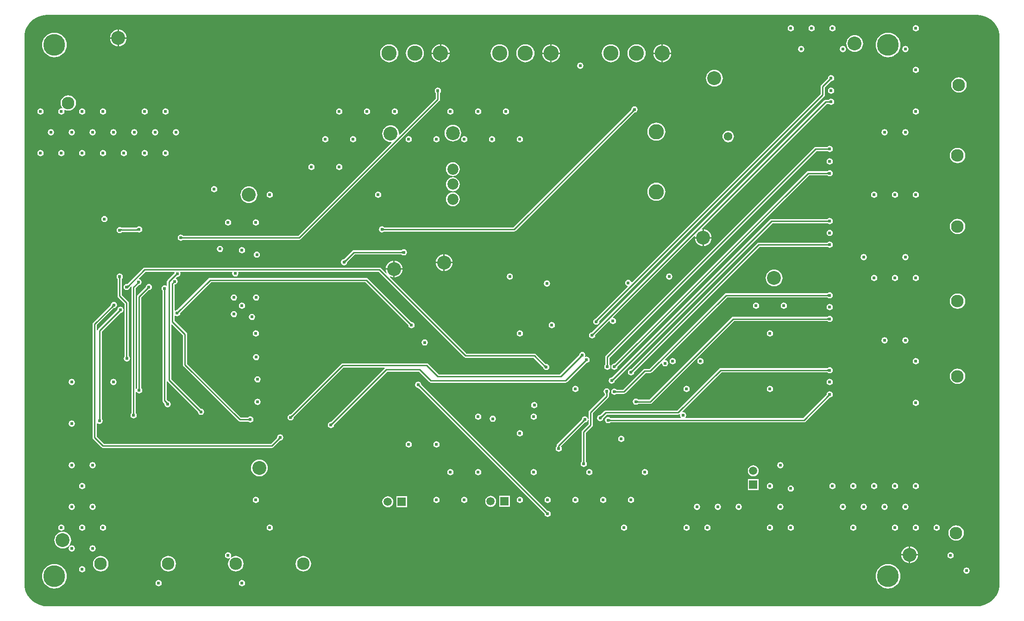
<source format=gbl>
G04*
G04 #@! TF.GenerationSoftware,Altium Limited,Altium Designer,20.1.11 (218)*
G04*
G04 Layer_Physical_Order=4*
G04 Layer_Color=16711680*
%FSLAX25Y25*%
%MOIN*%
G70*
G04*
G04 #@! TF.SameCoordinates,1D623A1F-E168-4E80-91D0-8BB71FADC58A*
G04*
G04*
G04 #@! TF.FilePolarity,Positive*
G04*
G01*
G75*
%ADD19C,0.01000*%
%ADD83C,0.06200*%
%ADD84C,0.02480*%
%ADD141C,0.09055*%
%ADD142C,0.10000*%
%ADD143C,0.10925*%
%ADD144C,0.15630*%
%ADD145C,0.09961*%
%ADD146C,0.07953*%
%ADD147C,0.10984*%
%ADD148C,0.05906*%
%ADD149R,0.05906X0.05906*%
%ADD150R,0.05906X0.05906*%
%ADD151C,0.02400*%
G36*
X666105Y404554D02*
X668197Y404138D01*
X670217Y403452D01*
X672130Y402509D01*
X673904Y401324D01*
X675508Y399917D01*
X676914Y398313D01*
X678099Y396540D01*
X679043Y394626D01*
X679729Y392607D01*
X680145Y390514D01*
X680279Y388457D01*
X680270Y388386D01*
X680270Y-5307D01*
X680270Y-5307D01*
X680279Y-5378D01*
X680145Y-7436D01*
X679729Y-9528D01*
X679043Y-11548D01*
X678099Y-13461D01*
X676914Y-15235D01*
X675508Y-16838D01*
X673904Y-18245D01*
X672130Y-19430D01*
X670217Y-20373D01*
X668197Y-21059D01*
X666105Y-21475D01*
X664047Y-21610D01*
X663976Y-21601D01*
X663917Y-21609D01*
X-5247Y-21609D01*
X-5307Y-21601D01*
X-5378Y-21610D01*
X-7436Y-21475D01*
X-9528Y-21059D01*
X-11548Y-20373D01*
X-13461Y-19430D01*
X-15235Y-18245D01*
X-16838Y-16838D01*
X-18245Y-15235D01*
X-19430Y-13461D01*
X-20373Y-11548D01*
X-21059Y-9528D01*
X-21475Y-7436D01*
X-21583Y-5799D01*
X-21601Y-5307D01*
X-21609Y-5247D01*
X-21609Y-4807D01*
X-21609Y388326D01*
X-21601Y388386D01*
X-21610Y388457D01*
X-21475Y390514D01*
X-21059Y392607D01*
X-20373Y394626D01*
X-19430Y396540D01*
X-18245Y398313D01*
X-16838Y399917D01*
X-15235Y401324D01*
X-13461Y402509D01*
X-11548Y403452D01*
X-9528Y404138D01*
X-7436Y404554D01*
X-5378Y404689D01*
X-5307Y404680D01*
X663976Y404680D01*
X664047Y404689D01*
X666105Y404554D01*
D02*
G37*
%LPC*%
G36*
X620000Y397243D02*
X619142Y397072D01*
X618414Y396586D01*
X617928Y395858D01*
X617757Y395000D01*
X617928Y394142D01*
X618414Y393414D01*
X619142Y392928D01*
X620000Y392757D01*
X620858Y392928D01*
X621586Y393414D01*
X622072Y394142D01*
X622243Y395000D01*
X622072Y395858D01*
X621586Y396586D01*
X620858Y397072D01*
X620000Y397243D01*
D02*
G37*
G36*
X560000D02*
X559142Y397072D01*
X558414Y396586D01*
X557928Y395858D01*
X557757Y395000D01*
X557928Y394142D01*
X558414Y393414D01*
X559142Y392928D01*
X560000Y392757D01*
X560858Y392928D01*
X561586Y393414D01*
X562072Y394142D01*
X562243Y395000D01*
X562072Y395858D01*
X561586Y396586D01*
X560858Y397072D01*
X560000Y397243D01*
D02*
G37*
G36*
X545000D02*
X544142Y397072D01*
X543414Y396586D01*
X542928Y395858D01*
X542757Y395000D01*
X542928Y394142D01*
X543414Y393414D01*
X544142Y392928D01*
X545000Y392757D01*
X545858Y392928D01*
X546586Y393414D01*
X547072Y394142D01*
X547243Y395000D01*
X547072Y395858D01*
X546586Y396586D01*
X545858Y397072D01*
X545000Y397243D01*
D02*
G37*
G36*
X530000D02*
X529142Y397072D01*
X528414Y396586D01*
X527928Y395858D01*
X527757Y395000D01*
X527928Y394142D01*
X528414Y393414D01*
X529142Y392928D01*
X530000Y392757D01*
X530858Y392928D01*
X531586Y393414D01*
X532072Y394142D01*
X532243Y395000D01*
X532072Y395858D01*
X531586Y396586D01*
X530858Y397072D01*
X530000Y397243D01*
D02*
G37*
G36*
X46500Y393980D02*
Y388500D01*
X51980D01*
X51913Y389176D01*
X51570Y390307D01*
X51013Y391350D01*
X50263Y392263D01*
X49349Y393013D01*
X48307Y393570D01*
X47176Y393913D01*
X46500Y393980D01*
D02*
G37*
G36*
X45500D02*
X44824Y393913D01*
X43693Y393570D01*
X42650Y393013D01*
X41737Y392263D01*
X40987Y391350D01*
X40430Y390307D01*
X40087Y389176D01*
X40020Y388500D01*
X45500D01*
Y393980D01*
D02*
G37*
G36*
X51980Y387500D02*
X46500D01*
Y382020D01*
X47176Y382087D01*
X48307Y382430D01*
X49349Y382987D01*
X50263Y383737D01*
X51013Y384650D01*
X51570Y385693D01*
X51913Y386824D01*
X51980Y387500D01*
D02*
G37*
G36*
X45500D02*
X40020D01*
X40087Y386824D01*
X40430Y385693D01*
X40987Y384650D01*
X41737Y383737D01*
X42650Y382987D01*
X43693Y382430D01*
X44824Y382087D01*
X45500Y382020D01*
Y387500D01*
D02*
G37*
G36*
X576000Y390029D02*
X574824Y389913D01*
X573693Y389570D01*
X572650Y389013D01*
X571737Y388263D01*
X570987Y387350D01*
X570430Y386307D01*
X570087Y385176D01*
X569971Y384000D01*
X570087Y382824D01*
X570430Y381693D01*
X570987Y380650D01*
X571737Y379737D01*
X572650Y378987D01*
X573693Y378430D01*
X574824Y378087D01*
X576000Y377971D01*
X577176Y378087D01*
X578307Y378430D01*
X579350Y378987D01*
X580263Y379737D01*
X581013Y380650D01*
X581570Y381693D01*
X581913Y382824D01*
X582029Y384000D01*
X581913Y385176D01*
X581570Y386307D01*
X581013Y387350D01*
X580263Y388263D01*
X579350Y389013D01*
X578307Y389570D01*
X577176Y389913D01*
X576000Y390029D01*
D02*
G37*
G36*
X612500Y382243D02*
X611642Y382072D01*
X610914Y381586D01*
X610428Y380858D01*
X610257Y380000D01*
X610428Y379142D01*
X610914Y378414D01*
X611642Y377928D01*
X612500Y377757D01*
X613358Y377928D01*
X614086Y378414D01*
X614572Y379142D01*
X614743Y380000D01*
X614572Y380858D01*
X614086Y381586D01*
X613358Y382072D01*
X612500Y382243D01*
D02*
G37*
G36*
X567500D02*
X566642Y382072D01*
X565914Y381586D01*
X565428Y380858D01*
X565257Y380000D01*
X565428Y379142D01*
X565914Y378414D01*
X566642Y377928D01*
X567500Y377757D01*
X568358Y377928D01*
X569086Y378414D01*
X569572Y379142D01*
X569743Y380000D01*
X569572Y380858D01*
X569086Y381586D01*
X568358Y382072D01*
X567500Y382243D01*
D02*
G37*
G36*
X537500D02*
X536642Y382072D01*
X535914Y381586D01*
X535428Y380858D01*
X535257Y380000D01*
X535428Y379142D01*
X535914Y378414D01*
X536642Y377928D01*
X537500Y377757D01*
X538358Y377928D01*
X539086Y378414D01*
X539572Y379142D01*
X539743Y380000D01*
X539572Y380858D01*
X539086Y381586D01*
X538358Y382072D01*
X537500Y382243D01*
D02*
G37*
G36*
X278500Y383445D02*
Y377500D01*
X284445D01*
X284369Y378267D01*
X283999Y379485D01*
X283400Y380608D01*
X282592Y381592D01*
X281608Y382400D01*
X280485Y382999D01*
X279267Y383369D01*
X278500Y383445D01*
D02*
G37*
G36*
X438004Y383445D02*
Y377500D01*
X443949D01*
X443873Y378267D01*
X443504Y379485D01*
X442903Y380608D01*
X442096Y381592D01*
X441112Y382400D01*
X439989Y382999D01*
X438771Y383369D01*
X438004Y383445D01*
D02*
G37*
G36*
X358004D02*
Y377500D01*
X363949D01*
X363873Y378267D01*
X363504Y379485D01*
X362903Y380608D01*
X362096Y381592D01*
X361112Y382400D01*
X359989Y382999D01*
X358771Y383369D01*
X358004Y383445D01*
D02*
G37*
G36*
X437004Y383445D02*
X436237Y383369D01*
X435019Y382999D01*
X433896Y382400D01*
X432912Y381592D01*
X432104Y380608D01*
X431504Y379485D01*
X431135Y378267D01*
X431059Y377500D01*
X437004D01*
Y383445D01*
D02*
G37*
G36*
X357004D02*
X356237Y383369D01*
X355019Y382999D01*
X353896Y382400D01*
X352912Y381592D01*
X352104Y380608D01*
X351504Y379485D01*
X351135Y378267D01*
X351059Y377500D01*
X357004D01*
Y383445D01*
D02*
G37*
G36*
X277500D02*
X276733Y383369D01*
X275515Y382999D01*
X274392Y382400D01*
X273408Y381592D01*
X272601Y380608D01*
X272001Y379485D01*
X271631Y378267D01*
X271555Y377500D01*
X277500D01*
Y383445D01*
D02*
G37*
G36*
X600000Y391858D02*
X598272Y391687D01*
X596610Y391183D01*
X595079Y390365D01*
X593737Y389263D01*
X592635Y387921D01*
X591817Y386390D01*
X591313Y384728D01*
X591142Y383000D01*
X591313Y381272D01*
X591817Y379610D01*
X592635Y378079D01*
X593737Y376737D01*
X595079Y375635D01*
X596610Y374817D01*
X598272Y374313D01*
X600000Y374142D01*
X601728Y374313D01*
X603390Y374817D01*
X604921Y375635D01*
X606263Y376737D01*
X607365Y378079D01*
X608183Y379610D01*
X608687Y381272D01*
X608858Y383000D01*
X608687Y384728D01*
X608183Y386390D01*
X607365Y387921D01*
X606263Y389263D01*
X604921Y390365D01*
X603390Y391183D01*
X601728Y391687D01*
X600000Y391858D01*
D02*
G37*
G36*
X0D02*
X-1728Y391687D01*
X-3390Y391183D01*
X-4921Y390365D01*
X-6263Y389263D01*
X-7365Y387921D01*
X-8183Y386390D01*
X-8687Y384728D01*
X-8858Y383000D01*
X-8687Y381272D01*
X-8183Y379610D01*
X-7365Y378079D01*
X-6263Y376737D01*
X-4921Y375635D01*
X-3390Y374817D01*
X-1728Y374313D01*
X0Y374142D01*
X1728Y374313D01*
X3390Y374817D01*
X4921Y375635D01*
X6263Y376737D01*
X7365Y378079D01*
X8183Y379610D01*
X8687Y381272D01*
X8858Y383000D01*
X8687Y384728D01*
X8183Y386390D01*
X7365Y387921D01*
X6263Y389263D01*
X4921Y390365D01*
X3390Y391183D01*
X1728Y391687D01*
X0Y391858D01*
D02*
G37*
G36*
X437004Y376500D02*
X431059D01*
X431135Y375733D01*
X431504Y374515D01*
X432104Y373392D01*
X432912Y372408D01*
X433896Y371601D01*
X435019Y371001D01*
X436237Y370631D01*
X437004Y370555D01*
Y376500D01*
D02*
G37*
G36*
X357004D02*
X351059D01*
X351135Y375733D01*
X351504Y374515D01*
X352104Y373392D01*
X352912Y372408D01*
X353896Y371601D01*
X355019Y371001D01*
X356237Y370631D01*
X357004Y370555D01*
Y376500D01*
D02*
G37*
G36*
X284445D02*
X278500D01*
Y370555D01*
X279267Y370631D01*
X280485Y371001D01*
X281608Y371601D01*
X282592Y372408D01*
X283400Y373392D01*
X283999Y374515D01*
X284369Y375733D01*
X284445Y376500D01*
D02*
G37*
G36*
X277500D02*
X271555D01*
X271631Y375733D01*
X272001Y374515D01*
X272601Y373392D01*
X273408Y372408D01*
X274392Y371601D01*
X275515Y371001D01*
X276733Y370631D01*
X277500Y370555D01*
Y376500D01*
D02*
G37*
G36*
X443949D02*
X438004D01*
Y370555D01*
X438771Y370631D01*
X439989Y371001D01*
X441112Y371601D01*
X442096Y372408D01*
X442903Y373392D01*
X443504Y374515D01*
X443873Y375733D01*
X443949Y376500D01*
D02*
G37*
G36*
X363949D02*
X358004D01*
Y370555D01*
X358771Y370631D01*
X359989Y371001D01*
X361112Y371601D01*
X362096Y372408D01*
X362903Y373392D01*
X363504Y374515D01*
X363873Y375733D01*
X363949Y376500D01*
D02*
G37*
G36*
X419000Y383494D02*
X417733Y383369D01*
X416515Y382999D01*
X415392Y382400D01*
X414408Y381592D01*
X413600Y380608D01*
X413000Y379485D01*
X412631Y378267D01*
X412506Y377000D01*
X412631Y375733D01*
X413000Y374515D01*
X413600Y373392D01*
X414408Y372408D01*
X415392Y371601D01*
X416515Y371001D01*
X417733Y370631D01*
X419000Y370506D01*
X420267Y370631D01*
X421485Y371001D01*
X422608Y371601D01*
X423592Y372408D01*
X424400Y373392D01*
X425000Y374515D01*
X425369Y375733D01*
X425494Y377000D01*
X425369Y378267D01*
X425000Y379485D01*
X424400Y380608D01*
X423592Y381592D01*
X422608Y382400D01*
X421485Y382999D01*
X420267Y383369D01*
X419000Y383494D01*
D02*
G37*
G36*
X400496D02*
X399229Y383369D01*
X398011Y382999D01*
X396888Y382400D01*
X395904Y381592D01*
X395097Y380608D01*
X394496Y379485D01*
X394127Y378267D01*
X394002Y377000D01*
X394127Y375733D01*
X394496Y374515D01*
X395097Y373392D01*
X395904Y372408D01*
X396888Y371601D01*
X398011Y371001D01*
X399229Y370631D01*
X400496Y370506D01*
X401763Y370631D01*
X402981Y371001D01*
X404104Y371601D01*
X405088Y372408D01*
X405896Y373392D01*
X406496Y374515D01*
X406865Y375733D01*
X406990Y377000D01*
X406865Y378267D01*
X406496Y379485D01*
X405896Y380608D01*
X405088Y381592D01*
X404104Y382400D01*
X402981Y382999D01*
X401763Y383369D01*
X400496Y383494D01*
D02*
G37*
G36*
X339000D02*
X337733Y383369D01*
X336515Y382999D01*
X335392Y382400D01*
X334408Y381592D01*
X333600Y380608D01*
X333000Y379485D01*
X332631Y378267D01*
X332506Y377000D01*
X332631Y375733D01*
X333000Y374515D01*
X333600Y373392D01*
X334408Y372408D01*
X335392Y371601D01*
X336515Y371001D01*
X337733Y370631D01*
X339000Y370506D01*
X340267Y370631D01*
X341485Y371001D01*
X342608Y371601D01*
X343592Y372408D01*
X344399Y373392D01*
X345000Y374515D01*
X345369Y375733D01*
X345494Y377000D01*
X345369Y378267D01*
X345000Y379485D01*
X344399Y380608D01*
X343592Y381592D01*
X342608Y382400D01*
X341485Y382999D01*
X340267Y383369D01*
X339000Y383494D01*
D02*
G37*
G36*
X320496D02*
X319229Y383369D01*
X318011Y382999D01*
X316888Y382400D01*
X315904Y381592D01*
X315097Y380608D01*
X314496Y379485D01*
X314127Y378267D01*
X314002Y377000D01*
X314127Y375733D01*
X314496Y374515D01*
X315097Y373392D01*
X315904Y372408D01*
X316888Y371601D01*
X318011Y371001D01*
X319229Y370631D01*
X320496Y370506D01*
X321763Y370631D01*
X322981Y371001D01*
X324104Y371601D01*
X325088Y372408D01*
X325896Y373392D01*
X326496Y374515D01*
X326865Y375733D01*
X326990Y377000D01*
X326865Y378267D01*
X326496Y379485D01*
X325896Y380608D01*
X325088Y381592D01*
X324104Y382400D01*
X322981Y382999D01*
X321763Y383369D01*
X320496Y383494D01*
D02*
G37*
G36*
X259496D02*
X258229Y383369D01*
X257011Y382999D01*
X255888Y382400D01*
X254904Y381592D01*
X254097Y380608D01*
X253497Y379485D01*
X253127Y378267D01*
X253002Y377000D01*
X253127Y375733D01*
X253497Y374515D01*
X254097Y373392D01*
X254904Y372408D01*
X255888Y371601D01*
X257011Y371001D01*
X258229Y370631D01*
X259496Y370506D01*
X260763Y370631D01*
X261981Y371001D01*
X263104Y371601D01*
X264088Y372408D01*
X264896Y373392D01*
X265496Y374515D01*
X265865Y375733D01*
X265990Y377000D01*
X265865Y378267D01*
X265496Y379485D01*
X264896Y380608D01*
X264088Y381592D01*
X263104Y382400D01*
X261981Y382999D01*
X260763Y383369D01*
X259496Y383494D01*
D02*
G37*
G36*
X240992D02*
X239725Y383369D01*
X238507Y382999D01*
X237384Y382400D01*
X236400Y381592D01*
X235593Y380608D01*
X234993Y379485D01*
X234623Y378267D01*
X234498Y377000D01*
X234623Y375733D01*
X234993Y374515D01*
X235593Y373392D01*
X236400Y372408D01*
X237384Y371601D01*
X238507Y371001D01*
X239725Y370631D01*
X240992Y370506D01*
X242259Y370631D01*
X243477Y371001D01*
X244600Y371601D01*
X245584Y372408D01*
X246392Y373392D01*
X246992Y374515D01*
X247361Y375733D01*
X247486Y377000D01*
X247361Y378267D01*
X246992Y379485D01*
X246392Y380608D01*
X245584Y381592D01*
X244600Y382400D01*
X243477Y382999D01*
X242259Y383369D01*
X240992Y383494D01*
D02*
G37*
G36*
X378500Y370243D02*
X377642Y370072D01*
X376914Y369586D01*
X376428Y368858D01*
X376257Y368000D01*
X376428Y367142D01*
X376914Y366414D01*
X377642Y365928D01*
X378500Y365757D01*
X379358Y365928D01*
X380086Y366414D01*
X380572Y367142D01*
X380743Y368000D01*
X380572Y368858D01*
X380086Y369586D01*
X379358Y370072D01*
X378500Y370243D01*
D02*
G37*
G36*
X620000Y367243D02*
X619142Y367072D01*
X618414Y366586D01*
X617928Y365858D01*
X617757Y365000D01*
X617928Y364142D01*
X618414Y363414D01*
X619142Y362928D01*
X620000Y362757D01*
X620858Y362928D01*
X621586Y363414D01*
X622072Y364142D01*
X622243Y365000D01*
X622072Y365858D01*
X621586Y366586D01*
X620858Y367072D01*
X620000Y367243D01*
D02*
G37*
G36*
X559000Y361243D02*
X558142Y361072D01*
X557414Y360586D01*
X556928Y359858D01*
X556757Y359000D01*
X556767Y358949D01*
X556762Y358939D01*
X556745Y358912D01*
X556733Y358895D01*
X551919Y354081D01*
X551587Y353585D01*
X551471Y353000D01*
Y347634D01*
X415684Y211847D01*
X415141Y212011D01*
X415072Y212358D01*
X414586Y213086D01*
X413858Y213572D01*
X413000Y213743D01*
X412142Y213572D01*
X411414Y213086D01*
X410928Y212358D01*
X410757Y211500D01*
X410928Y210642D01*
X411414Y209914D01*
X412142Y209428D01*
X412489Y209359D01*
X412653Y208816D01*
X389625Y185788D01*
X389614Y185778D01*
X389499Y185695D01*
X389469Y185676D01*
X389435Y185656D01*
X389406Y185643D01*
X389384Y185634D01*
X389334Y185617D01*
X389317Y185607D01*
X389142Y185572D01*
X388414Y185086D01*
X387928Y184358D01*
X387757Y183500D01*
X387928Y182642D01*
X388414Y181914D01*
X389142Y181428D01*
X390000Y181257D01*
X390858Y181428D01*
X391586Y181914D01*
X392072Y182642D01*
X392243Y183500D01*
X392147Y183984D01*
X554081Y345919D01*
X554413Y346415D01*
X554529Y347000D01*
Y352366D01*
X558895Y356733D01*
X558913Y356745D01*
X558939Y356762D01*
X558949Y356767D01*
X559000Y356757D01*
X559858Y356928D01*
X560586Y357414D01*
X561072Y358142D01*
X561243Y359000D01*
X561072Y359858D01*
X560586Y360586D01*
X559858Y361072D01*
X559000Y361243D01*
D02*
G37*
G36*
X475000Y365029D02*
X473824Y364913D01*
X472693Y364570D01*
X471651Y364013D01*
X470737Y363263D01*
X469987Y362350D01*
X469430Y361307D01*
X469087Y360176D01*
X468971Y359000D01*
X469087Y357824D01*
X469430Y356693D01*
X469987Y355650D01*
X470737Y354737D01*
X471651Y353987D01*
X472693Y353430D01*
X473824Y353087D01*
X475000Y352971D01*
X476176Y353087D01*
X477307Y353430D01*
X478349Y353987D01*
X479263Y354737D01*
X480013Y355650D01*
X480570Y356693D01*
X480913Y357824D01*
X481029Y359000D01*
X480913Y360176D01*
X480570Y361307D01*
X480013Y362350D01*
X479263Y363263D01*
X478349Y364013D01*
X477307Y364570D01*
X476176Y364913D01*
X475000Y365029D01*
D02*
G37*
G36*
X651000Y359733D02*
X649557Y359543D01*
X648212Y358986D01*
X647058Y358100D01*
X646172Y356945D01*
X645615Y355601D01*
X645425Y354157D01*
X645615Y352714D01*
X646172Y351370D01*
X647058Y350215D01*
X648212Y349329D01*
X649557Y348772D01*
X651000Y348582D01*
X652443Y348772D01*
X653788Y349329D01*
X654942Y350215D01*
X655828Y351370D01*
X656385Y352714D01*
X656575Y354157D01*
X656385Y355601D01*
X655828Y356945D01*
X654942Y358100D01*
X653788Y358986D01*
X652443Y359543D01*
X651000Y359733D01*
D02*
G37*
G36*
X559000Y352243D02*
X558142Y352072D01*
X557414Y351586D01*
X556928Y350858D01*
X556757Y350000D01*
X556928Y349142D01*
X557414Y348414D01*
X558142Y347928D01*
X559000Y347757D01*
X559858Y347928D01*
X560586Y348414D01*
X561072Y349142D01*
X561243Y350000D01*
X561072Y350858D01*
X560586Y351586D01*
X559858Y352072D01*
X559000Y352243D01*
D02*
G37*
G36*
Y344243D02*
X558142Y344072D01*
X557414Y343586D01*
X557385Y343543D01*
X557374Y343540D01*
X557344Y343533D01*
X557323Y343529D01*
X555182D01*
X554596Y343413D01*
X554100Y343081D01*
X386970Y175951D01*
X386948Y175935D01*
X386913Y175911D01*
X386884Y175895D01*
X386861Y175884D01*
X386843Y175877D01*
X386829Y175873D01*
X386819Y175870D01*
X386768Y175864D01*
X386695Y175839D01*
X386142Y175729D01*
X385414Y175243D01*
X384928Y174515D01*
X384757Y173657D01*
X384928Y172799D01*
X385414Y172071D01*
X386142Y171584D01*
X387000Y171414D01*
X387858Y171584D01*
X388586Y172071D01*
X389072Y172799D01*
X389243Y173657D01*
X389210Y173825D01*
X389212Y173838D01*
X389210Y173857D01*
X389219Y173872D01*
X389227Y173883D01*
X399271Y183927D01*
X399806Y183754D01*
X399928Y183142D01*
X400414Y182414D01*
X401142Y181928D01*
X402000Y181757D01*
X402858Y181928D01*
X403586Y182414D01*
X404072Y183142D01*
X404243Y184000D01*
X404072Y184858D01*
X403586Y185586D01*
X402858Y186072D01*
X402246Y186194D01*
X402073Y186729D01*
X460612Y245267D01*
X461071Y245020D01*
X461020Y244500D01*
X466500D01*
Y249980D01*
X465980Y249929D01*
X465733Y250388D01*
X555815Y340471D01*
X557323D01*
X557344Y340467D01*
X557374Y340460D01*
X557385Y340457D01*
X557414Y340414D01*
X558142Y339928D01*
X559000Y339757D01*
X559858Y339928D01*
X560586Y340414D01*
X561072Y341142D01*
X561243Y342000D01*
X561072Y342858D01*
X560586Y343586D01*
X559858Y344072D01*
X559000Y344243D01*
D02*
G37*
G36*
X10000Y346733D02*
X8557Y346543D01*
X7212Y345986D01*
X6058Y345100D01*
X5172Y343945D01*
X4615Y342600D01*
X4425Y341158D01*
X4615Y339715D01*
X5172Y338370D01*
X5761Y337601D01*
X5479Y337148D01*
X5000Y337243D01*
X4142Y337072D01*
X3414Y336586D01*
X2928Y335858D01*
X2757Y335000D01*
X2928Y334142D01*
X3414Y333414D01*
X4142Y332928D01*
X5000Y332757D01*
X5858Y332928D01*
X6586Y333414D01*
X7072Y334142D01*
X7243Y335000D01*
X7075Y335845D01*
X7115Y335907D01*
X7415Y336245D01*
X8557Y335772D01*
X10000Y335582D01*
X11443Y335772D01*
X12788Y336329D01*
X13942Y337215D01*
X14828Y338370D01*
X15385Y339715D01*
X15575Y341158D01*
X15385Y342600D01*
X14828Y343945D01*
X13942Y345100D01*
X12788Y345986D01*
X11443Y346543D01*
X10000Y346733D01*
D02*
G37*
G36*
X417500Y338743D02*
X416642Y338572D01*
X415914Y338086D01*
X415428Y337358D01*
X415257Y336500D01*
X415267Y336449D01*
X415262Y336439D01*
X415245Y336413D01*
X415233Y336396D01*
X330366Y251529D01*
X237427D01*
X237406Y251533D01*
X237376Y251539D01*
X237365Y251543D01*
X237336Y251586D01*
X236608Y252072D01*
X235750Y252243D01*
X234891Y252072D01*
X234163Y251586D01*
X233677Y250858D01*
X233506Y250000D01*
X233677Y249142D01*
X234163Y248414D01*
X234891Y247928D01*
X235750Y247757D01*
X236608Y247928D01*
X237336Y248414D01*
X237365Y248457D01*
X237376Y248461D01*
X237406Y248467D01*
X237427Y248471D01*
X331000D01*
X331585Y248587D01*
X332081Y248919D01*
X417395Y334233D01*
X417413Y334245D01*
X417439Y334262D01*
X417449Y334267D01*
X417500Y334257D01*
X418358Y334428D01*
X419086Y334914D01*
X419572Y335642D01*
X419743Y336500D01*
X419572Y337358D01*
X419086Y338086D01*
X418358Y338572D01*
X417500Y338743D01*
D02*
G37*
G36*
X620000Y337243D02*
X619142Y337072D01*
X618414Y336586D01*
X617928Y335858D01*
X617757Y335000D01*
X617928Y334142D01*
X618414Y333414D01*
X619142Y332928D01*
X620000Y332757D01*
X620858Y332928D01*
X621586Y333414D01*
X622072Y334142D01*
X622243Y335000D01*
X622072Y335858D01*
X621586Y336586D01*
X620858Y337072D01*
X620000Y337243D01*
D02*
G37*
G36*
X325000D02*
X324142Y337072D01*
X323414Y336586D01*
X322928Y335858D01*
X322757Y335000D01*
X322928Y334142D01*
X323414Y333414D01*
X324142Y332928D01*
X325000Y332757D01*
X325858Y332928D01*
X326586Y333414D01*
X327072Y334142D01*
X327243Y335000D01*
X327072Y335858D01*
X326586Y336586D01*
X325858Y337072D01*
X325000Y337243D01*
D02*
G37*
G36*
X305000D02*
X304142Y337072D01*
X303414Y336586D01*
X302928Y335858D01*
X302757Y335000D01*
X302928Y334142D01*
X303414Y333414D01*
X304142Y332928D01*
X305000Y332757D01*
X305858Y332928D01*
X306586Y333414D01*
X307072Y334142D01*
X307243Y335000D01*
X307072Y335858D01*
X306586Y336586D01*
X305858Y337072D01*
X305000Y337243D01*
D02*
G37*
G36*
X285000D02*
X284142Y337072D01*
X283414Y336586D01*
X282928Y335858D01*
X282757Y335000D01*
X282928Y334142D01*
X283414Y333414D01*
X284142Y332928D01*
X285000Y332757D01*
X285858Y332928D01*
X286586Y333414D01*
X287072Y334142D01*
X287243Y335000D01*
X287072Y335858D01*
X286586Y336586D01*
X285858Y337072D01*
X285000Y337243D01*
D02*
G37*
G36*
X245000D02*
X244142Y337072D01*
X243414Y336586D01*
X242928Y335858D01*
X242757Y335000D01*
X242928Y334142D01*
X243414Y333414D01*
X244142Y332928D01*
X245000Y332757D01*
X245858Y332928D01*
X246586Y333414D01*
X247072Y334142D01*
X247243Y335000D01*
X247072Y335858D01*
X246586Y336586D01*
X245858Y337072D01*
X245000Y337243D01*
D02*
G37*
G36*
X225000D02*
X224142Y337072D01*
X223414Y336586D01*
X222928Y335858D01*
X222757Y335000D01*
X222928Y334142D01*
X223414Y333414D01*
X224142Y332928D01*
X225000Y332757D01*
X225858Y332928D01*
X226586Y333414D01*
X227072Y334142D01*
X227243Y335000D01*
X227072Y335858D01*
X226586Y336586D01*
X225858Y337072D01*
X225000Y337243D01*
D02*
G37*
G36*
X205000D02*
X204142Y337072D01*
X203414Y336586D01*
X202928Y335858D01*
X202757Y335000D01*
X202928Y334142D01*
X203414Y333414D01*
X204142Y332928D01*
X205000Y332757D01*
X205858Y332928D01*
X206586Y333414D01*
X207072Y334142D01*
X207243Y335000D01*
X207072Y335858D01*
X206586Y336586D01*
X205858Y337072D01*
X205000Y337243D01*
D02*
G37*
G36*
X80000D02*
X79142Y337072D01*
X78414Y336586D01*
X77928Y335858D01*
X77757Y335000D01*
X77928Y334142D01*
X78414Y333414D01*
X79142Y332928D01*
X80000Y332757D01*
X80858Y332928D01*
X81586Y333414D01*
X82072Y334142D01*
X82243Y335000D01*
X82072Y335858D01*
X81586Y336586D01*
X80858Y337072D01*
X80000Y337243D01*
D02*
G37*
G36*
X65000D02*
X64142Y337072D01*
X63414Y336586D01*
X62928Y335858D01*
X62757Y335000D01*
X62928Y334142D01*
X63414Y333414D01*
X64142Y332928D01*
X65000Y332757D01*
X65858Y332928D01*
X66586Y333414D01*
X67072Y334142D01*
X67243Y335000D01*
X67072Y335858D01*
X66586Y336586D01*
X65858Y337072D01*
X65000Y337243D01*
D02*
G37*
G36*
X35000D02*
X34142Y337072D01*
X33414Y336586D01*
X32928Y335858D01*
X32757Y335000D01*
X32928Y334142D01*
X33414Y333414D01*
X34142Y332928D01*
X35000Y332757D01*
X35858Y332928D01*
X36586Y333414D01*
X37072Y334142D01*
X37243Y335000D01*
X37072Y335858D01*
X36586Y336586D01*
X35858Y337072D01*
X35000Y337243D01*
D02*
G37*
G36*
X20000D02*
X19142Y337072D01*
X18414Y336586D01*
X17928Y335858D01*
X17757Y335000D01*
X17928Y334142D01*
X18414Y333414D01*
X19142Y332928D01*
X20000Y332757D01*
X20858Y332928D01*
X21586Y333414D01*
X22072Y334142D01*
X22243Y335000D01*
X22072Y335858D01*
X21586Y336586D01*
X20858Y337072D01*
X20000Y337243D01*
D02*
G37*
G36*
X-10000D02*
X-10858Y337072D01*
X-11586Y336586D01*
X-12072Y335858D01*
X-12243Y335000D01*
X-12072Y334142D01*
X-11586Y333414D01*
X-10858Y332928D01*
X-10000Y332757D01*
X-9142Y332928D01*
X-8414Y333414D01*
X-7928Y334142D01*
X-7757Y335000D01*
X-7928Y335858D01*
X-8414Y336586D01*
X-9142Y337072D01*
X-10000Y337243D01*
D02*
G37*
G36*
X276000Y352243D02*
X275142Y352072D01*
X274414Y351586D01*
X273928Y350858D01*
X273757Y350000D01*
X273928Y349142D01*
X274414Y348414D01*
X274457Y348385D01*
X274461Y348374D01*
X274467Y348344D01*
X274471Y348323D01*
Y344441D01*
X248445Y318415D01*
X247992Y318629D01*
X248029Y319000D01*
X247913Y320176D01*
X247570Y321307D01*
X247013Y322350D01*
X246263Y323263D01*
X245350Y324013D01*
X244307Y324570D01*
X243176Y324913D01*
X242000Y325029D01*
X240824Y324913D01*
X239693Y324570D01*
X238650Y324013D01*
X237737Y323263D01*
X236987Y322350D01*
X236430Y321307D01*
X236087Y320176D01*
X235971Y319000D01*
X236087Y317824D01*
X236430Y316693D01*
X236987Y315651D01*
X237737Y314737D01*
X238650Y313987D01*
X239693Y313430D01*
X240824Y313087D01*
X242000Y312971D01*
X242371Y313007D01*
X242585Y312556D01*
X175559Y245529D01*
X92677D01*
X92656Y245533D01*
X92626Y245539D01*
X92615Y245543D01*
X92586Y245586D01*
X91858Y246072D01*
X91000Y246243D01*
X90142Y246072D01*
X89414Y245586D01*
X88928Y244858D01*
X88757Y244000D01*
X88928Y243142D01*
X89414Y242414D01*
X90142Y241928D01*
X91000Y241757D01*
X91858Y241928D01*
X92586Y242414D01*
X92615Y242457D01*
X92626Y242460D01*
X92656Y242467D01*
X92677Y242471D01*
X176192D01*
X176778Y242587D01*
X177274Y242919D01*
X277081Y342726D01*
X277413Y343222D01*
X277529Y343808D01*
Y348323D01*
X277533Y348344D01*
X277539Y348374D01*
X277543Y348385D01*
X277586Y348414D01*
X278072Y349142D01*
X278243Y350000D01*
X278072Y350858D01*
X277586Y351586D01*
X276858Y352072D01*
X276000Y352243D01*
D02*
G37*
G36*
X612500Y322243D02*
X611642Y322072D01*
X610914Y321586D01*
X610428Y320858D01*
X610257Y320000D01*
X610428Y319142D01*
X610914Y318414D01*
X611642Y317928D01*
X612500Y317757D01*
X613358Y317928D01*
X614086Y318414D01*
X614572Y319142D01*
X614743Y320000D01*
X614572Y320858D01*
X614086Y321586D01*
X613358Y322072D01*
X612500Y322243D01*
D02*
G37*
G36*
X597500D02*
X596642Y322072D01*
X595914Y321586D01*
X595428Y320858D01*
X595257Y320000D01*
X595428Y319142D01*
X595914Y318414D01*
X596642Y317928D01*
X597500Y317757D01*
X598358Y317928D01*
X599086Y318414D01*
X599572Y319142D01*
X599743Y320000D01*
X599572Y320858D01*
X599086Y321586D01*
X598358Y322072D01*
X597500Y322243D01*
D02*
G37*
G36*
X87500D02*
X86642Y322072D01*
X85914Y321586D01*
X85428Y320858D01*
X85257Y320000D01*
X85428Y319142D01*
X85914Y318414D01*
X86642Y317928D01*
X87500Y317757D01*
X88358Y317928D01*
X89086Y318414D01*
X89572Y319142D01*
X89743Y320000D01*
X89572Y320858D01*
X89086Y321586D01*
X88358Y322072D01*
X87500Y322243D01*
D02*
G37*
G36*
X72500D02*
X71642Y322072D01*
X70914Y321586D01*
X70428Y320858D01*
X70257Y320000D01*
X70428Y319142D01*
X70914Y318414D01*
X71642Y317928D01*
X72500Y317757D01*
X73358Y317928D01*
X74086Y318414D01*
X74572Y319142D01*
X74743Y320000D01*
X74572Y320858D01*
X74086Y321586D01*
X73358Y322072D01*
X72500Y322243D01*
D02*
G37*
G36*
X57500D02*
X56642Y322072D01*
X55914Y321586D01*
X55428Y320858D01*
X55257Y320000D01*
X55428Y319142D01*
X55914Y318414D01*
X56642Y317928D01*
X57500Y317757D01*
X58358Y317928D01*
X59086Y318414D01*
X59572Y319142D01*
X59743Y320000D01*
X59572Y320858D01*
X59086Y321586D01*
X58358Y322072D01*
X57500Y322243D01*
D02*
G37*
G36*
X42500D02*
X41642Y322072D01*
X40914Y321586D01*
X40428Y320858D01*
X40257Y320000D01*
X40428Y319142D01*
X40914Y318414D01*
X41642Y317928D01*
X42500Y317757D01*
X43358Y317928D01*
X44086Y318414D01*
X44572Y319142D01*
X44743Y320000D01*
X44572Y320858D01*
X44086Y321586D01*
X43358Y322072D01*
X42500Y322243D01*
D02*
G37*
G36*
X27500D02*
X26642Y322072D01*
X25914Y321586D01*
X25428Y320858D01*
X25257Y320000D01*
X25428Y319142D01*
X25914Y318414D01*
X26642Y317928D01*
X27500Y317757D01*
X28358Y317928D01*
X29086Y318414D01*
X29572Y319142D01*
X29743Y320000D01*
X29572Y320858D01*
X29086Y321586D01*
X28358Y322072D01*
X27500Y322243D01*
D02*
G37*
G36*
X12500D02*
X11642Y322072D01*
X10914Y321586D01*
X10428Y320858D01*
X10257Y320000D01*
X10428Y319142D01*
X10914Y318414D01*
X11642Y317928D01*
X12500Y317757D01*
X13358Y317928D01*
X14086Y318414D01*
X14572Y319142D01*
X14743Y320000D01*
X14572Y320858D01*
X14086Y321586D01*
X13358Y322072D01*
X12500Y322243D01*
D02*
G37*
G36*
X-2500D02*
X-3358Y322072D01*
X-4086Y321586D01*
X-4572Y320858D01*
X-4743Y320000D01*
X-4572Y319142D01*
X-4086Y318414D01*
X-3358Y317928D01*
X-2500Y317757D01*
X-1642Y317928D01*
X-914Y318414D01*
X-428Y319142D01*
X-257Y320000D01*
X-428Y320858D01*
X-914Y321586D01*
X-1642Y322072D01*
X-2500Y322243D01*
D02*
G37*
G36*
X433228Y327004D02*
X431956Y326878D01*
X430732Y326507D01*
X429604Y325904D01*
X428616Y325093D01*
X427804Y324105D01*
X427201Y322977D01*
X426830Y321753D01*
X426705Y320480D01*
X426830Y319208D01*
X427201Y317984D01*
X427804Y316856D01*
X428616Y315867D01*
X429604Y315056D01*
X430732Y314453D01*
X431956Y314082D01*
X433228Y313957D01*
X434501Y314082D01*
X435725Y314453D01*
X436853Y315056D01*
X437841Y315867D01*
X438653Y316856D01*
X439255Y317984D01*
X439627Y319208D01*
X439752Y320480D01*
X439627Y321753D01*
X439255Y322977D01*
X438653Y324105D01*
X437841Y325093D01*
X436853Y325904D01*
X435725Y326507D01*
X434501Y326878D01*
X433228Y327004D01*
D02*
G37*
G36*
X286772Y325505D02*
X285599Y325390D01*
X284472Y325048D01*
X283433Y324493D01*
X282523Y323745D01*
X281775Y322835D01*
X281220Y321796D01*
X280878Y320668D01*
X280762Y319496D01*
X280878Y318324D01*
X281220Y317196D01*
X281775Y316158D01*
X282523Y315247D01*
X283433Y314499D01*
X284472Y313944D01*
X285599Y313602D01*
X286772Y313487D01*
X287944Y313602D01*
X289071Y313944D01*
X290110Y314499D01*
X291021Y315247D01*
X291768Y316158D01*
X292323Y317196D01*
X292665Y318324D01*
X292781Y319496D01*
X292665Y320668D01*
X292323Y321796D01*
X291768Y322835D01*
X291021Y323745D01*
X290110Y324493D01*
X289071Y325048D01*
X287944Y325390D01*
X286772Y325505D01*
D02*
G37*
G36*
X485000Y321135D02*
X483930Y320994D01*
X482932Y320581D01*
X482076Y319924D01*
X481419Y319068D01*
X481005Y318070D01*
X480865Y317000D01*
X481005Y315930D01*
X481419Y314932D01*
X482076Y314076D01*
X482932Y313419D01*
X483930Y313005D01*
X485000Y312865D01*
X486070Y313005D01*
X487068Y313419D01*
X487924Y314076D01*
X488581Y314932D01*
X488995Y315930D01*
X489135Y317000D01*
X488995Y318070D01*
X488581Y319068D01*
X487924Y319924D01*
X487068Y320581D01*
X486070Y320994D01*
X485000Y321135D01*
D02*
G37*
G36*
X335000Y317243D02*
X334142Y317072D01*
X333414Y316586D01*
X332928Y315858D01*
X332757Y315000D01*
X332928Y314142D01*
X333414Y313414D01*
X334142Y312928D01*
X335000Y312757D01*
X335858Y312928D01*
X336586Y313414D01*
X337072Y314142D01*
X337243Y315000D01*
X337072Y315858D01*
X336586Y316586D01*
X335858Y317072D01*
X335000Y317243D01*
D02*
G37*
G36*
X315000D02*
X314142Y317072D01*
X313414Y316586D01*
X312928Y315858D01*
X312757Y315000D01*
X312928Y314142D01*
X313414Y313414D01*
X314142Y312928D01*
X315000Y312757D01*
X315858Y312928D01*
X316586Y313414D01*
X317072Y314142D01*
X317243Y315000D01*
X317072Y315858D01*
X316586Y316586D01*
X315858Y317072D01*
X315000Y317243D01*
D02*
G37*
G36*
X295000D02*
X294142Y317072D01*
X293414Y316586D01*
X292928Y315858D01*
X292757Y315000D01*
X292928Y314142D01*
X293414Y313414D01*
X294142Y312928D01*
X295000Y312757D01*
X295858Y312928D01*
X296586Y313414D01*
X297072Y314142D01*
X297243Y315000D01*
X297072Y315858D01*
X296586Y316586D01*
X295858Y317072D01*
X295000Y317243D01*
D02*
G37*
G36*
X275000D02*
X274142Y317072D01*
X273414Y316586D01*
X272928Y315858D01*
X272757Y315000D01*
X272928Y314142D01*
X273414Y313414D01*
X274142Y312928D01*
X275000Y312757D01*
X275858Y312928D01*
X276586Y313414D01*
X277072Y314142D01*
X277243Y315000D01*
X277072Y315858D01*
X276586Y316586D01*
X275858Y317072D01*
X275000Y317243D01*
D02*
G37*
G36*
X255000D02*
X254142Y317072D01*
X253414Y316586D01*
X252928Y315858D01*
X252757Y315000D01*
X252928Y314142D01*
X253414Y313414D01*
X254142Y312928D01*
X255000Y312757D01*
X255858Y312928D01*
X256586Y313414D01*
X257072Y314142D01*
X257243Y315000D01*
X257072Y315858D01*
X256586Y316586D01*
X255858Y317072D01*
X255000Y317243D01*
D02*
G37*
G36*
X215000D02*
X214142Y317072D01*
X213414Y316586D01*
X212928Y315858D01*
X212757Y315000D01*
X212928Y314142D01*
X213414Y313414D01*
X214142Y312928D01*
X215000Y312757D01*
X215858Y312928D01*
X216586Y313414D01*
X217072Y314142D01*
X217243Y315000D01*
X217072Y315858D01*
X216586Y316586D01*
X215858Y317072D01*
X215000Y317243D01*
D02*
G37*
G36*
X195000D02*
X194142Y317072D01*
X193414Y316586D01*
X192928Y315858D01*
X192757Y315000D01*
X192928Y314142D01*
X193414Y313414D01*
X194142Y312928D01*
X195000Y312757D01*
X195858Y312928D01*
X196586Y313414D01*
X197072Y314142D01*
X197243Y315000D01*
X197072Y315858D01*
X196586Y316586D01*
X195858Y317072D01*
X195000Y317243D01*
D02*
G37*
G36*
X558000Y310243D02*
X557142Y310072D01*
X556414Y309586D01*
X556385Y309543D01*
X556374Y309540D01*
X556344Y309533D01*
X556323Y309529D01*
X548000D01*
X547415Y309413D01*
X546918Y309081D01*
X396919Y159081D01*
X396587Y158585D01*
X396471Y158000D01*
Y152677D01*
X396467Y152656D01*
X396461Y152626D01*
X396457Y152615D01*
X396414Y152586D01*
X395928Y151858D01*
X395757Y151000D01*
X395928Y150142D01*
X396414Y149414D01*
X397142Y148928D01*
X398000Y148757D01*
X398858Y148928D01*
X399586Y149414D01*
X400072Y150142D01*
X400243Y151000D01*
X400072Y151858D01*
X399586Y152586D01*
X399543Y152615D01*
X399539Y152626D01*
X399533Y152656D01*
X399529Y152677D01*
Y157367D01*
X548633Y306471D01*
X556323D01*
X556344Y306467D01*
X556374Y306460D01*
X556385Y306457D01*
X556414Y306414D01*
X557142Y305928D01*
X558000Y305757D01*
X558858Y305928D01*
X559586Y306414D01*
X560072Y307142D01*
X560243Y308000D01*
X560072Y308858D01*
X559586Y309586D01*
X558858Y310072D01*
X558000Y310243D01*
D02*
G37*
G36*
X80000Y307243D02*
X79142Y307072D01*
X78414Y306586D01*
X77928Y305858D01*
X77757Y305000D01*
X77928Y304142D01*
X78414Y303414D01*
X79142Y302928D01*
X80000Y302757D01*
X80858Y302928D01*
X81586Y303414D01*
X82072Y304142D01*
X82243Y305000D01*
X82072Y305858D01*
X81586Y306586D01*
X80858Y307072D01*
X80000Y307243D01*
D02*
G37*
G36*
X65000D02*
X64142Y307072D01*
X63414Y306586D01*
X62928Y305858D01*
X62757Y305000D01*
X62928Y304142D01*
X63414Y303414D01*
X64142Y302928D01*
X65000Y302757D01*
X65858Y302928D01*
X66586Y303414D01*
X67072Y304142D01*
X67243Y305000D01*
X67072Y305858D01*
X66586Y306586D01*
X65858Y307072D01*
X65000Y307243D01*
D02*
G37*
G36*
X50000D02*
X49142Y307072D01*
X48414Y306586D01*
X47928Y305858D01*
X47757Y305000D01*
X47928Y304142D01*
X48414Y303414D01*
X49142Y302928D01*
X50000Y302757D01*
X50858Y302928D01*
X51586Y303414D01*
X52072Y304142D01*
X52243Y305000D01*
X52072Y305858D01*
X51586Y306586D01*
X50858Y307072D01*
X50000Y307243D01*
D02*
G37*
G36*
X35000D02*
X34142Y307072D01*
X33414Y306586D01*
X32928Y305858D01*
X32757Y305000D01*
X32928Y304142D01*
X33414Y303414D01*
X34142Y302928D01*
X35000Y302757D01*
X35858Y302928D01*
X36586Y303414D01*
X37072Y304142D01*
X37243Y305000D01*
X37072Y305858D01*
X36586Y306586D01*
X35858Y307072D01*
X35000Y307243D01*
D02*
G37*
G36*
X20000D02*
X19142Y307072D01*
X18414Y306586D01*
X17928Y305858D01*
X17757Y305000D01*
X17928Y304142D01*
X18414Y303414D01*
X19142Y302928D01*
X20000Y302757D01*
X20858Y302928D01*
X21586Y303414D01*
X22072Y304142D01*
X22243Y305000D01*
X22072Y305858D01*
X21586Y306586D01*
X20858Y307072D01*
X20000Y307243D01*
D02*
G37*
G36*
X5000D02*
X4142Y307072D01*
X3414Y306586D01*
X2928Y305858D01*
X2757Y305000D01*
X2928Y304142D01*
X3414Y303414D01*
X4142Y302928D01*
X5000Y302757D01*
X5858Y302928D01*
X6586Y303414D01*
X7072Y304142D01*
X7243Y305000D01*
X7072Y305858D01*
X6586Y306586D01*
X5858Y307072D01*
X5000Y307243D01*
D02*
G37*
G36*
X-10000D02*
X-10858Y307072D01*
X-11586Y306586D01*
X-12072Y305858D01*
X-12243Y305000D01*
X-12072Y304142D01*
X-11586Y303414D01*
X-10858Y302928D01*
X-10000Y302757D01*
X-9142Y302928D01*
X-8414Y303414D01*
X-7928Y304142D01*
X-7757Y305000D01*
X-7928Y305858D01*
X-8414Y306586D01*
X-9142Y307072D01*
X-10000Y307243D01*
D02*
G37*
G36*
X650000Y308890D02*
X648557Y308700D01*
X647212Y308143D01*
X646058Y307257D01*
X645172Y306103D01*
X644615Y304758D01*
X644425Y303315D01*
X644615Y301872D01*
X645172Y300527D01*
X646058Y299373D01*
X647212Y298487D01*
X648557Y297930D01*
X650000Y297740D01*
X651443Y297930D01*
X652788Y298487D01*
X653942Y299373D01*
X654828Y300527D01*
X655385Y301872D01*
X655575Y303315D01*
X655385Y304758D01*
X654828Y306103D01*
X653942Y307257D01*
X652788Y308143D01*
X651443Y308700D01*
X650000Y308890D01*
D02*
G37*
G36*
X558000Y301243D02*
X557142Y301072D01*
X556414Y300586D01*
X555928Y299858D01*
X555757Y299000D01*
X555928Y298142D01*
X556414Y297414D01*
X557142Y296928D01*
X558000Y296757D01*
X558858Y296928D01*
X559586Y297414D01*
X560072Y298142D01*
X560243Y299000D01*
X560072Y299858D01*
X559586Y300586D01*
X558858Y301072D01*
X558000Y301243D01*
D02*
G37*
G36*
X205000Y297243D02*
X204142Y297072D01*
X203414Y296586D01*
X202928Y295858D01*
X202757Y295000D01*
X202928Y294142D01*
X203414Y293414D01*
X204142Y292928D01*
X205000Y292757D01*
X205858Y292928D01*
X206586Y293414D01*
X207072Y294142D01*
X207243Y295000D01*
X207072Y295858D01*
X206586Y296586D01*
X205858Y297072D01*
X205000Y297243D01*
D02*
G37*
G36*
X185000D02*
X184142Y297072D01*
X183414Y296586D01*
X182928Y295858D01*
X182757Y295000D01*
X182928Y294142D01*
X183414Y293414D01*
X184142Y292928D01*
X185000Y292757D01*
X185858Y292928D01*
X186586Y293414D01*
X187072Y294142D01*
X187243Y295000D01*
X187072Y295858D01*
X186586Y296586D01*
X185858Y297072D01*
X185000Y297243D01*
D02*
G37*
G36*
X286772Y298452D02*
X285473Y298281D01*
X284262Y297780D01*
X283222Y296982D01*
X282425Y295943D01*
X281923Y294732D01*
X281752Y293433D01*
X281923Y292134D01*
X282425Y290923D01*
X283222Y289884D01*
X284262Y289086D01*
X285473Y288585D01*
X286772Y288414D01*
X288071Y288585D01*
X289281Y289086D01*
X290321Y289884D01*
X291119Y290923D01*
X291620Y292134D01*
X291791Y293433D01*
X291620Y294732D01*
X291119Y295943D01*
X290321Y296982D01*
X289281Y297780D01*
X288071Y298281D01*
X286772Y298452D01*
D02*
G37*
G36*
X558000Y292743D02*
X557142Y292572D01*
X556414Y292086D01*
X556385Y292043D01*
X556374Y292039D01*
X556344Y292033D01*
X556323Y292029D01*
X542500D01*
X541915Y291913D01*
X541419Y291581D01*
X403104Y153267D01*
X403088Y153255D01*
X403061Y153238D01*
X403051Y153233D01*
X403000Y153243D01*
X402142Y153072D01*
X401414Y152586D01*
X400928Y151858D01*
X400757Y151000D01*
X400928Y150142D01*
X401414Y149414D01*
X402142Y148928D01*
X403000Y148757D01*
X403858Y148928D01*
X404586Y149414D01*
X405072Y150142D01*
X405243Y151000D01*
X405233Y151051D01*
X405238Y151061D01*
X405255Y151087D01*
X405267Y151104D01*
X543133Y288971D01*
X556323D01*
X556344Y288967D01*
X556374Y288961D01*
X556385Y288957D01*
X556414Y288914D01*
X557142Y288428D01*
X558000Y288257D01*
X558858Y288428D01*
X559586Y288914D01*
X560072Y289642D01*
X560243Y290500D01*
X560072Y291358D01*
X559586Y292086D01*
X558858Y292572D01*
X558000Y292743D01*
D02*
G37*
G36*
X286772Y287586D02*
X285473Y287415D01*
X284262Y286914D01*
X283222Y286116D01*
X282425Y285077D01*
X281923Y283866D01*
X281752Y282567D01*
X281923Y281268D01*
X282425Y280057D01*
X283222Y279018D01*
X284262Y278220D01*
X285473Y277719D01*
X286772Y277548D01*
X288071Y277719D01*
X289281Y278220D01*
X290321Y279018D01*
X291119Y280057D01*
X291620Y281268D01*
X291791Y282567D01*
X291620Y283866D01*
X291119Y285077D01*
X290321Y286116D01*
X289281Y286914D01*
X288071Y287415D01*
X286772Y287586D01*
D02*
G37*
G36*
X115000Y281243D02*
X114142Y281072D01*
X113414Y280586D01*
X112928Y279858D01*
X112757Y279000D01*
X112928Y278142D01*
X113414Y277414D01*
X114142Y276928D01*
X115000Y276757D01*
X115858Y276928D01*
X116586Y277414D01*
X117072Y278142D01*
X117243Y279000D01*
X117072Y279858D01*
X116586Y280586D01*
X115858Y281072D01*
X115000Y281243D01*
D02*
G37*
G36*
X620000Y277243D02*
X619142Y277072D01*
X618414Y276586D01*
X617928Y275858D01*
X617757Y275000D01*
X617928Y274142D01*
X618414Y273414D01*
X619142Y272928D01*
X620000Y272757D01*
X620858Y272928D01*
X621586Y273414D01*
X622072Y274142D01*
X622243Y275000D01*
X622072Y275858D01*
X621586Y276586D01*
X620858Y277072D01*
X620000Y277243D01*
D02*
G37*
G36*
X605000D02*
X604142Y277072D01*
X603414Y276586D01*
X602928Y275858D01*
X602757Y275000D01*
X602928Y274142D01*
X603414Y273414D01*
X604142Y272928D01*
X605000Y272757D01*
X605858Y272928D01*
X606586Y273414D01*
X607072Y274142D01*
X607243Y275000D01*
X607072Y275858D01*
X606586Y276586D01*
X605858Y277072D01*
X605000Y277243D01*
D02*
G37*
G36*
X590000D02*
X589142Y277072D01*
X588414Y276586D01*
X587928Y275858D01*
X587757Y275000D01*
X587928Y274142D01*
X588414Y273414D01*
X589142Y272928D01*
X590000Y272757D01*
X590858Y272928D01*
X591586Y273414D01*
X592072Y274142D01*
X592243Y275000D01*
X592072Y275858D01*
X591586Y276586D01*
X590858Y277072D01*
X590000Y277243D01*
D02*
G37*
G36*
X233000D02*
X232142Y277072D01*
X231414Y276586D01*
X230928Y275858D01*
X230757Y275000D01*
X230928Y274142D01*
X231414Y273414D01*
X232142Y272928D01*
X233000Y272757D01*
X233858Y272928D01*
X234586Y273414D01*
X235072Y274142D01*
X235243Y275000D01*
X235072Y275858D01*
X234586Y276586D01*
X233858Y277072D01*
X233000Y277243D01*
D02*
G37*
G36*
X155000D02*
X154142Y277072D01*
X153414Y276586D01*
X152928Y275858D01*
X152757Y275000D01*
X152928Y274142D01*
X153414Y273414D01*
X154142Y272928D01*
X155000Y272757D01*
X155858Y272928D01*
X156586Y273414D01*
X157072Y274142D01*
X157243Y275000D01*
X157072Y275858D01*
X156586Y276586D01*
X155858Y277072D01*
X155000Y277243D01*
D02*
G37*
G36*
X433228Y283697D02*
X431956Y283571D01*
X430732Y283200D01*
X429604Y282597D01*
X428616Y281786D01*
X427804Y280798D01*
X427201Y279670D01*
X426830Y278446D01*
X426705Y277173D01*
X426830Y275901D01*
X427201Y274677D01*
X427804Y273549D01*
X428616Y272560D01*
X429604Y271749D01*
X430732Y271146D01*
X431956Y270775D01*
X433228Y270650D01*
X434501Y270775D01*
X435725Y271146D01*
X436853Y271749D01*
X437841Y272560D01*
X438653Y273549D01*
X439255Y274677D01*
X439627Y275901D01*
X439752Y277173D01*
X439627Y278446D01*
X439255Y279670D01*
X438653Y280798D01*
X437841Y281786D01*
X436853Y282597D01*
X435725Y283200D01*
X434501Y283571D01*
X433228Y283697D01*
D02*
G37*
G36*
X140000Y281029D02*
X138824Y280913D01*
X137693Y280570D01*
X136651Y280013D01*
X135737Y279263D01*
X134987Y278349D01*
X134430Y277307D01*
X134087Y276176D01*
X133971Y275000D01*
X134087Y273824D01*
X134430Y272693D01*
X134987Y271651D01*
X135737Y270737D01*
X136651Y269987D01*
X137693Y269430D01*
X138824Y269087D01*
X140000Y268971D01*
X141176Y269087D01*
X142307Y269430D01*
X143350Y269987D01*
X144263Y270737D01*
X145013Y271651D01*
X145570Y272693D01*
X145913Y273824D01*
X146029Y275000D01*
X145913Y276176D01*
X145570Y277307D01*
X145013Y278349D01*
X144263Y279263D01*
X143350Y280013D01*
X142307Y280570D01*
X141176Y280913D01*
X140000Y281029D01*
D02*
G37*
G36*
X286772Y276760D02*
X285473Y276589D01*
X284262Y276087D01*
X283222Y275289D01*
X282425Y274250D01*
X281923Y273039D01*
X281752Y271740D01*
X281923Y270441D01*
X282425Y269231D01*
X283222Y268191D01*
X284262Y267393D01*
X285473Y266892D01*
X286772Y266721D01*
X288071Y266892D01*
X289281Y267393D01*
X290321Y268191D01*
X291119Y269231D01*
X291620Y270441D01*
X291791Y271740D01*
X291620Y273039D01*
X291119Y274250D01*
X290321Y275289D01*
X289281Y276087D01*
X288071Y276589D01*
X286772Y276760D01*
D02*
G37*
G36*
X36000Y259743D02*
X35142Y259572D01*
X34414Y259086D01*
X33928Y258358D01*
X33757Y257500D01*
X33928Y256642D01*
X34414Y255914D01*
X35142Y255428D01*
X36000Y255257D01*
X36858Y255428D01*
X37586Y255914D01*
X38072Y256642D01*
X38243Y257500D01*
X38072Y258358D01*
X37586Y259086D01*
X36858Y259572D01*
X36000Y259743D01*
D02*
G37*
G36*
X558000Y258243D02*
X557142Y258072D01*
X556414Y257586D01*
X556385Y257543D01*
X556374Y257540D01*
X556344Y257533D01*
X556323Y257529D01*
X516082D01*
X515497Y257413D01*
X515001Y257081D01*
X401187Y143267D01*
X401170Y143255D01*
X401143Y143238D01*
X401133Y143233D01*
X401082Y143243D01*
X400224Y143072D01*
X399496Y142586D01*
X399010Y141858D01*
X398839Y141000D01*
X399010Y140142D01*
X399496Y139414D01*
X400224Y138928D01*
X401082Y138757D01*
X401941Y138928D01*
X402669Y139414D01*
X403155Y140142D01*
X403326Y141000D01*
X403315Y141051D01*
X403321Y141061D01*
X403337Y141087D01*
X403350Y141104D01*
X516716Y254471D01*
X556323D01*
X556344Y254467D01*
X556374Y254461D01*
X556385Y254457D01*
X556414Y254414D01*
X557142Y253928D01*
X558000Y253757D01*
X558858Y253928D01*
X559586Y254414D01*
X560072Y255142D01*
X560243Y256000D01*
X560072Y256858D01*
X559586Y257586D01*
X558858Y258072D01*
X558000Y258243D01*
D02*
G37*
G36*
X145000Y257243D02*
X144142Y257072D01*
X143414Y256586D01*
X142928Y255858D01*
X142757Y255000D01*
X142928Y254142D01*
X143414Y253414D01*
X144142Y252928D01*
X145000Y252757D01*
X145858Y252928D01*
X146586Y253414D01*
X147072Y254142D01*
X147243Y255000D01*
X147072Y255858D01*
X146586Y256586D01*
X145858Y257072D01*
X145000Y257243D01*
D02*
G37*
G36*
X125000D02*
X124142Y257072D01*
X123414Y256586D01*
X122928Y255858D01*
X122757Y255000D01*
X122928Y254142D01*
X123414Y253414D01*
X124142Y252928D01*
X125000Y252757D01*
X125858Y252928D01*
X126586Y253414D01*
X127072Y254142D01*
X127243Y255000D01*
X127072Y255858D01*
X126586Y256586D01*
X125858Y257072D01*
X125000Y257243D01*
D02*
G37*
G36*
X61000Y252243D02*
X60142Y252072D01*
X59414Y251586D01*
X59219Y251294D01*
X59203Y251279D01*
X48498D01*
X48436Y251285D01*
X48395Y251292D01*
X48350Y251302D01*
X48312Y251312D01*
X48282Y251323D01*
X48259Y251333D01*
X48241Y251342D01*
X48195Y251370D01*
X48120Y251398D01*
X47858Y251572D01*
X47000Y251743D01*
X46142Y251572D01*
X45414Y251086D01*
X44928Y250358D01*
X44757Y249500D01*
X44928Y248642D01*
X45414Y247914D01*
X46142Y247428D01*
X47000Y247257D01*
X47858Y247428D01*
X48586Y247914D01*
X48781Y248206D01*
X48797Y248221D01*
X59502D01*
X59564Y248215D01*
X59605Y248208D01*
X59650Y248198D01*
X59688Y248188D01*
X59718Y248177D01*
X59741Y248167D01*
X59759Y248158D01*
X59806Y248130D01*
X59880Y248102D01*
X60142Y247928D01*
X61000Y247757D01*
X61858Y247928D01*
X62586Y248414D01*
X63072Y249142D01*
X63243Y250000D01*
X63072Y250858D01*
X62586Y251586D01*
X61858Y252072D01*
X61000Y252243D01*
D02*
G37*
G36*
X650000Y257733D02*
X648557Y257543D01*
X647212Y256986D01*
X646058Y256100D01*
X645172Y254945D01*
X644615Y253601D01*
X644425Y252157D01*
X644615Y250714D01*
X645172Y249370D01*
X646058Y248215D01*
X647212Y247329D01*
X648557Y246772D01*
X650000Y246582D01*
X651443Y246772D01*
X652788Y247329D01*
X653942Y248215D01*
X654828Y249370D01*
X655385Y250714D01*
X655575Y252157D01*
X655385Y253601D01*
X654828Y254945D01*
X653942Y256100D01*
X652788Y256986D01*
X651443Y257543D01*
X650000Y257733D01*
D02*
G37*
G36*
X558000Y249743D02*
X557142Y249572D01*
X556414Y249086D01*
X555928Y248358D01*
X555757Y247500D01*
X555928Y246642D01*
X556414Y245914D01*
X557142Y245428D01*
X558000Y245257D01*
X558858Y245428D01*
X559586Y245914D01*
X560072Y246642D01*
X560243Y247500D01*
X560072Y248358D01*
X559586Y249086D01*
X558858Y249572D01*
X558000Y249743D01*
D02*
G37*
G36*
X467500Y249980D02*
Y244500D01*
X472980D01*
X472913Y245176D01*
X472570Y246307D01*
X472013Y247350D01*
X471263Y248263D01*
X470350Y249013D01*
X469307Y249570D01*
X468176Y249913D01*
X467500Y249980D01*
D02*
G37*
G36*
X472980Y243500D02*
X467500D01*
Y238020D01*
X468176Y238087D01*
X469307Y238430D01*
X470350Y238987D01*
X471263Y239737D01*
X472013Y240651D01*
X472570Y241693D01*
X472913Y242824D01*
X472980Y243500D01*
D02*
G37*
G36*
X466500D02*
X461020D01*
X461087Y242824D01*
X461430Y241693D01*
X461987Y240651D01*
X462737Y239737D01*
X463651Y238987D01*
X464693Y238430D01*
X465824Y238087D01*
X466500Y238020D01*
Y243500D01*
D02*
G37*
G36*
X558000Y241243D02*
X557142Y241072D01*
X556414Y240586D01*
X556385Y240543D01*
X556374Y240540D01*
X556344Y240533D01*
X556323Y240529D01*
X507000D01*
X506415Y240413D01*
X505919Y240081D01*
X415104Y149267D01*
X415088Y149255D01*
X415061Y149238D01*
X415051Y149233D01*
X415000Y149243D01*
X414142Y149072D01*
X413414Y148586D01*
X412928Y147858D01*
X412757Y147000D01*
X412928Y146142D01*
X413414Y145414D01*
X414142Y144928D01*
X415000Y144757D01*
X415858Y144928D01*
X416586Y145414D01*
X417072Y146142D01*
X417243Y147000D01*
X417233Y147051D01*
X417238Y147061D01*
X417255Y147088D01*
X417267Y147105D01*
X507633Y237471D01*
X556323D01*
X556344Y237467D01*
X556374Y237460D01*
X556385Y237457D01*
X556414Y237414D01*
X557142Y236928D01*
X558000Y236757D01*
X558858Y236928D01*
X559586Y237414D01*
X560072Y238142D01*
X560243Y239000D01*
X560072Y239858D01*
X559586Y240586D01*
X558858Y241072D01*
X558000Y241243D01*
D02*
G37*
G36*
X119213Y238181D02*
X118355Y238010D01*
X117627Y237524D01*
X117141Y236796D01*
X116970Y235938D01*
X117141Y235079D01*
X117627Y234351D01*
X118355Y233865D01*
X119213Y233695D01*
X120072Y233865D01*
X120800Y234351D01*
X121286Y235079D01*
X121457Y235938D01*
X121286Y236796D01*
X120800Y237524D01*
X120072Y238010D01*
X119213Y238181D01*
D02*
G37*
G36*
X135000Y237243D02*
X134142Y237072D01*
X133414Y236586D01*
X132928Y235858D01*
X132757Y235000D01*
X132928Y234142D01*
X133414Y233414D01*
X134142Y232928D01*
X135000Y232757D01*
X135858Y232928D01*
X136586Y233414D01*
X137072Y234142D01*
X137243Y235000D01*
X137072Y235858D01*
X136586Y236586D01*
X135858Y237072D01*
X135000Y237243D01*
D02*
G37*
G36*
X251500Y235743D02*
X250642Y235572D01*
X249914Y235086D01*
X249885Y235043D01*
X249874Y235039D01*
X249844Y235033D01*
X249823Y235029D01*
X215600D01*
X215015Y234913D01*
X214519Y234581D01*
X208605Y228667D01*
X208588Y228655D01*
X208561Y228638D01*
X208551Y228633D01*
X208500Y228643D01*
X207642Y228472D01*
X206914Y227986D01*
X206428Y227258D01*
X206257Y226400D01*
X206428Y225542D01*
X206914Y224814D01*
X207642Y224328D01*
X208500Y224157D01*
X209358Y224328D01*
X210086Y224814D01*
X210572Y225542D01*
X210743Y226400D01*
X210733Y226451D01*
X210738Y226461D01*
X210755Y226487D01*
X210767Y226504D01*
X216233Y231971D01*
X249823D01*
X249844Y231967D01*
X249874Y231961D01*
X249885Y231957D01*
X249914Y231914D01*
X250642Y231428D01*
X251500Y231257D01*
X252358Y231428D01*
X253086Y231914D01*
X253572Y232642D01*
X253743Y233500D01*
X253572Y234358D01*
X253086Y235086D01*
X252358Y235572D01*
X251500Y235743D01*
D02*
G37*
G36*
X145721Y234119D02*
X144862Y233948D01*
X144134Y233462D01*
X143648Y232734D01*
X143477Y231876D01*
X143648Y231017D01*
X144134Y230290D01*
X144862Y229803D01*
X145721Y229633D01*
X146579Y229803D01*
X147307Y230290D01*
X147793Y231017D01*
X147964Y231876D01*
X147793Y232734D01*
X147307Y233462D01*
X146579Y233948D01*
X145721Y234119D01*
D02*
G37*
G36*
X612500Y232243D02*
X611642Y232072D01*
X610914Y231586D01*
X610428Y230858D01*
X610257Y230000D01*
X610428Y229142D01*
X610914Y228414D01*
X611642Y227928D01*
X612500Y227757D01*
X613358Y227928D01*
X614086Y228414D01*
X614572Y229142D01*
X614743Y230000D01*
X614572Y230858D01*
X614086Y231586D01*
X613358Y232072D01*
X612500Y232243D01*
D02*
G37*
G36*
X582500D02*
X581642Y232072D01*
X580914Y231586D01*
X580428Y230858D01*
X580257Y230000D01*
X580428Y229142D01*
X580914Y228414D01*
X581642Y227928D01*
X582500Y227757D01*
X583358Y227928D01*
X584086Y228414D01*
X584572Y229142D01*
X584743Y230000D01*
X584572Y230858D01*
X584086Y231586D01*
X583358Y232072D01*
X582500Y232243D01*
D02*
G37*
G36*
X280955Y232080D02*
Y226600D01*
X286435D01*
X286368Y227276D01*
X286025Y228407D01*
X285468Y229450D01*
X284718Y230363D01*
X283804Y231113D01*
X282762Y231670D01*
X281631Y232013D01*
X280955Y232080D01*
D02*
G37*
G36*
X279955D02*
X279279Y232013D01*
X278148Y231670D01*
X277105Y231113D01*
X276192Y230363D01*
X275442Y229450D01*
X274885Y228407D01*
X274542Y227276D01*
X274475Y226600D01*
X279955D01*
Y232080D01*
D02*
G37*
G36*
X245000Y227480D02*
Y222000D01*
X250480D01*
X250413Y222676D01*
X250070Y223807D01*
X249513Y224850D01*
X248763Y225763D01*
X247849Y226513D01*
X246807Y227070D01*
X245676Y227413D01*
X245000Y227480D01*
D02*
G37*
G36*
X244000D02*
X243324Y227413D01*
X242193Y227070D01*
X241150Y226513D01*
X240237Y225763D01*
X239487Y224850D01*
X238930Y223807D01*
X238587Y222676D01*
X238520Y222000D01*
X244000D01*
Y227480D01*
D02*
G37*
G36*
X286435Y225600D02*
X280955D01*
Y220120D01*
X281631Y220187D01*
X282762Y220530D01*
X283804Y221087D01*
X284718Y221837D01*
X285468Y222750D01*
X286025Y223793D01*
X286368Y224924D01*
X286435Y225600D01*
D02*
G37*
G36*
X279955D02*
X274475D01*
X274542Y224924D01*
X274885Y223793D01*
X275442Y222750D01*
X276192Y221837D01*
X277105Y221087D01*
X278148Y220530D01*
X279279Y220187D01*
X279955Y220120D01*
Y225600D01*
D02*
G37*
G36*
X250480Y221000D02*
X245000D01*
Y215520D01*
X245676Y215587D01*
X246807Y215930D01*
X247849Y216487D01*
X248763Y217237D01*
X249513Y218150D01*
X250070Y219193D01*
X250413Y220324D01*
X250480Y221000D01*
D02*
G37*
G36*
X234000Y222529D02*
X65000D01*
X64415Y222413D01*
X63919Y222081D01*
X52484Y210647D01*
X52000Y210743D01*
X51142Y210572D01*
X50414Y210086D01*
X49928Y209358D01*
X49757Y208500D01*
X49928Y207642D01*
X50414Y206914D01*
X51142Y206428D01*
X52000Y206257D01*
X52858Y206428D01*
X53586Y206914D01*
X54072Y207642D01*
X54107Y207817D01*
X54117Y207834D01*
X54134Y207884D01*
X54143Y207906D01*
X54157Y207935D01*
X54170Y207958D01*
X54240Y208064D01*
X54265Y208097D01*
X54299Y208136D01*
X55054Y208891D01*
X55515Y208645D01*
X55471Y208424D01*
Y117677D01*
X55467Y117656D01*
X55461Y117626D01*
X55457Y117615D01*
X55414Y117586D01*
X54928Y116858D01*
X54757Y116000D01*
X54928Y115142D01*
X55414Y114414D01*
X56142Y113928D01*
X57000Y113757D01*
X57858Y113928D01*
X58586Y114414D01*
X59072Y115142D01*
X59243Y116000D01*
X59072Y116858D01*
X58586Y117586D01*
X58543Y117615D01*
X58539Y117626D01*
X58533Y117656D01*
X58529Y117677D01*
Y132838D01*
X59029Y132989D01*
X59414Y132414D01*
X60142Y131928D01*
X61000Y131757D01*
X61858Y131928D01*
X62586Y132414D01*
X63072Y133142D01*
X63243Y134000D01*
X63072Y134858D01*
X62586Y135586D01*
X62543Y135615D01*
X62539Y135626D01*
X62533Y135656D01*
X62529Y135677D01*
Y200867D01*
X67896Y206233D01*
X67913Y206245D01*
X67939Y206262D01*
X67949Y206267D01*
X68000Y206257D01*
X68858Y206428D01*
X69586Y206914D01*
X70072Y207642D01*
X70243Y208500D01*
X70072Y209358D01*
X69586Y210086D01*
X68858Y210572D01*
X68000Y210743D01*
X67142Y210572D01*
X66414Y210086D01*
X65928Y209358D01*
X65757Y208500D01*
X65767Y208449D01*
X65762Y208439D01*
X65745Y208413D01*
X65733Y208396D01*
X59919Y202581D01*
X59587Y202085D01*
X59471Y201500D01*
Y135677D01*
X59467Y135656D01*
X59461Y135626D01*
X59457Y135615D01*
X59414Y135586D01*
X59029Y135011D01*
X58529Y135162D01*
Y207790D01*
X60505Y209766D01*
X61320Y209928D01*
X62047Y210414D01*
X62534Y211142D01*
X62704Y212000D01*
X62534Y212858D01*
X62047Y213586D01*
X61320Y214072D01*
X61005Y214135D01*
X60840Y214678D01*
X65633Y219471D01*
X86306D01*
X86542Y219030D01*
X86428Y218858D01*
X86322Y218326D01*
X81419Y213423D01*
X81087Y212927D01*
X80971Y212342D01*
Y209631D01*
X80471Y209364D01*
X80158Y209572D01*
X79300Y209743D01*
X78442Y209572D01*
X77714Y209086D01*
X77228Y208358D01*
X77057Y207500D01*
X77228Y206642D01*
X77714Y205914D01*
X77757Y205885D01*
X77760Y205874D01*
X77767Y205844D01*
X77771Y205823D01*
Y126579D01*
X77887Y125994D01*
X78219Y125497D01*
X79331Y124385D01*
X79331Y124372D01*
X79257Y124000D01*
X79428Y123142D01*
X79914Y122414D01*
X80642Y121928D01*
X81500Y121757D01*
X82358Y121928D01*
X83086Y122414D01*
X83572Y123142D01*
X83743Y124000D01*
X83572Y124858D01*
X83086Y125586D01*
X82358Y126072D01*
X82075Y126129D01*
X82010Y126160D01*
X81958Y126173D01*
X81938Y126180D01*
X81913Y126190D01*
X81883Y126205D01*
X81848Y126225D01*
X81808Y126251D01*
X81772Y126277D01*
X81726Y126316D01*
X80829Y127212D01*
Y140400D01*
X81329Y140552D01*
X81419Y140419D01*
X103270Y118567D01*
X103257Y118500D01*
X103428Y117642D01*
X103914Y116914D01*
X104642Y116428D01*
X105500Y116257D01*
X106358Y116428D01*
X107086Y116914D01*
X107572Y117642D01*
X107743Y118500D01*
X107572Y119358D01*
X107086Y120086D01*
X106358Y120572D01*
X105500Y120743D01*
X105433Y120730D01*
X84029Y142133D01*
Y181654D01*
X84491Y181846D01*
X92471Y173866D01*
Y152500D01*
X92587Y151915D01*
X92919Y151419D01*
X132419Y111919D01*
X132915Y111587D01*
X133500Y111471D01*
X139376D01*
X139414Y111414D01*
X140142Y110928D01*
X141000Y110757D01*
X141858Y110928D01*
X142586Y111414D01*
X143072Y112142D01*
X143243Y113000D01*
X143072Y113858D01*
X142586Y114586D01*
X141858Y115072D01*
X141000Y115243D01*
X140142Y115072D01*
X139414Y114586D01*
X139376Y114529D01*
X134134D01*
X95529Y153133D01*
Y174500D01*
X95413Y175085D01*
X95081Y175581D01*
X86529Y184134D01*
Y187646D01*
X87029Y187913D01*
X87412Y187657D01*
X88270Y187487D01*
X89129Y187657D01*
X89856Y188144D01*
X90343Y188871D01*
X90513Y189730D01*
X90500Y189797D01*
X112674Y211971D01*
X223867D01*
X254770Y181067D01*
X254757Y181000D01*
X254928Y180142D01*
X255414Y179414D01*
X256142Y178928D01*
X257000Y178757D01*
X257858Y178928D01*
X258586Y179414D01*
X259072Y180142D01*
X259243Y181000D01*
X259072Y181858D01*
X258586Y182586D01*
X257858Y183072D01*
X257000Y183243D01*
X256933Y183230D01*
X225581Y214581D01*
X225085Y214913D01*
X224500Y215029D01*
X112040D01*
X111455Y214913D01*
X110959Y214581D01*
X88337Y191960D01*
X88270Y191973D01*
X87412Y191802D01*
X87029Y191547D01*
X86529Y191814D01*
Y210267D01*
X87335Y210428D01*
X88063Y210914D01*
X88549Y211642D01*
X88720Y212500D01*
X88549Y213358D01*
X88063Y214086D01*
X87494Y214466D01*
X87360Y215038D01*
X88148Y215827D01*
X88500Y215757D01*
X89358Y215928D01*
X90086Y216414D01*
X90572Y217142D01*
X90743Y218000D01*
X90572Y218858D01*
X90458Y219030D01*
X90694Y219471D01*
X127794D01*
X128104Y218971D01*
X127970Y218300D01*
X128141Y217442D01*
X128627Y216714D01*
X129355Y216228D01*
X130213Y216057D01*
X131072Y216228D01*
X131799Y216714D01*
X132286Y217442D01*
X132457Y218300D01*
X132323Y218971D01*
X132633Y219471D01*
X233366D01*
X294919Y157919D01*
X295415Y157587D01*
X296000Y157471D01*
X344866D01*
X351668Y150669D01*
X351688Y150645D01*
X351718Y150602D01*
X351742Y150564D01*
X351760Y150531D01*
X351772Y150504D01*
X351781Y150481D01*
X351787Y150463D01*
X351799Y150410D01*
X351834Y150331D01*
X351900Y149997D01*
X352387Y149269D01*
X353114Y148783D01*
X353973Y148612D01*
X354831Y148783D01*
X355559Y149269D01*
X356045Y149997D01*
X356216Y150855D01*
X356045Y151714D01*
X355559Y152441D01*
X354831Y152927D01*
X353973Y153098D01*
X353655Y153035D01*
X353626Y153036D01*
X346581Y160081D01*
X346085Y160413D01*
X345500Y160529D01*
X296634D01*
X241349Y215814D01*
X241650Y216220D01*
X242193Y215930D01*
X243324Y215587D01*
X244000Y215520D01*
Y221000D01*
X238520D01*
X238587Y220324D01*
X238930Y219193D01*
X239220Y218650D01*
X238814Y218349D01*
X235081Y222081D01*
X234585Y222413D01*
X234000Y222529D01*
D02*
G37*
G36*
X442500Y218243D02*
X441642Y218072D01*
X440914Y217586D01*
X440428Y216858D01*
X440257Y216000D01*
X440428Y215142D01*
X440914Y214414D01*
X441642Y213928D01*
X442500Y213757D01*
X443358Y213928D01*
X444086Y214414D01*
X444572Y215142D01*
X444743Y216000D01*
X444572Y216858D01*
X444086Y217586D01*
X443358Y218072D01*
X442500Y218243D01*
D02*
G37*
G36*
X327757D02*
X326899Y218072D01*
X326171Y217586D01*
X325684Y216858D01*
X325514Y216000D01*
X325684Y215142D01*
X326171Y214414D01*
X326899Y213928D01*
X327757Y213757D01*
X328615Y213928D01*
X329343Y214414D01*
X329829Y215142D01*
X330000Y216000D01*
X329829Y216858D01*
X329343Y217586D01*
X328615Y218072D01*
X327757Y218243D01*
D02*
G37*
G36*
X620000Y217243D02*
X619142Y217072D01*
X618414Y216586D01*
X617928Y215858D01*
X617757Y215000D01*
X617928Y214142D01*
X618414Y213414D01*
X619142Y212928D01*
X620000Y212757D01*
X620858Y212928D01*
X621586Y213414D01*
X622072Y214142D01*
X622243Y215000D01*
X622072Y215858D01*
X621586Y216586D01*
X620858Y217072D01*
X620000Y217243D01*
D02*
G37*
G36*
X605000D02*
X604142Y217072D01*
X603414Y216586D01*
X602928Y215858D01*
X602757Y215000D01*
X602928Y214142D01*
X603414Y213414D01*
X604142Y212928D01*
X605000Y212757D01*
X605858Y212928D01*
X606586Y213414D01*
X607072Y214142D01*
X607243Y215000D01*
X607072Y215858D01*
X606586Y216586D01*
X605858Y217072D01*
X605000Y217243D01*
D02*
G37*
G36*
X590000D02*
X589142Y217072D01*
X588414Y216586D01*
X587928Y215858D01*
X587757Y215000D01*
X587928Y214142D01*
X588414Y213414D01*
X589142Y212928D01*
X590000Y212757D01*
X590858Y212928D01*
X591586Y213414D01*
X592072Y214142D01*
X592243Y215000D01*
X592072Y215858D01*
X591586Y216586D01*
X590858Y217072D01*
X590000Y217243D01*
D02*
G37*
G36*
X518000Y221029D02*
X516824Y220913D01*
X515693Y220570D01*
X514650Y220013D01*
X513737Y219263D01*
X512987Y218350D01*
X512430Y217307D01*
X512087Y216176D01*
X511971Y215000D01*
X512087Y213824D01*
X512430Y212693D01*
X512987Y211650D01*
X513737Y210737D01*
X514650Y209987D01*
X515693Y209430D01*
X516824Y209087D01*
X518000Y208971D01*
X519176Y209087D01*
X520307Y209430D01*
X521349Y209987D01*
X522263Y210737D01*
X523013Y211650D01*
X523570Y212693D01*
X523913Y213824D01*
X524029Y215000D01*
X523913Y216176D01*
X523570Y217307D01*
X523013Y218350D01*
X522263Y219263D01*
X521349Y220013D01*
X520307Y220570D01*
X519176Y220913D01*
X518000Y221029D01*
D02*
G37*
G36*
X354500Y213243D02*
X353642Y213072D01*
X352914Y212586D01*
X352428Y211858D01*
X352257Y211000D01*
X352428Y210142D01*
X352914Y209414D01*
X353642Y208928D01*
X354500Y208757D01*
X355358Y208928D01*
X356086Y209414D01*
X356572Y210142D01*
X356743Y211000D01*
X356572Y211858D01*
X356086Y212586D01*
X355358Y213072D01*
X354500Y213243D01*
D02*
G37*
G36*
X558000Y204743D02*
X557142Y204572D01*
X556414Y204086D01*
X556385Y204043D01*
X556374Y204040D01*
X556344Y204033D01*
X556323Y204029D01*
X483500D01*
X482915Y203913D01*
X482419Y203581D01*
X428367Y149529D01*
X425000D01*
X424415Y149413D01*
X423919Y149081D01*
X409367Y134529D01*
X404677D01*
X404656Y134533D01*
X404626Y134539D01*
X404615Y134543D01*
X404586Y134586D01*
X403858Y135072D01*
X403000Y135243D01*
X402142Y135072D01*
X401414Y134586D01*
X400928Y133858D01*
X400757Y133000D01*
X400928Y132142D01*
X401414Y131414D01*
X402142Y130928D01*
X403000Y130757D01*
X403858Y130928D01*
X404586Y131414D01*
X404615Y131457D01*
X404626Y131460D01*
X404656Y131467D01*
X404677Y131471D01*
X410000D01*
X410585Y131587D01*
X411081Y131919D01*
X425633Y146471D01*
X429000D01*
X429585Y146587D01*
X430081Y146919D01*
X436816Y153654D01*
X437276Y153406D01*
X437428Y152642D01*
X437914Y151914D01*
X438642Y151428D01*
X439500Y151257D01*
X440358Y151428D01*
X441086Y151914D01*
X441572Y152642D01*
X441743Y153500D01*
X441572Y154358D01*
X441086Y155086D01*
X440358Y155572D01*
X439594Y155724D01*
X439346Y156184D01*
X484133Y200971D01*
X556323D01*
X556344Y200967D01*
X556374Y200960D01*
X556385Y200957D01*
X556414Y200914D01*
X557142Y200428D01*
X558000Y200257D01*
X558858Y200428D01*
X559586Y200914D01*
X560072Y201642D01*
X560243Y202500D01*
X560072Y203358D01*
X559586Y204086D01*
X558858Y204572D01*
X558000Y204743D01*
D02*
G37*
G36*
X145213Y203181D02*
X144355Y203010D01*
X143627Y202524D01*
X143141Y201796D01*
X142970Y200938D01*
X143141Y200079D01*
X143627Y199352D01*
X144355Y198865D01*
X145213Y198695D01*
X146072Y198865D01*
X146800Y199352D01*
X147286Y200079D01*
X147457Y200938D01*
X147286Y201796D01*
X146800Y202524D01*
X146072Y203010D01*
X145213Y203181D01*
D02*
G37*
G36*
X129213D02*
X128355Y203010D01*
X127627Y202524D01*
X127141Y201796D01*
X126970Y200938D01*
X127141Y200079D01*
X127627Y199352D01*
X128355Y198865D01*
X129213Y198695D01*
X130072Y198865D01*
X130799Y199352D01*
X131286Y200079D01*
X131456Y200938D01*
X131286Y201796D01*
X130799Y202524D01*
X130072Y203010D01*
X129213Y203181D01*
D02*
G37*
G36*
X525000Y197243D02*
X524142Y197072D01*
X523414Y196586D01*
X522928Y195858D01*
X522757Y195000D01*
X522928Y194142D01*
X523414Y193414D01*
X524142Y192928D01*
X525000Y192757D01*
X525858Y192928D01*
X526586Y193414D01*
X527072Y194142D01*
X527243Y195000D01*
X527072Y195858D01*
X526586Y196586D01*
X525858Y197072D01*
X525000Y197243D01*
D02*
G37*
G36*
X505000D02*
X504142Y197072D01*
X503414Y196586D01*
X502928Y195858D01*
X502757Y195000D01*
X502928Y194142D01*
X503414Y193414D01*
X504142Y192928D01*
X505000Y192757D01*
X505858Y192928D01*
X506586Y193414D01*
X507072Y194142D01*
X507243Y195000D01*
X507072Y195858D01*
X506586Y196586D01*
X505858Y197072D01*
X505000Y197243D01*
D02*
G37*
G36*
X135000D02*
X134142Y197072D01*
X133414Y196586D01*
X132928Y195858D01*
X132757Y195000D01*
X132928Y194142D01*
X133414Y193414D01*
X134142Y192928D01*
X135000Y192757D01*
X135858Y192928D01*
X136586Y193414D01*
X137072Y194142D01*
X137243Y195000D01*
X137072Y195858D01*
X136586Y196586D01*
X135858Y197072D01*
X135000Y197243D01*
D02*
G37*
G36*
X650000Y203890D02*
X648557Y203700D01*
X647212Y203143D01*
X646058Y202257D01*
X645172Y201103D01*
X644615Y199758D01*
X644425Y198315D01*
X644615Y196872D01*
X645172Y195527D01*
X646058Y194373D01*
X647212Y193487D01*
X648557Y192930D01*
X650000Y192740D01*
X651443Y192930D01*
X652788Y193487D01*
X653942Y194373D01*
X654828Y195527D01*
X655385Y196872D01*
X655575Y198315D01*
X655385Y199758D01*
X654828Y201103D01*
X653942Y202257D01*
X652788Y203143D01*
X651443Y203700D01*
X650000Y203890D01*
D02*
G37*
G36*
X558000Y196243D02*
X557142Y196072D01*
X556414Y195586D01*
X555928Y194858D01*
X555757Y194000D01*
X555928Y193142D01*
X556414Y192414D01*
X557142Y191928D01*
X558000Y191757D01*
X558858Y191928D01*
X559586Y192414D01*
X560072Y193142D01*
X560243Y194000D01*
X560072Y194858D01*
X559586Y195586D01*
X558858Y196072D01*
X558000Y196243D01*
D02*
G37*
G36*
X42764Y197743D02*
X41905Y197572D01*
X41178Y197086D01*
X40691Y196358D01*
X40521Y195500D01*
X40531Y195449D01*
X40525Y195439D01*
X40509Y195413D01*
X40496Y195396D01*
X27919Y182818D01*
X27587Y182322D01*
X27471Y181736D01*
Y100000D01*
X27587Y99415D01*
X27919Y98919D01*
X33919Y92919D01*
X34415Y92587D01*
X35000Y92471D01*
X156500D01*
X157085Y92587D01*
X157581Y92919D01*
X162396Y97733D01*
X162413Y97745D01*
X162439Y97762D01*
X162449Y97767D01*
X162500Y97757D01*
X163358Y97928D01*
X164086Y98414D01*
X164572Y99142D01*
X164743Y100000D01*
X164572Y100858D01*
X164086Y101586D01*
X163358Y102072D01*
X162500Y102243D01*
X161642Y102072D01*
X160914Y101586D01*
X160428Y100858D01*
X160257Y100000D01*
X160267Y99949D01*
X160262Y99939D01*
X160245Y99913D01*
X160233Y99896D01*
X155867Y95529D01*
X35634D01*
X30529Y100634D01*
Y110158D01*
X31029Y110337D01*
X31642Y109928D01*
X32500Y109757D01*
X33358Y109928D01*
X34086Y110414D01*
X34572Y111142D01*
X34743Y112000D01*
X34572Y112858D01*
X34086Y113586D01*
X34029Y113624D01*
Y176366D01*
X47433Y189770D01*
X47500Y189757D01*
X48358Y189928D01*
X49086Y190414D01*
X49572Y191142D01*
X49743Y192000D01*
X49572Y192858D01*
X49086Y193586D01*
X48358Y194072D01*
X47500Y194243D01*
X46642Y194072D01*
X45914Y193586D01*
X45428Y192858D01*
X45257Y192000D01*
X45270Y191933D01*
X31419Y178081D01*
X31087Y177585D01*
X31029Y177295D01*
X30529Y177345D01*
Y181103D01*
X42659Y193233D01*
X42676Y193245D01*
X42703Y193262D01*
X42713Y193267D01*
X42764Y193257D01*
X43622Y193428D01*
X44350Y193914D01*
X44836Y194642D01*
X45007Y195500D01*
X44836Y196358D01*
X44350Y197086D01*
X43622Y197572D01*
X42764Y197743D01*
D02*
G37*
G36*
X129213Y191181D02*
X128355Y191010D01*
X127627Y190524D01*
X127141Y189796D01*
X126970Y188938D01*
X127141Y188079D01*
X127627Y187352D01*
X128355Y186865D01*
X129213Y186695D01*
X130072Y186865D01*
X130799Y187352D01*
X131286Y188079D01*
X131456Y188938D01*
X131286Y189796D01*
X130799Y190524D01*
X130072Y191010D01*
X129213Y191181D01*
D02*
G37*
G36*
X142213Y189181D02*
X141355Y189010D01*
X140627Y188524D01*
X140141Y187796D01*
X139970Y186938D01*
X140141Y186079D01*
X140627Y185352D01*
X141355Y184865D01*
X142213Y184695D01*
X143072Y184865D01*
X143799Y185352D01*
X144286Y186079D01*
X144457Y186938D01*
X144286Y187796D01*
X143799Y188524D01*
X143072Y189010D01*
X142213Y189181D01*
D02*
G37*
G36*
X558000Y187743D02*
X557142Y187572D01*
X556414Y187086D01*
X556385Y187043D01*
X556374Y187039D01*
X556344Y187033D01*
X556323Y187029D01*
X488500D01*
X487915Y186913D01*
X487419Y186581D01*
X428253Y127415D01*
X420177D01*
X420156Y127419D01*
X420126Y127426D01*
X420115Y127429D01*
X420086Y127472D01*
X419358Y127958D01*
X418500Y128129D01*
X417642Y127958D01*
X416914Y127472D01*
X416428Y126744D01*
X416257Y125886D01*
X416428Y125028D01*
X416914Y124300D01*
X417642Y123814D01*
X418500Y123643D01*
X419358Y123814D01*
X420086Y124300D01*
X420115Y124343D01*
X420126Y124346D01*
X420156Y124353D01*
X420177Y124357D01*
X428886D01*
X429471Y124473D01*
X429967Y124805D01*
X489134Y183971D01*
X556323D01*
X556344Y183967D01*
X556374Y183960D01*
X556385Y183957D01*
X556414Y183914D01*
X557142Y183428D01*
X558000Y183257D01*
X558858Y183428D01*
X559586Y183914D01*
X560072Y184642D01*
X560243Y185500D01*
X560072Y186358D01*
X559586Y187086D01*
X558858Y187572D01*
X558000Y187743D01*
D02*
G37*
G36*
X358000Y183243D02*
X357142Y183072D01*
X356414Y182586D01*
X355928Y181858D01*
X355757Y181000D01*
X355928Y180142D01*
X356414Y179414D01*
X357142Y178928D01*
X358000Y178757D01*
X358858Y178928D01*
X359586Y179414D01*
X360072Y180142D01*
X360243Y181000D01*
X360072Y181858D01*
X359586Y182586D01*
X358858Y183072D01*
X358000Y183243D01*
D02*
G37*
G36*
X515000Y177243D02*
X514142Y177072D01*
X513414Y176586D01*
X512928Y175858D01*
X512757Y175000D01*
X512928Y174142D01*
X513414Y173414D01*
X514142Y172928D01*
X515000Y172757D01*
X515858Y172928D01*
X516586Y173414D01*
X517072Y174142D01*
X517243Y175000D01*
X517072Y175858D01*
X516586Y176586D01*
X515858Y177072D01*
X515000Y177243D01*
D02*
G37*
G36*
X335000D02*
X334142Y177072D01*
X333414Y176586D01*
X332928Y175858D01*
X332757Y175000D01*
X332928Y174142D01*
X333414Y173414D01*
X334142Y172928D01*
X335000Y172757D01*
X335858Y172928D01*
X336586Y173414D01*
X337072Y174142D01*
X337243Y175000D01*
X337072Y175858D01*
X336586Y176586D01*
X335858Y177072D01*
X335000Y177243D01*
D02*
G37*
G36*
X145000D02*
X144142Y177072D01*
X143414Y176586D01*
X142928Y175858D01*
X142757Y175000D01*
X142928Y174142D01*
X143414Y173414D01*
X144142Y172928D01*
X145000Y172757D01*
X145858Y172928D01*
X146586Y173414D01*
X147072Y174142D01*
X147243Y175000D01*
X147072Y175858D01*
X146586Y176586D01*
X145858Y177072D01*
X145000Y177243D01*
D02*
G37*
G36*
X612500Y172243D02*
X611642Y172072D01*
X610914Y171586D01*
X610428Y170858D01*
X610257Y170000D01*
X610428Y169142D01*
X610914Y168414D01*
X611642Y167928D01*
X612500Y167757D01*
X613358Y167928D01*
X614086Y168414D01*
X614572Y169142D01*
X614743Y170000D01*
X614572Y170858D01*
X614086Y171586D01*
X613358Y172072D01*
X612500Y172243D01*
D02*
G37*
G36*
X597500D02*
X596642Y172072D01*
X595914Y171586D01*
X595428Y170858D01*
X595257Y170000D01*
X595428Y169142D01*
X595914Y168414D01*
X596642Y167928D01*
X597500Y167757D01*
X598358Y167928D01*
X599086Y168414D01*
X599572Y169142D01*
X599743Y170000D01*
X599572Y170858D01*
X599086Y171586D01*
X598358Y172072D01*
X597500Y172243D01*
D02*
G37*
G36*
X266500Y170743D02*
X265642Y170572D01*
X264914Y170086D01*
X264428Y169358D01*
X264257Y168500D01*
X264428Y167642D01*
X264914Y166914D01*
X265642Y166428D01*
X266500Y166257D01*
X267358Y166428D01*
X268086Y166914D01*
X268572Y167642D01*
X268743Y168500D01*
X268572Y169358D01*
X268086Y170086D01*
X267358Y170572D01*
X266500Y170743D01*
D02*
G37*
G36*
X145213Y160181D02*
X144355Y160010D01*
X143627Y159524D01*
X143141Y158796D01*
X142970Y157938D01*
X143141Y157079D01*
X143627Y156351D01*
X144355Y155865D01*
X145213Y155694D01*
X146072Y155865D01*
X146800Y156351D01*
X147286Y157079D01*
X147457Y157938D01*
X147286Y158796D01*
X146800Y159524D01*
X146072Y160010D01*
X145213Y160181D01*
D02*
G37*
G36*
X47000Y218243D02*
X46142Y218072D01*
X45414Y217586D01*
X44928Y216858D01*
X44757Y216000D01*
X44928Y215142D01*
X45414Y214414D01*
X45457Y214385D01*
X45461Y214374D01*
X45467Y214344D01*
X45471Y214323D01*
Y202000D01*
X45587Y201415D01*
X45919Y200919D01*
X50471Y196367D01*
Y158580D01*
X50467Y158551D01*
X50458Y158506D01*
X50449Y158468D01*
X50439Y158439D01*
X50430Y158416D01*
X50422Y158400D01*
X50414Y158387D01*
X50384Y158344D01*
X50344Y158255D01*
X50092Y157878D01*
X49921Y157020D01*
X50092Y156161D01*
X50578Y155433D01*
X51306Y154947D01*
X52164Y154777D01*
X53023Y154947D01*
X53750Y155433D01*
X54237Y156161D01*
X54407Y157020D01*
X54237Y157878D01*
X53750Y158606D01*
X53557Y158735D01*
X53531Y158767D01*
X53529Y158774D01*
Y197000D01*
X53413Y197585D01*
X53081Y198081D01*
X48529Y202634D01*
Y214323D01*
X48533Y214344D01*
X48540Y214374D01*
X48543Y214385D01*
X48586Y214414D01*
X49072Y215142D01*
X49243Y216000D01*
X49072Y216858D01*
X48586Y217586D01*
X47858Y218072D01*
X47000Y218243D01*
D02*
G37*
G36*
X379929Y161793D02*
X379071Y161623D01*
X378343Y161136D01*
X377857Y160408D01*
X377686Y159550D01*
X377696Y159499D01*
X377691Y159489D01*
X377674Y159463D01*
X377662Y159446D01*
X363745Y145529D01*
X276634D01*
X269081Y153081D01*
X268585Y153413D01*
X268000Y153529D01*
X207500D01*
X206915Y153413D01*
X206419Y153081D01*
X170105Y116767D01*
X170088Y116755D01*
X170061Y116738D01*
X170051Y116733D01*
X170000Y116743D01*
X169142Y116572D01*
X168414Y116086D01*
X167928Y115358D01*
X167757Y114500D01*
X167928Y113642D01*
X168414Y112914D01*
X169142Y112428D01*
X170000Y112257D01*
X170858Y112428D01*
X171586Y112914D01*
X172072Y113642D01*
X172243Y114500D01*
X172233Y114551D01*
X172238Y114561D01*
X172255Y114587D01*
X172267Y114604D01*
X208134Y150471D01*
X237623D01*
X237671Y150408D01*
X237808Y149971D01*
X199104Y111267D01*
X199088Y111255D01*
X199061Y111238D01*
X199051Y111233D01*
X199000Y111243D01*
X198142Y111072D01*
X197414Y110586D01*
X196928Y109858D01*
X196757Y109000D01*
X196928Y108142D01*
X197414Y107414D01*
X198142Y106928D01*
X199000Y106757D01*
X199858Y106928D01*
X200586Y107414D01*
X201072Y108142D01*
X201243Y109000D01*
X201233Y109051D01*
X201238Y109061D01*
X201255Y109088D01*
X201267Y109105D01*
X239633Y147471D01*
X262367D01*
X269919Y139919D01*
X270415Y139587D01*
X271000Y139471D01*
X368000D01*
X368585Y139587D01*
X369081Y139919D01*
X382895Y153733D01*
X382912Y153745D01*
X382939Y153762D01*
X382949Y153767D01*
X383000Y153757D01*
X383858Y153928D01*
X384586Y154414D01*
X385072Y155142D01*
X385243Y156000D01*
X385072Y156858D01*
X384586Y157586D01*
X383858Y158072D01*
X383000Y158243D01*
X382196Y158083D01*
X382056Y158201D01*
X381866Y158488D01*
X382001Y158692D01*
X382172Y159550D01*
X382001Y160408D01*
X381515Y161136D01*
X380787Y161623D01*
X379929Y161793D01*
D02*
G37*
G36*
X620000Y157243D02*
X619142Y157072D01*
X618414Y156586D01*
X617928Y155858D01*
X617757Y155000D01*
X617928Y154142D01*
X618414Y153414D01*
X619142Y152928D01*
X620000Y152757D01*
X620858Y152928D01*
X621586Y153414D01*
X622072Y154142D01*
X622243Y155000D01*
X622072Y155858D01*
X621586Y156586D01*
X620858Y157072D01*
X620000Y157243D01*
D02*
G37*
G36*
X465000D02*
X464142Y157072D01*
X463414Y156586D01*
X462928Y155858D01*
X462757Y155000D01*
X462928Y154142D01*
X463414Y153414D01*
X464142Y152928D01*
X465000Y152757D01*
X465858Y152928D01*
X466586Y153414D01*
X467072Y154142D01*
X467243Y155000D01*
X467072Y155858D01*
X466586Y156586D01*
X465858Y157072D01*
X465000Y157243D01*
D02*
G37*
G36*
X445000D02*
X444142Y157072D01*
X443414Y156586D01*
X442928Y155858D01*
X442757Y155000D01*
X442928Y154142D01*
X443414Y153414D01*
X444142Y152928D01*
X445000Y152757D01*
X445858Y152928D01*
X446586Y153414D01*
X447072Y154142D01*
X447243Y155000D01*
X447072Y155858D01*
X446586Y156586D01*
X445858Y157072D01*
X445000Y157243D01*
D02*
G37*
G36*
X558000Y150743D02*
X557142Y150572D01*
X556414Y150086D01*
X556385Y150043D01*
X556374Y150040D01*
X556344Y150033D01*
X556323Y150029D01*
X479500D01*
X478915Y149913D01*
X478419Y149581D01*
X448366Y119529D01*
X396778D01*
X396192Y119413D01*
X395696Y119081D01*
X392898Y116283D01*
X392881Y116271D01*
X392854Y116254D01*
X392844Y116249D01*
X392793Y116259D01*
X391935Y116088D01*
X391207Y115602D01*
X390721Y114874D01*
X390550Y114016D01*
X390721Y113157D01*
X391207Y112430D01*
X391935Y111943D01*
X392793Y111773D01*
X393652Y111943D01*
X394379Y112430D01*
X394866Y113157D01*
X395036Y114016D01*
X395026Y114067D01*
X395032Y114077D01*
X395048Y114103D01*
X395061Y114120D01*
X397411Y116471D01*
X449000D01*
X449585Y116587D01*
X449907Y116802D01*
X450357Y116501D01*
X450257Y116000D01*
X450428Y115142D01*
X450837Y114529D01*
X450658Y114029D01*
X400177D01*
X400156Y114033D01*
X400126Y114040D01*
X400115Y114043D01*
X400086Y114086D01*
X399358Y114572D01*
X398500Y114743D01*
X397642Y114572D01*
X396914Y114086D01*
X396428Y113358D01*
X396257Y112500D01*
X396428Y111642D01*
X396914Y110914D01*
X397642Y110428D01*
X398500Y110257D01*
X399358Y110428D01*
X400086Y110914D01*
X400115Y110957D01*
X400126Y110960D01*
X400156Y110967D01*
X400177Y110971D01*
X539500D01*
X540085Y111087D01*
X540582Y111419D01*
X557896Y128733D01*
X557912Y128745D01*
X557939Y128762D01*
X557949Y128767D01*
X558000Y128757D01*
X558858Y128928D01*
X559586Y129414D01*
X560072Y130142D01*
X560243Y131000D01*
X560072Y131858D01*
X559586Y132586D01*
X558858Y133072D01*
X558000Y133243D01*
X557142Y133072D01*
X556414Y132586D01*
X555928Y131858D01*
X555757Y131000D01*
X555767Y130949D01*
X555762Y130939D01*
X555745Y130912D01*
X555733Y130895D01*
X538867Y114029D01*
X454342D01*
X454163Y114529D01*
X454572Y115142D01*
X454743Y116000D01*
X454572Y116858D01*
X454086Y117586D01*
X453358Y118072D01*
X452500Y118243D01*
X452017Y118147D01*
X451771Y118608D01*
X480133Y146971D01*
X556323D01*
X556344Y146967D01*
X556374Y146960D01*
X556385Y146957D01*
X556414Y146914D01*
X557142Y146428D01*
X558000Y146257D01*
X558858Y146428D01*
X559586Y146914D01*
X560072Y147642D01*
X560243Y148500D01*
X560072Y149358D01*
X559586Y150086D01*
X558858Y150572D01*
X558000Y150743D01*
D02*
G37*
G36*
X146213Y144181D02*
X145355Y144010D01*
X144627Y143524D01*
X144141Y142796D01*
X143970Y141938D01*
X144141Y141079D01*
X144627Y140351D01*
X145355Y139865D01*
X146213Y139694D01*
X147072Y139865D01*
X147800Y140351D01*
X148286Y141079D01*
X148457Y141938D01*
X148286Y142796D01*
X147800Y143524D01*
X147072Y144010D01*
X146213Y144181D01*
D02*
G37*
G36*
X650000Y149733D02*
X648557Y149543D01*
X647212Y148986D01*
X646058Y148100D01*
X645172Y146945D01*
X644615Y145600D01*
X644425Y144158D01*
X644615Y142715D01*
X645172Y141370D01*
X646058Y140215D01*
X647212Y139329D01*
X648557Y138772D01*
X650000Y138582D01*
X651443Y138772D01*
X652788Y139329D01*
X653942Y140215D01*
X654828Y141370D01*
X655385Y142715D01*
X655575Y144158D01*
X655385Y145600D01*
X654828Y146945D01*
X653942Y148100D01*
X652788Y148986D01*
X651443Y149543D01*
X650000Y149733D01*
D02*
G37*
G36*
X558000Y142243D02*
X557142Y142072D01*
X556414Y141586D01*
X555928Y140858D01*
X555757Y140000D01*
X555928Y139142D01*
X556414Y138414D01*
X557142Y137928D01*
X558000Y137757D01*
X558858Y137928D01*
X559586Y138414D01*
X560072Y139142D01*
X560243Y140000D01*
X560072Y140858D01*
X559586Y141586D01*
X558858Y142072D01*
X558000Y142243D01*
D02*
G37*
G36*
X42500D02*
X41642Y142072D01*
X40914Y141586D01*
X40428Y140858D01*
X40257Y140000D01*
X40428Y139142D01*
X40914Y138414D01*
X41642Y137928D01*
X42500Y137757D01*
X43358Y137928D01*
X44086Y138414D01*
X44572Y139142D01*
X44743Y140000D01*
X44572Y140858D01*
X44086Y141586D01*
X43358Y142072D01*
X42500Y142243D01*
D02*
G37*
G36*
X12500D02*
X11642Y142072D01*
X10914Y141586D01*
X10428Y140858D01*
X10257Y140000D01*
X10428Y139142D01*
X10914Y138414D01*
X11642Y137928D01*
X12500Y137757D01*
X13358Y137928D01*
X14086Y138414D01*
X14572Y139142D01*
X14743Y140000D01*
X14572Y140858D01*
X14086Y141586D01*
X13358Y142072D01*
X12500Y142243D01*
D02*
G37*
G36*
X515000Y137243D02*
X514142Y137072D01*
X513414Y136586D01*
X512928Y135858D01*
X512757Y135000D01*
X512928Y134142D01*
X513414Y133414D01*
X514142Y132928D01*
X515000Y132757D01*
X515858Y132928D01*
X516586Y133414D01*
X517072Y134142D01*
X517243Y135000D01*
X517072Y135858D01*
X516586Y136586D01*
X515858Y137072D01*
X515000Y137243D01*
D02*
G37*
G36*
X455000D02*
X454142Y137072D01*
X453414Y136586D01*
X452928Y135858D01*
X452757Y135000D01*
X452928Y134142D01*
X453414Y133414D01*
X454142Y132928D01*
X455000Y132757D01*
X455858Y132928D01*
X456586Y133414D01*
X457072Y134142D01*
X457243Y135000D01*
X457072Y135858D01*
X456586Y136586D01*
X455858Y137072D01*
X455000Y137243D01*
D02*
G37*
G36*
X375000D02*
X374142Y137072D01*
X373414Y136586D01*
X372928Y135858D01*
X372757Y135000D01*
X372928Y134142D01*
X373414Y133414D01*
X374142Y132928D01*
X375000Y132757D01*
X375858Y132928D01*
X376586Y133414D01*
X377072Y134142D01*
X377243Y135000D01*
X377072Y135858D01*
X376586Y136586D01*
X375858Y137072D01*
X375000Y137243D01*
D02*
G37*
G36*
X146201Y127909D02*
X145343Y127738D01*
X144615Y127252D01*
X144129Y126524D01*
X143958Y125666D01*
X144129Y124808D01*
X144615Y124080D01*
X145343Y123594D01*
X146201Y123423D01*
X147059Y123594D01*
X147787Y124080D01*
X148273Y124808D01*
X148444Y125666D01*
X148273Y126524D01*
X147787Y127252D01*
X147059Y127738D01*
X146201Y127909D01*
D02*
G37*
G36*
X620000Y127243D02*
X619142Y127072D01*
X618414Y126586D01*
X617928Y125858D01*
X617757Y125000D01*
X617928Y124142D01*
X618414Y123414D01*
X619142Y122928D01*
X620000Y122757D01*
X620858Y122928D01*
X621586Y123414D01*
X622072Y124142D01*
X622243Y125000D01*
X622072Y125858D01*
X621586Y126586D01*
X620858Y127072D01*
X620000Y127243D01*
D02*
G37*
G36*
X345400Y125643D02*
X344542Y125472D01*
X343814Y124986D01*
X343328Y124258D01*
X343157Y123400D01*
X343328Y122542D01*
X343814Y121814D01*
X344542Y121328D01*
X345400Y121157D01*
X346258Y121328D01*
X346986Y121814D01*
X347472Y122542D01*
X347643Y123400D01*
X347472Y124258D01*
X346986Y124986D01*
X346258Y125472D01*
X345400Y125643D01*
D02*
G37*
G36*
X397567Y135482D02*
X396709Y135311D01*
X395981Y134825D01*
X395495Y134097D01*
X395324Y133239D01*
X395495Y132381D01*
X395981Y131653D01*
X396024Y131624D01*
X396028Y131613D01*
X396035Y131583D01*
X396038Y131562D01*
Y130410D01*
X384919Y119290D01*
X384587Y118794D01*
X384471Y118209D01*
Y113414D01*
X383971Y113364D01*
X383872Y113858D01*
X383386Y114586D01*
X382658Y115072D01*
X381800Y115243D01*
X380942Y115072D01*
X380214Y114586D01*
X379728Y113858D01*
X379557Y113000D01*
X379567Y112949D01*
X379562Y112939D01*
X379545Y112912D01*
X379533Y112896D01*
X361919Y95281D01*
X361587Y94785D01*
X361471Y94200D01*
Y93677D01*
X361467Y93656D01*
X361460Y93626D01*
X361457Y93615D01*
X361414Y93586D01*
X360928Y92858D01*
X360757Y92000D01*
X360928Y91142D01*
X361414Y90414D01*
X362142Y89928D01*
X363000Y89757D01*
X363858Y89928D01*
X364586Y90414D01*
X365072Y91142D01*
X365243Y92000D01*
X365072Y92858D01*
X364586Y93586D01*
X364583Y93620D01*
X381696Y110733D01*
X381713Y110745D01*
X381739Y110762D01*
X381749Y110767D01*
X381800Y110757D01*
X382658Y110928D01*
X383386Y111414D01*
X383872Y112142D01*
X383971Y112636D01*
X384471Y112586D01*
Y109634D01*
X379919Y105081D01*
X379587Y104585D01*
X379471Y104000D01*
Y82677D01*
X379467Y82656D01*
X379461Y82626D01*
X379457Y82615D01*
X379414Y82586D01*
X378928Y81858D01*
X378757Y81000D01*
X378928Y80142D01*
X379414Y79414D01*
X380142Y78928D01*
X381000Y78757D01*
X381858Y78928D01*
X382586Y79414D01*
X383072Y80142D01*
X383243Y81000D01*
X383072Y81858D01*
X382586Y82586D01*
X382543Y82615D01*
X382540Y82626D01*
X382533Y82656D01*
X382529Y82677D01*
Y103366D01*
X387081Y107919D01*
X387413Y108415D01*
X387529Y109000D01*
Y117575D01*
X398649Y128695D01*
X398980Y129191D01*
X399097Y129776D01*
Y131562D01*
X399100Y131583D01*
X399107Y131613D01*
X399110Y131624D01*
X399153Y131653D01*
X399640Y132381D01*
X399811Y133239D01*
X399640Y134097D01*
X399153Y134825D01*
X398426Y135311D01*
X397567Y135482D01*
D02*
G37*
G36*
X345000Y117243D02*
X344142Y117072D01*
X343414Y116586D01*
X342928Y115858D01*
X342757Y115000D01*
X342928Y114142D01*
X343414Y113414D01*
X344142Y112928D01*
X345000Y112757D01*
X345858Y112928D01*
X346586Y113414D01*
X347072Y114142D01*
X347243Y115000D01*
X347072Y115858D01*
X346586Y116586D01*
X345858Y117072D01*
X345000Y117243D01*
D02*
G37*
G36*
X305000D02*
X304142Y117072D01*
X303414Y116586D01*
X302928Y115858D01*
X302757Y115000D01*
X302928Y114142D01*
X303414Y113414D01*
X304142Y112928D01*
X305000Y112757D01*
X305858Y112928D01*
X306586Y113414D01*
X307072Y114142D01*
X307243Y115000D01*
X307072Y115858D01*
X306586Y116586D01*
X305858Y117072D01*
X305000Y117243D01*
D02*
G37*
G36*
X315500Y115743D02*
X314642Y115572D01*
X313914Y115086D01*
X313428Y114358D01*
X313257Y113500D01*
X313428Y112642D01*
X313914Y111914D01*
X314642Y111428D01*
X315500Y111257D01*
X316358Y111428D01*
X317086Y111914D01*
X317572Y112642D01*
X317743Y113500D01*
X317572Y114358D01*
X317086Y115086D01*
X316358Y115572D01*
X315500Y115743D01*
D02*
G37*
G36*
X12500Y112243D02*
X11642Y112072D01*
X10914Y111586D01*
X10428Y110858D01*
X10257Y110000D01*
X10428Y109142D01*
X10914Y108414D01*
X11642Y107928D01*
X12500Y107757D01*
X13358Y107928D01*
X14086Y108414D01*
X14572Y109142D01*
X14743Y110000D01*
X14572Y110858D01*
X14086Y111586D01*
X13358Y112072D01*
X12500Y112243D01*
D02*
G37*
G36*
X335000Y105243D02*
X334142Y105072D01*
X333414Y104586D01*
X332928Y103858D01*
X332757Y103000D01*
X332928Y102142D01*
X333414Y101414D01*
X334142Y100928D01*
X335000Y100757D01*
X335858Y100928D01*
X336586Y101414D01*
X337072Y102142D01*
X337243Y103000D01*
X337072Y103858D01*
X336586Y104586D01*
X335858Y105072D01*
X335000Y105243D01*
D02*
G37*
G36*
X408000Y101243D02*
X407142Y101072D01*
X406414Y100586D01*
X405928Y99858D01*
X405757Y99000D01*
X405928Y98142D01*
X406414Y97414D01*
X407142Y96928D01*
X408000Y96757D01*
X408858Y96928D01*
X409586Y97414D01*
X410072Y98142D01*
X410243Y99000D01*
X410072Y99858D01*
X409586Y100586D01*
X408858Y101072D01*
X408000Y101243D01*
D02*
G37*
G36*
X275000Y97243D02*
X274142Y97072D01*
X273414Y96586D01*
X272928Y95858D01*
X272757Y95000D01*
X272928Y94142D01*
X273414Y93414D01*
X274142Y92928D01*
X275000Y92757D01*
X275858Y92928D01*
X276586Y93414D01*
X277072Y94142D01*
X277243Y95000D01*
X277072Y95858D01*
X276586Y96586D01*
X275858Y97072D01*
X275000Y97243D01*
D02*
G37*
G36*
X255000D02*
X254142Y97072D01*
X253414Y96586D01*
X252928Y95858D01*
X252757Y95000D01*
X252928Y94142D01*
X253414Y93414D01*
X254142Y92928D01*
X255000Y92757D01*
X255858Y92928D01*
X256586Y93414D01*
X257072Y94142D01*
X257243Y95000D01*
X257072Y95858D01*
X256586Y96586D01*
X255858Y97072D01*
X255000Y97243D01*
D02*
G37*
G36*
X522500Y82243D02*
X521642Y82072D01*
X520914Y81586D01*
X520428Y80858D01*
X520257Y80000D01*
X520428Y79142D01*
X520914Y78414D01*
X521642Y77928D01*
X522500Y77757D01*
X523358Y77928D01*
X524086Y78414D01*
X524572Y79142D01*
X524743Y80000D01*
X524572Y80858D01*
X524086Y81586D01*
X523358Y82072D01*
X522500Y82243D01*
D02*
G37*
G36*
X27500D02*
X26642Y82072D01*
X25914Y81586D01*
X25428Y80858D01*
X25257Y80000D01*
X25428Y79142D01*
X25914Y78414D01*
X26642Y77928D01*
X27500Y77757D01*
X28358Y77928D01*
X29086Y78414D01*
X29572Y79142D01*
X29743Y80000D01*
X29572Y80858D01*
X29086Y81586D01*
X28358Y82072D01*
X27500Y82243D01*
D02*
G37*
G36*
X12500D02*
X11642Y82072D01*
X10914Y81586D01*
X10428Y80858D01*
X10257Y80000D01*
X10428Y79142D01*
X10914Y78414D01*
X11642Y77928D01*
X12500Y77757D01*
X13358Y77928D01*
X14086Y78414D01*
X14572Y79142D01*
X14743Y80000D01*
X14572Y80858D01*
X14086Y81586D01*
X13358Y82072D01*
X12500Y82243D01*
D02*
G37*
G36*
X425000Y77243D02*
X424142Y77072D01*
X423414Y76586D01*
X422928Y75858D01*
X422757Y75000D01*
X422928Y74142D01*
X423414Y73414D01*
X424142Y72928D01*
X425000Y72757D01*
X425858Y72928D01*
X426586Y73414D01*
X427072Y74142D01*
X427243Y75000D01*
X427072Y75858D01*
X426586Y76586D01*
X425858Y77072D01*
X425000Y77243D01*
D02*
G37*
G36*
X385000D02*
X384142Y77072D01*
X383414Y76586D01*
X382928Y75858D01*
X382757Y75000D01*
X382928Y74142D01*
X383414Y73414D01*
X384142Y72928D01*
X385000Y72757D01*
X385858Y72928D01*
X386586Y73414D01*
X387072Y74142D01*
X387243Y75000D01*
X387072Y75858D01*
X386586Y76586D01*
X385858Y77072D01*
X385000Y77243D01*
D02*
G37*
G36*
X345000D02*
X344142Y77072D01*
X343414Y76586D01*
X342928Y75858D01*
X342757Y75000D01*
X342928Y74142D01*
X343414Y73414D01*
X344142Y72928D01*
X345000Y72757D01*
X345858Y72928D01*
X346586Y73414D01*
X347072Y74142D01*
X347243Y75000D01*
X347072Y75858D01*
X346586Y76586D01*
X345858Y77072D01*
X345000Y77243D01*
D02*
G37*
G36*
X305000D02*
X304142Y77072D01*
X303414Y76586D01*
X302928Y75858D01*
X302757Y75000D01*
X302928Y74142D01*
X303414Y73414D01*
X304142Y72928D01*
X305000Y72757D01*
X305858Y72928D01*
X306586Y73414D01*
X307072Y74142D01*
X307243Y75000D01*
X307072Y75858D01*
X306586Y76586D01*
X305858Y77072D01*
X305000Y77243D01*
D02*
G37*
G36*
X285000D02*
X284142Y77072D01*
X283414Y76586D01*
X282928Y75858D01*
X282757Y75000D01*
X282928Y74142D01*
X283414Y73414D01*
X284142Y72928D01*
X285000Y72757D01*
X285858Y72928D01*
X286586Y73414D01*
X287072Y74142D01*
X287243Y75000D01*
X287072Y75858D01*
X286586Y76586D01*
X285858Y77072D01*
X285000Y77243D01*
D02*
G37*
G36*
X503000Y79987D02*
X501968Y79851D01*
X501007Y79453D01*
X500181Y78819D01*
X499547Y77993D01*
X499149Y77032D01*
X499013Y76000D01*
X499149Y74968D01*
X499547Y74007D01*
X500181Y73181D01*
X501007Y72547D01*
X501968Y72149D01*
X503000Y72013D01*
X504032Y72149D01*
X504993Y72547D01*
X505819Y73181D01*
X506453Y74007D01*
X506851Y74968D01*
X506987Y76000D01*
X506851Y77032D01*
X506453Y77993D01*
X505819Y78819D01*
X504993Y79453D01*
X504032Y79851D01*
X503000Y79987D01*
D02*
G37*
G36*
X147500Y84029D02*
X146324Y83913D01*
X145193Y83570D01*
X144150Y83013D01*
X143237Y82263D01*
X142487Y81349D01*
X141930Y80307D01*
X141587Y79176D01*
X141471Y78000D01*
X141587Y76824D01*
X141930Y75693D01*
X142487Y74651D01*
X143237Y73737D01*
X144150Y72987D01*
X145193Y72430D01*
X146324Y72087D01*
X147500Y71971D01*
X148676Y72087D01*
X149807Y72430D01*
X150849Y72987D01*
X151763Y73737D01*
X152513Y74651D01*
X153070Y75693D01*
X153413Y76824D01*
X153529Y78000D01*
X153413Y79176D01*
X153070Y80307D01*
X152513Y81349D01*
X151763Y82263D01*
X150849Y83013D01*
X149807Y83570D01*
X148676Y83913D01*
X147500Y84029D01*
D02*
G37*
G36*
X620000Y67243D02*
X619142Y67072D01*
X618414Y66586D01*
X617928Y65858D01*
X617757Y65000D01*
X617928Y64142D01*
X618414Y63414D01*
X619142Y62928D01*
X620000Y62757D01*
X620858Y62928D01*
X621586Y63414D01*
X622072Y64142D01*
X622243Y65000D01*
X622072Y65858D01*
X621586Y66586D01*
X620858Y67072D01*
X620000Y67243D01*
D02*
G37*
G36*
X605000D02*
X604142Y67072D01*
X603414Y66586D01*
X602928Y65858D01*
X602757Y65000D01*
X602928Y64142D01*
X603414Y63414D01*
X604142Y62928D01*
X605000Y62757D01*
X605858Y62928D01*
X606586Y63414D01*
X607072Y64142D01*
X607243Y65000D01*
X607072Y65858D01*
X606586Y66586D01*
X605858Y67072D01*
X605000Y67243D01*
D02*
G37*
G36*
X590000D02*
X589142Y67072D01*
X588414Y66586D01*
X587928Y65858D01*
X587757Y65000D01*
X587928Y64142D01*
X588414Y63414D01*
X589142Y62928D01*
X590000Y62757D01*
X590858Y62928D01*
X591586Y63414D01*
X592072Y64142D01*
X592243Y65000D01*
X592072Y65858D01*
X591586Y66586D01*
X590858Y67072D01*
X590000Y67243D01*
D02*
G37*
G36*
X575000D02*
X574142Y67072D01*
X573414Y66586D01*
X572928Y65858D01*
X572757Y65000D01*
X572928Y64142D01*
X573414Y63414D01*
X574142Y62928D01*
X575000Y62757D01*
X575858Y62928D01*
X576586Y63414D01*
X577072Y64142D01*
X577243Y65000D01*
X577072Y65858D01*
X576586Y66586D01*
X575858Y67072D01*
X575000Y67243D01*
D02*
G37*
G36*
X560000D02*
X559142Y67072D01*
X558414Y66586D01*
X557928Y65858D01*
X557757Y65000D01*
X557928Y64142D01*
X558414Y63414D01*
X559142Y62928D01*
X560000Y62757D01*
X560858Y62928D01*
X561586Y63414D01*
X562072Y64142D01*
X562243Y65000D01*
X562072Y65858D01*
X561586Y66586D01*
X560858Y67072D01*
X560000Y67243D01*
D02*
G37*
G36*
X515000D02*
X514142Y67072D01*
X513414Y66586D01*
X512928Y65858D01*
X512757Y65000D01*
X512928Y64142D01*
X513414Y63414D01*
X514142Y62928D01*
X515000Y62757D01*
X515858Y62928D01*
X516586Y63414D01*
X517072Y64142D01*
X517243Y65000D01*
X517072Y65858D01*
X516586Y66586D01*
X515858Y67072D01*
X515000Y67243D01*
D02*
G37*
G36*
X20000D02*
X19142Y67072D01*
X18414Y66586D01*
X17928Y65858D01*
X17757Y65000D01*
X17928Y64142D01*
X18414Y63414D01*
X19142Y62928D01*
X20000Y62757D01*
X20858Y62928D01*
X21586Y63414D01*
X22072Y64142D01*
X22243Y65000D01*
X22072Y65858D01*
X21586Y66586D01*
X20858Y67072D01*
X20000Y67243D01*
D02*
G37*
G36*
X506953Y69953D02*
X499047D01*
Y62047D01*
X506953D01*
Y69953D01*
D02*
G37*
G36*
X530000Y65543D02*
X529142Y65372D01*
X528414Y64886D01*
X527928Y64158D01*
X527757Y63300D01*
X527928Y62442D01*
X528414Y61714D01*
X529142Y61228D01*
X530000Y61057D01*
X530858Y61228D01*
X531586Y61714D01*
X532072Y62442D01*
X532243Y63300D01*
X532072Y64158D01*
X531586Y64886D01*
X530858Y65372D01*
X530000Y65543D01*
D02*
G37*
G36*
X415000Y57243D02*
X414142Y57072D01*
X413414Y56586D01*
X412928Y55858D01*
X412757Y55000D01*
X412928Y54142D01*
X413414Y53414D01*
X414142Y52928D01*
X415000Y52757D01*
X415858Y52928D01*
X416586Y53414D01*
X417072Y54142D01*
X417243Y55000D01*
X417072Y55858D01*
X416586Y56586D01*
X415858Y57072D01*
X415000Y57243D01*
D02*
G37*
G36*
X395000D02*
X394142Y57072D01*
X393414Y56586D01*
X392928Y55858D01*
X392757Y55000D01*
X392928Y54142D01*
X393414Y53414D01*
X394142Y52928D01*
X395000Y52757D01*
X395858Y52928D01*
X396586Y53414D01*
X397072Y54142D01*
X397243Y55000D01*
X397072Y55858D01*
X396586Y56586D01*
X395858Y57072D01*
X395000Y57243D01*
D02*
G37*
G36*
X375000D02*
X374142Y57072D01*
X373414Y56586D01*
X372928Y55858D01*
X372757Y55000D01*
X372928Y54142D01*
X373414Y53414D01*
X374142Y52928D01*
X375000Y52757D01*
X375858Y52928D01*
X376586Y53414D01*
X377072Y54142D01*
X377243Y55000D01*
X377072Y55858D01*
X376586Y56586D01*
X375858Y57072D01*
X375000Y57243D01*
D02*
G37*
G36*
X355000D02*
X354142Y57072D01*
X353414Y56586D01*
X352928Y55858D01*
X352757Y55000D01*
X352928Y54142D01*
X353414Y53414D01*
X354142Y52928D01*
X355000Y52757D01*
X355858Y52928D01*
X356586Y53414D01*
X357072Y54142D01*
X357243Y55000D01*
X357072Y55858D01*
X356586Y56586D01*
X355858Y57072D01*
X355000Y57243D01*
D02*
G37*
G36*
X335000D02*
X334142Y57072D01*
X333414Y56586D01*
X332928Y55858D01*
X332757Y55000D01*
X332928Y54142D01*
X333414Y53414D01*
X334142Y52928D01*
X335000Y52757D01*
X335858Y52928D01*
X336586Y53414D01*
X337072Y54142D01*
X337243Y55000D01*
X337072Y55858D01*
X336586Y56586D01*
X335858Y57072D01*
X335000Y57243D01*
D02*
G37*
G36*
X295000D02*
X294142Y57072D01*
X293414Y56586D01*
X292928Y55858D01*
X292757Y55000D01*
X292928Y54142D01*
X293414Y53414D01*
X294142Y52928D01*
X295000Y52757D01*
X295858Y52928D01*
X296586Y53414D01*
X297072Y54142D01*
X297243Y55000D01*
X297072Y55858D01*
X296586Y56586D01*
X295858Y57072D01*
X295000Y57243D01*
D02*
G37*
G36*
X275000D02*
X274142Y57072D01*
X273414Y56586D01*
X272928Y55858D01*
X272757Y55000D01*
X272928Y54142D01*
X273414Y53414D01*
X274142Y52928D01*
X275000Y52757D01*
X275858Y52928D01*
X276586Y53414D01*
X277072Y54142D01*
X277243Y55000D01*
X277072Y55858D01*
X276586Y56586D01*
X275858Y57072D01*
X275000Y57243D01*
D02*
G37*
G36*
X145000D02*
X144142Y57072D01*
X143414Y56586D01*
X142928Y55858D01*
X142757Y55000D01*
X142928Y54142D01*
X143414Y53414D01*
X144142Y52928D01*
X145000Y52757D01*
X145858Y52928D01*
X146586Y53414D01*
X147072Y54142D01*
X147243Y55000D01*
X147072Y55858D01*
X146586Y56586D01*
X145858Y57072D01*
X145000Y57243D01*
D02*
G37*
G36*
X327953Y57953D02*
X320047D01*
Y50047D01*
X327953D01*
Y57953D01*
D02*
G37*
G36*
X314000Y57987D02*
X312968Y57851D01*
X312007Y57453D01*
X311181Y56819D01*
X310547Y55993D01*
X310149Y55032D01*
X310013Y54000D01*
X310149Y52968D01*
X310547Y52007D01*
X311181Y51181D01*
X312007Y50547D01*
X312968Y50149D01*
X314000Y50013D01*
X315032Y50149D01*
X315993Y50547D01*
X316819Y51181D01*
X317453Y52007D01*
X317851Y52968D01*
X317987Y54000D01*
X317851Y55032D01*
X317453Y55993D01*
X316819Y56819D01*
X315993Y57453D01*
X315032Y57851D01*
X314000Y57987D01*
D02*
G37*
G36*
X253928Y57662D02*
X246023D01*
Y49756D01*
X253928D01*
Y57662D01*
D02*
G37*
G36*
X239976Y57696D02*
X238944Y57560D01*
X237982Y57162D01*
X237157Y56528D01*
X236523Y55702D01*
X236125Y54741D01*
X235989Y53709D01*
X236125Y52677D01*
X236523Y51716D01*
X237157Y50890D01*
X237982Y50256D01*
X238944Y49858D01*
X239976Y49722D01*
X241007Y49858D01*
X241969Y50256D01*
X242795Y50890D01*
X243428Y51716D01*
X243827Y52677D01*
X243963Y53709D01*
X243827Y54741D01*
X243428Y55702D01*
X242795Y56528D01*
X241969Y57162D01*
X241007Y57560D01*
X239976Y57696D01*
D02*
G37*
G36*
X612500Y52243D02*
X611642Y52072D01*
X610914Y51586D01*
X610428Y50858D01*
X610257Y50000D01*
X610428Y49142D01*
X610914Y48414D01*
X611642Y47928D01*
X612500Y47757D01*
X613358Y47928D01*
X614086Y48414D01*
X614572Y49142D01*
X614743Y50000D01*
X614572Y50858D01*
X614086Y51586D01*
X613358Y52072D01*
X612500Y52243D01*
D02*
G37*
G36*
X597500D02*
X596642Y52072D01*
X595914Y51586D01*
X595428Y50858D01*
X595257Y50000D01*
X595428Y49142D01*
X595914Y48414D01*
X596642Y47928D01*
X597500Y47757D01*
X598358Y47928D01*
X599086Y48414D01*
X599572Y49142D01*
X599743Y50000D01*
X599572Y50858D01*
X599086Y51586D01*
X598358Y52072D01*
X597500Y52243D01*
D02*
G37*
G36*
X582500D02*
X581642Y52072D01*
X580914Y51586D01*
X580428Y50858D01*
X580257Y50000D01*
X580428Y49142D01*
X580914Y48414D01*
X581642Y47928D01*
X582500Y47757D01*
X583358Y47928D01*
X584086Y48414D01*
X584572Y49142D01*
X584743Y50000D01*
X584572Y50858D01*
X584086Y51586D01*
X583358Y52072D01*
X582500Y52243D01*
D02*
G37*
G36*
X567500D02*
X566642Y52072D01*
X565914Y51586D01*
X565428Y50858D01*
X565257Y50000D01*
X565428Y49142D01*
X565914Y48414D01*
X566642Y47928D01*
X567500Y47757D01*
X568358Y47928D01*
X569086Y48414D01*
X569572Y49142D01*
X569743Y50000D01*
X569572Y50858D01*
X569086Y51586D01*
X568358Y52072D01*
X567500Y52243D01*
D02*
G37*
G36*
X522500D02*
X521642Y52072D01*
X520914Y51586D01*
X520428Y50858D01*
X520257Y50000D01*
X520428Y49142D01*
X520914Y48414D01*
X521642Y47928D01*
X522500Y47757D01*
X523358Y47928D01*
X524086Y48414D01*
X524572Y49142D01*
X524743Y50000D01*
X524572Y50858D01*
X524086Y51586D01*
X523358Y52072D01*
X522500Y52243D01*
D02*
G37*
G36*
X492500D02*
X491642Y52072D01*
X490914Y51586D01*
X490428Y50858D01*
X490257Y50000D01*
X490428Y49142D01*
X490914Y48414D01*
X491642Y47928D01*
X492500Y47757D01*
X493358Y47928D01*
X494086Y48414D01*
X494572Y49142D01*
X494743Y50000D01*
X494572Y50858D01*
X494086Y51586D01*
X493358Y52072D01*
X492500Y52243D01*
D02*
G37*
G36*
X477500D02*
X476642Y52072D01*
X475914Y51586D01*
X475428Y50858D01*
X475257Y50000D01*
X475428Y49142D01*
X475914Y48414D01*
X476642Y47928D01*
X477500Y47757D01*
X478358Y47928D01*
X479086Y48414D01*
X479572Y49142D01*
X479743Y50000D01*
X479572Y50858D01*
X479086Y51586D01*
X478358Y52072D01*
X477500Y52243D01*
D02*
G37*
G36*
X462500D02*
X461642Y52072D01*
X460914Y51586D01*
X460428Y50858D01*
X460257Y50000D01*
X460428Y49142D01*
X460914Y48414D01*
X461642Y47928D01*
X462500Y47757D01*
X463358Y47928D01*
X464086Y48414D01*
X464572Y49142D01*
X464743Y50000D01*
X464572Y50858D01*
X464086Y51586D01*
X463358Y52072D01*
X462500Y52243D01*
D02*
G37*
G36*
X27500D02*
X26642Y52072D01*
X25914Y51586D01*
X25428Y50858D01*
X25257Y50000D01*
X25428Y49142D01*
X25914Y48414D01*
X26642Y47928D01*
X27500Y47757D01*
X28358Y47928D01*
X29086Y48414D01*
X29572Y49142D01*
X29743Y50000D01*
X29572Y50858D01*
X29086Y51586D01*
X28358Y52072D01*
X27500Y52243D01*
D02*
G37*
G36*
X12500D02*
X11642Y52072D01*
X10914Y51586D01*
X10428Y50858D01*
X10257Y50000D01*
X10428Y49142D01*
X10914Y48414D01*
X11642Y47928D01*
X12500Y47757D01*
X13358Y47928D01*
X14086Y48414D01*
X14572Y49142D01*
X14743Y50000D01*
X14572Y50858D01*
X14086Y51586D01*
X13358Y52072D01*
X12500Y52243D01*
D02*
G37*
G36*
X261823Y140243D02*
X260964Y140072D01*
X260236Y139586D01*
X259750Y138858D01*
X259579Y138000D01*
X259750Y137142D01*
X260236Y136414D01*
X260964Y135928D01*
X261823Y135757D01*
X261964Y135785D01*
X352759Y44989D01*
X352928Y44142D01*
X353414Y43414D01*
X354142Y42928D01*
X355000Y42757D01*
X355858Y42928D01*
X356586Y43414D01*
X357072Y44142D01*
X357243Y45000D01*
X357072Y45858D01*
X356586Y46586D01*
X355858Y47072D01*
X355000Y47243D01*
X354859Y47215D01*
X264064Y138011D01*
X263895Y138858D01*
X263409Y139586D01*
X262681Y140072D01*
X261823Y140243D01*
D02*
G37*
G36*
X635000Y37243D02*
X634142Y37072D01*
X633414Y36586D01*
X632928Y35858D01*
X632757Y35000D01*
X632928Y34142D01*
X633414Y33414D01*
X634142Y32928D01*
X635000Y32757D01*
X635858Y32928D01*
X636586Y33414D01*
X637072Y34142D01*
X637243Y35000D01*
X637072Y35858D01*
X636586Y36586D01*
X635858Y37072D01*
X635000Y37243D01*
D02*
G37*
G36*
X620000D02*
X619142Y37072D01*
X618414Y36586D01*
X617928Y35858D01*
X617757Y35000D01*
X617928Y34142D01*
X618414Y33414D01*
X619142Y32928D01*
X620000Y32757D01*
X620858Y32928D01*
X621586Y33414D01*
X622072Y34142D01*
X622243Y35000D01*
X622072Y35858D01*
X621586Y36586D01*
X620858Y37072D01*
X620000Y37243D01*
D02*
G37*
G36*
X605000D02*
X604142Y37072D01*
X603414Y36586D01*
X602928Y35858D01*
X602757Y35000D01*
X602928Y34142D01*
X603414Y33414D01*
X604142Y32928D01*
X605000Y32757D01*
X605858Y32928D01*
X606586Y33414D01*
X607072Y34142D01*
X607243Y35000D01*
X607072Y35858D01*
X606586Y36586D01*
X605858Y37072D01*
X605000Y37243D01*
D02*
G37*
G36*
X575000D02*
X574142Y37072D01*
X573414Y36586D01*
X572928Y35858D01*
X572757Y35000D01*
X572928Y34142D01*
X573414Y33414D01*
X574142Y32928D01*
X575000Y32757D01*
X575858Y32928D01*
X576586Y33414D01*
X577072Y34142D01*
X577243Y35000D01*
X577072Y35858D01*
X576586Y36586D01*
X575858Y37072D01*
X575000Y37243D01*
D02*
G37*
G36*
X530000D02*
X529142Y37072D01*
X528414Y36586D01*
X527928Y35858D01*
X527757Y35000D01*
X527928Y34142D01*
X528414Y33414D01*
X529142Y32928D01*
X530000Y32757D01*
X530858Y32928D01*
X531586Y33414D01*
X532072Y34142D01*
X532243Y35000D01*
X532072Y35858D01*
X531586Y36586D01*
X530858Y37072D01*
X530000Y37243D01*
D02*
G37*
G36*
X515000D02*
X514142Y37072D01*
X513414Y36586D01*
X512928Y35858D01*
X512757Y35000D01*
X512928Y34142D01*
X513414Y33414D01*
X514142Y32928D01*
X515000Y32757D01*
X515858Y32928D01*
X516586Y33414D01*
X517072Y34142D01*
X517243Y35000D01*
X517072Y35858D01*
X516586Y36586D01*
X515858Y37072D01*
X515000Y37243D01*
D02*
G37*
G36*
X470000D02*
X469142Y37072D01*
X468414Y36586D01*
X467928Y35858D01*
X467757Y35000D01*
X467928Y34142D01*
X468414Y33414D01*
X469142Y32928D01*
X470000Y32757D01*
X470858Y32928D01*
X471586Y33414D01*
X472072Y34142D01*
X472243Y35000D01*
X472072Y35858D01*
X471586Y36586D01*
X470858Y37072D01*
X470000Y37243D01*
D02*
G37*
G36*
X455000D02*
X454142Y37072D01*
X453414Y36586D01*
X452928Y35858D01*
X452757Y35000D01*
X452928Y34142D01*
X453414Y33414D01*
X454142Y32928D01*
X455000Y32757D01*
X455858Y32928D01*
X456586Y33414D01*
X457072Y34142D01*
X457243Y35000D01*
X457072Y35858D01*
X456586Y36586D01*
X455858Y37072D01*
X455000Y37243D01*
D02*
G37*
G36*
X410000D02*
X409142Y37072D01*
X408414Y36586D01*
X407928Y35858D01*
X407757Y35000D01*
X407928Y34142D01*
X408414Y33414D01*
X409142Y32928D01*
X410000Y32757D01*
X410858Y32928D01*
X411586Y33414D01*
X412072Y34142D01*
X412243Y35000D01*
X412072Y35858D01*
X411586Y36586D01*
X410858Y37072D01*
X410000Y37243D01*
D02*
G37*
G36*
X155000D02*
X154142Y37072D01*
X153414Y36586D01*
X152928Y35858D01*
X152757Y35000D01*
X152928Y34142D01*
X153414Y33414D01*
X154142Y32928D01*
X155000Y32757D01*
X155858Y32928D01*
X156586Y33414D01*
X157072Y34142D01*
X157243Y35000D01*
X157072Y35858D01*
X156586Y36586D01*
X155858Y37072D01*
X155000Y37243D01*
D02*
G37*
G36*
X35000D02*
X34142Y37072D01*
X33414Y36586D01*
X32928Y35858D01*
X32757Y35000D01*
X32928Y34142D01*
X33414Y33414D01*
X34142Y32928D01*
X35000Y32757D01*
X35858Y32928D01*
X36586Y33414D01*
X37072Y34142D01*
X37243Y35000D01*
X37072Y35858D01*
X36586Y36586D01*
X35858Y37072D01*
X35000Y37243D01*
D02*
G37*
G36*
X20000D02*
X19142Y37072D01*
X18414Y36586D01*
X17928Y35858D01*
X17757Y35000D01*
X17928Y34142D01*
X18414Y33414D01*
X19142Y32928D01*
X20000Y32757D01*
X20858Y32928D01*
X21586Y33414D01*
X22072Y34142D01*
X22243Y35000D01*
X22072Y35858D01*
X21586Y36586D01*
X20858Y37072D01*
X20000Y37243D01*
D02*
G37*
G36*
X5000D02*
X4142Y37072D01*
X3414Y36586D01*
X2928Y35858D01*
X2757Y35000D01*
X2928Y34142D01*
X3414Y33414D01*
X4142Y32928D01*
X5000Y32757D01*
X5858Y32928D01*
X6586Y33414D01*
X7072Y34142D01*
X7243Y35000D01*
X7072Y35858D01*
X6586Y36586D01*
X5858Y37072D01*
X5000Y37243D01*
D02*
G37*
G36*
X649000Y36733D02*
X647557Y36543D01*
X646212Y35986D01*
X645058Y35100D01*
X644172Y33945D01*
X643615Y32601D01*
X643425Y31157D01*
X643615Y29715D01*
X644172Y28370D01*
X645058Y27215D01*
X646212Y26329D01*
X647557Y25772D01*
X649000Y25582D01*
X650443Y25772D01*
X651788Y26329D01*
X652942Y27215D01*
X653828Y28370D01*
X654385Y29715D01*
X654575Y31157D01*
X654385Y32601D01*
X653828Y33945D01*
X652942Y35100D01*
X651788Y35986D01*
X650443Y36543D01*
X649000Y36733D01*
D02*
G37*
G36*
X6000Y32029D02*
X4824Y31913D01*
X3693Y31570D01*
X2651Y31013D01*
X1737Y30263D01*
X987Y29349D01*
X430Y28307D01*
X87Y27176D01*
X-29Y26000D01*
X87Y24824D01*
X430Y23693D01*
X987Y22650D01*
X1737Y21737D01*
X2651Y20987D01*
X3693Y20430D01*
X4824Y20087D01*
X6000Y19971D01*
X7176Y20087D01*
X8307Y20430D01*
X9350Y20987D01*
X10263Y21737D01*
X11013Y22650D01*
X11570Y23693D01*
X11913Y24824D01*
X12029Y26000D01*
X11913Y27176D01*
X11570Y28307D01*
X11013Y29349D01*
X10263Y30263D01*
X9350Y31013D01*
X8307Y31570D01*
X7176Y31913D01*
X6000Y32029D01*
D02*
G37*
G36*
X27500Y22243D02*
X26642Y22072D01*
X25914Y21586D01*
X25428Y20858D01*
X25257Y20000D01*
X25428Y19142D01*
X25914Y18414D01*
X26642Y17928D01*
X27500Y17757D01*
X28358Y17928D01*
X29086Y18414D01*
X29572Y19142D01*
X29743Y20000D01*
X29572Y20858D01*
X29086Y21586D01*
X28358Y22072D01*
X27500Y22243D01*
D02*
G37*
G36*
X12500D02*
X11642Y22072D01*
X10914Y21586D01*
X10428Y20858D01*
X10257Y20000D01*
X10428Y19142D01*
X10914Y18414D01*
X11642Y17928D01*
X12500Y17757D01*
X13358Y17928D01*
X14086Y18414D01*
X14572Y19142D01*
X14743Y20000D01*
X14572Y20858D01*
X14086Y21586D01*
X13358Y22072D01*
X12500Y22243D01*
D02*
G37*
G36*
X616000Y21480D02*
Y16000D01*
X621480D01*
X621413Y16676D01*
X621070Y17807D01*
X620513Y18849D01*
X619763Y19763D01*
X618850Y20513D01*
X617807Y21070D01*
X616676Y21413D01*
X616000Y21480D01*
D02*
G37*
G36*
X615000D02*
X614324Y21413D01*
X613193Y21070D01*
X612150Y20513D01*
X611237Y19763D01*
X610487Y18849D01*
X609930Y17807D01*
X609587Y16676D01*
X609520Y16000D01*
X615000D01*
Y21480D01*
D02*
G37*
G36*
X645000Y17243D02*
X644142Y17072D01*
X643414Y16586D01*
X642928Y15858D01*
X642757Y15000D01*
X642928Y14142D01*
X643414Y13414D01*
X644142Y12928D01*
X645000Y12757D01*
X645858Y12928D01*
X646586Y13414D01*
X647072Y14142D01*
X647243Y15000D01*
X647072Y15858D01*
X646586Y16586D01*
X645858Y17072D01*
X645000Y17243D01*
D02*
G37*
G36*
X621480Y15000D02*
X616000D01*
Y9520D01*
X616676Y9587D01*
X617807Y9930D01*
X618850Y10487D01*
X619763Y11237D01*
X620513Y12150D01*
X621070Y13193D01*
X621413Y14324D01*
X621480Y15000D01*
D02*
G37*
G36*
X615000D02*
X609520D01*
X609587Y14324D01*
X609930Y13193D01*
X610487Y12150D01*
X611237Y11237D01*
X612150Y10487D01*
X613193Y9930D01*
X614324Y9587D01*
X615000Y9520D01*
Y15000D01*
D02*
G37*
G36*
X179157Y14575D02*
X177715Y14385D01*
X176370Y13828D01*
X175215Y12942D01*
X174329Y11788D01*
X173772Y10443D01*
X173582Y9000D01*
X173772Y7557D01*
X174329Y6212D01*
X175215Y5058D01*
X176370Y4172D01*
X177715Y3615D01*
X179157Y3425D01*
X180601Y3615D01*
X181945Y4172D01*
X183100Y5058D01*
X183986Y6212D01*
X184543Y7557D01*
X184733Y9000D01*
X184543Y10443D01*
X183986Y11788D01*
X183100Y12942D01*
X181945Y13828D01*
X180601Y14385D01*
X179157Y14575D01*
D02*
G37*
G36*
X125000Y17243D02*
X124142Y17072D01*
X123414Y16586D01*
X122928Y15858D01*
X122757Y15000D01*
X122928Y14142D01*
X123414Y13414D01*
X124142Y12928D01*
X125000Y12757D01*
X125858Y12928D01*
X126066Y13066D01*
X126412Y12696D01*
X125715Y11788D01*
X125158Y10443D01*
X124968Y9000D01*
X125158Y7557D01*
X125715Y6212D01*
X126601Y5058D01*
X127756Y4172D01*
X129100Y3615D01*
X130543Y3425D01*
X131986Y3615D01*
X133331Y4172D01*
X134486Y5058D01*
X135372Y6212D01*
X135929Y7557D01*
X136119Y9000D01*
X135929Y10443D01*
X135372Y11788D01*
X134486Y12942D01*
X133331Y13828D01*
X131986Y14385D01*
X130543Y14575D01*
X129100Y14385D01*
X127756Y13828D01*
X127158Y13370D01*
X126788Y13716D01*
X127072Y14142D01*
X127243Y15000D01*
X127072Y15858D01*
X126586Y16586D01*
X125858Y17072D01*
X125000Y17243D01*
D02*
G37*
G36*
X81929Y14575D02*
X80486Y14385D01*
X79141Y13828D01*
X77987Y12942D01*
X77101Y11788D01*
X76544Y10443D01*
X76354Y9000D01*
X76544Y7557D01*
X77101Y6212D01*
X77987Y5058D01*
X79141Y4172D01*
X80486Y3615D01*
X81929Y3425D01*
X83372Y3615D01*
X84717Y4172D01*
X85871Y5058D01*
X86757Y6212D01*
X87314Y7557D01*
X87504Y9000D01*
X87314Y10443D01*
X86757Y11788D01*
X85871Y12942D01*
X84717Y13828D01*
X83372Y14385D01*
X81929Y14575D01*
D02*
G37*
G36*
X33315D02*
X31872Y14385D01*
X30527Y13828D01*
X29373Y12942D01*
X28487Y11788D01*
X27930Y10443D01*
X27740Y9000D01*
X27930Y7557D01*
X28487Y6212D01*
X29373Y5058D01*
X30527Y4172D01*
X31872Y3615D01*
X33315Y3425D01*
X34758Y3615D01*
X36103Y4172D01*
X37257Y5058D01*
X38143Y6212D01*
X38700Y7557D01*
X38890Y9000D01*
X38700Y10443D01*
X38143Y11788D01*
X37257Y12942D01*
X36103Y13828D01*
X34758Y14385D01*
X33315Y14575D01*
D02*
G37*
G36*
X20000Y7243D02*
X19142Y7072D01*
X18414Y6586D01*
X17928Y5858D01*
X17757Y5000D01*
X17928Y4142D01*
X18414Y3414D01*
X19142Y2928D01*
X20000Y2757D01*
X20858Y2928D01*
X21586Y3414D01*
X22072Y4142D01*
X22243Y5000D01*
X22072Y5858D01*
X21586Y6586D01*
X20858Y7072D01*
X20000Y7243D01*
D02*
G37*
G36*
X656500Y6243D02*
X655642Y6072D01*
X654914Y5586D01*
X654428Y4858D01*
X654257Y4000D01*
X654428Y3142D01*
X654914Y2414D01*
X655642Y1928D01*
X656500Y1757D01*
X657358Y1928D01*
X658086Y2414D01*
X658572Y3142D01*
X658743Y4000D01*
X658572Y4858D01*
X658086Y5586D01*
X657358Y6072D01*
X656500Y6243D01*
D02*
G37*
G36*
X135000Y-2757D02*
X134142Y-2928D01*
X133414Y-3414D01*
X132928Y-4142D01*
X132757Y-5000D01*
X132928Y-5858D01*
X133414Y-6586D01*
X134142Y-7072D01*
X135000Y-7243D01*
X135858Y-7072D01*
X136586Y-6586D01*
X137072Y-5858D01*
X137243Y-5000D01*
X137072Y-4142D01*
X136586Y-3414D01*
X135858Y-2928D01*
X135000Y-2757D01*
D02*
G37*
G36*
X75000D02*
X74142Y-2928D01*
X73414Y-3414D01*
X72928Y-4142D01*
X72757Y-5000D01*
X72928Y-5858D01*
X73414Y-6586D01*
X74142Y-7072D01*
X75000Y-7243D01*
X75858Y-7072D01*
X76586Y-6586D01*
X77072Y-5858D01*
X77243Y-5000D01*
X77072Y-4142D01*
X76586Y-3414D01*
X75858Y-2928D01*
X75000Y-2757D01*
D02*
G37*
G36*
X600000Y8858D02*
X598272Y8687D01*
X596610Y8183D01*
X595079Y7365D01*
X593737Y6263D01*
X592635Y4921D01*
X591817Y3390D01*
X591313Y1728D01*
X591142Y0D01*
X591313Y-1728D01*
X591817Y-3390D01*
X592635Y-4921D01*
X593737Y-6263D01*
X595079Y-7365D01*
X596610Y-8183D01*
X598272Y-8687D01*
X600000Y-8858D01*
X601728Y-8687D01*
X603390Y-8183D01*
X604921Y-7365D01*
X606263Y-6263D01*
X607365Y-4921D01*
X608183Y-3390D01*
X608687Y-1728D01*
X608858Y0D01*
X608687Y1728D01*
X608183Y3390D01*
X607365Y4921D01*
X606263Y6263D01*
X604921Y7365D01*
X603390Y8183D01*
X601728Y8687D01*
X600000Y8858D01*
D02*
G37*
G36*
X0D02*
X-1728Y8687D01*
X-3390Y8183D01*
X-4921Y7365D01*
X-6263Y6263D01*
X-7365Y4921D01*
X-8183Y3390D01*
X-8687Y1728D01*
X-8858Y0D01*
X-8687Y-1728D01*
X-8183Y-3390D01*
X-7365Y-4921D01*
X-6263Y-6263D01*
X-4921Y-7365D01*
X-3390Y-8183D01*
X-1728Y-8687D01*
X0Y-8858D01*
X1728Y-8687D01*
X3390Y-8183D01*
X4921Y-7365D01*
X6263Y-6263D01*
X7365Y-4921D01*
X8183Y-3390D01*
X8687Y-1728D01*
X8858Y0D01*
X8687Y1728D01*
X8183Y3390D01*
X7365Y4921D01*
X6263Y6263D01*
X4921Y7365D01*
X3390Y8183D01*
X1728Y8687D01*
X0Y8858D01*
D02*
G37*
%LPD*%
G36*
X558988Y357800D02*
X558893Y357797D01*
X558799Y357784D01*
X558706Y357763D01*
X558613Y357733D01*
X558521Y357694D01*
X558430Y357646D01*
X558340Y357589D01*
X558250Y357524D01*
X558161Y357449D01*
X558073Y357366D01*
X557366Y358073D01*
X557449Y358161D01*
X557524Y358250D01*
X557589Y358340D01*
X557646Y358430D01*
X557694Y358521D01*
X557733Y358613D01*
X557763Y358706D01*
X557784Y358799D01*
X557797Y358893D01*
X557800Y358988D01*
X558988Y357800D01*
D02*
G37*
G36*
X391455Y184748D02*
X391371Y184658D01*
X391298Y184569D01*
X391238Y184479D01*
X391189Y184391D01*
X391152Y184302D01*
X391127Y184214D01*
X391113Y184126D01*
X391111Y184039D01*
X391121Y183952D01*
X391143Y183865D01*
X389658Y184650D01*
X389739Y184678D01*
X389822Y184711D01*
X389904Y184751D01*
X389988Y184798D01*
X390072Y184850D01*
X390242Y184975D01*
X390328Y185047D01*
X390502Y185209D01*
X391455Y184748D01*
D02*
G37*
G36*
X558143Y341160D02*
X558074Y341225D01*
X557998Y341282D01*
X557917Y341333D01*
X557830Y341378D01*
X557738Y341415D01*
X557640Y341446D01*
X557536Y341469D01*
X557426Y341486D01*
X557310Y341497D01*
X557189Y341500D01*
Y342500D01*
X557310Y342503D01*
X557426Y342514D01*
X557536Y342531D01*
X557640Y342554D01*
X557738Y342585D01*
X557830Y342622D01*
X557917Y342667D01*
X557998Y342718D01*
X558074Y342775D01*
X558143Y342840D01*
Y341160D01*
D02*
G37*
G36*
X388585Y174697D02*
X388502Y174608D01*
X388428Y174519D01*
X388365Y174429D01*
X388311Y174338D01*
X388266Y174247D01*
X388232Y174156D01*
X388208Y174063D01*
X388193Y173970D01*
X388188Y173877D01*
X388193Y173783D01*
X386898Y174853D01*
X386991Y174864D01*
X387084Y174884D01*
X387176Y174912D01*
X387268Y174948D01*
X387359Y174992D01*
X387449Y175043D01*
X387539Y175103D01*
X387628Y175171D01*
X387716Y175246D01*
X387804Y175329D01*
X388585Y174697D01*
D02*
G37*
G36*
X417488Y335300D02*
X417393Y335297D01*
X417299Y335284D01*
X417206Y335263D01*
X417113Y335233D01*
X417021Y335194D01*
X416930Y335146D01*
X416840Y335089D01*
X416750Y335024D01*
X416661Y334949D01*
X416573Y334866D01*
X415866Y335573D01*
X415949Y335661D01*
X416024Y335750D01*
X416089Y335840D01*
X416146Y335930D01*
X416194Y336021D01*
X416233Y336113D01*
X416263Y336206D01*
X416284Y336299D01*
X416297Y336393D01*
X416300Y336488D01*
X417488Y335300D01*
D02*
G37*
G36*
X236676Y250775D02*
X236751Y250718D01*
X236832Y250667D01*
X236919Y250622D01*
X237012Y250585D01*
X237110Y250554D01*
X237214Y250531D01*
X237324Y250514D01*
X237439Y250503D01*
X237561Y250500D01*
Y249500D01*
X237439Y249497D01*
X237324Y249486D01*
X237214Y249469D01*
X237110Y249446D01*
X237012Y249415D01*
X236919Y249378D01*
X236832Y249333D01*
X236751Y249282D01*
X236676Y249225D01*
X236607Y249160D01*
Y250840D01*
X236676Y250775D01*
D02*
G37*
G36*
X276775Y349074D02*
X276718Y348998D01*
X276667Y348917D01*
X276622Y348830D01*
X276585Y348738D01*
X276554Y348640D01*
X276531Y348536D01*
X276514Y348426D01*
X276503Y348310D01*
X276500Y348189D01*
X275500D01*
X275497Y348310D01*
X275486Y348426D01*
X275469Y348536D01*
X275446Y348640D01*
X275415Y348738D01*
X275378Y348830D01*
X275333Y348917D01*
X275282Y348998D01*
X275225Y349074D01*
X275160Y349143D01*
X276840D01*
X276775Y349074D01*
D02*
G37*
G36*
X91926Y244775D02*
X92002Y244718D01*
X92083Y244667D01*
X92170Y244622D01*
X92262Y244585D01*
X92360Y244554D01*
X92464Y244531D01*
X92574Y244514D01*
X92690Y244503D01*
X92811Y244500D01*
Y243500D01*
X92690Y243497D01*
X92574Y243486D01*
X92464Y243469D01*
X92360Y243446D01*
X92262Y243415D01*
X92170Y243378D01*
X92083Y243333D01*
X92002Y243282D01*
X91926Y243225D01*
X91857Y243160D01*
Y244840D01*
X91926Y244775D01*
D02*
G37*
G36*
X557143Y307160D02*
X557073Y307225D01*
X556998Y307282D01*
X556917Y307333D01*
X556830Y307378D01*
X556738Y307415D01*
X556640Y307446D01*
X556536Y307469D01*
X556426Y307486D01*
X556310Y307497D01*
X556189Y307500D01*
Y308500D01*
X556310Y308503D01*
X556426Y308514D01*
X556536Y308531D01*
X556640Y308554D01*
X556738Y308585D01*
X556830Y308622D01*
X556917Y308667D01*
X556998Y308718D01*
X557073Y308775D01*
X557143Y308840D01*
Y307160D01*
D02*
G37*
G36*
X398503Y152690D02*
X398514Y152574D01*
X398531Y152464D01*
X398554Y152360D01*
X398585Y152262D01*
X398622Y152170D01*
X398667Y152083D01*
X398718Y152002D01*
X398775Y151927D01*
X398840Y151857D01*
X397160D01*
X397225Y151927D01*
X397282Y152002D01*
X397333Y152083D01*
X397378Y152170D01*
X397415Y152262D01*
X397446Y152360D01*
X397469Y152464D01*
X397486Y152574D01*
X397497Y152690D01*
X397500Y152811D01*
X398500D01*
X398503Y152690D01*
D02*
G37*
G36*
X557143Y289660D02*
X557073Y289725D01*
X556998Y289782D01*
X556917Y289833D01*
X556830Y289878D01*
X556738Y289915D01*
X556640Y289946D01*
X556536Y289969D01*
X556426Y289986D01*
X556310Y289997D01*
X556189Y290000D01*
Y291000D01*
X556310Y291003D01*
X556426Y291014D01*
X556536Y291031D01*
X556640Y291054D01*
X556738Y291085D01*
X556830Y291122D01*
X556917Y291167D01*
X556998Y291218D01*
X557073Y291275D01*
X557143Y291340D01*
Y289660D01*
D02*
G37*
G36*
X404634Y151927D02*
X404551Y151839D01*
X404476Y151750D01*
X404411Y151660D01*
X404354Y151570D01*
X404306Y151479D01*
X404267Y151387D01*
X404237Y151294D01*
X404216Y151201D01*
X404203Y151107D01*
X404200Y151012D01*
X403012Y152200D01*
X403107Y152203D01*
X403201Y152216D01*
X403294Y152237D01*
X403387Y152267D01*
X403479Y152306D01*
X403570Y152354D01*
X403660Y152411D01*
X403750Y152476D01*
X403839Y152551D01*
X403927Y152634D01*
X404634Y151927D01*
D02*
G37*
G36*
X557143Y255160D02*
X557073Y255225D01*
X556998Y255282D01*
X556917Y255333D01*
X556830Y255378D01*
X556738Y255415D01*
X556640Y255446D01*
X556536Y255469D01*
X556426Y255486D01*
X556310Y255497D01*
X556189Y255500D01*
Y256500D01*
X556310Y256503D01*
X556426Y256514D01*
X556536Y256531D01*
X556640Y256554D01*
X556738Y256585D01*
X556830Y256622D01*
X556917Y256667D01*
X556998Y256718D01*
X557073Y256775D01*
X557143Y256840D01*
Y255160D01*
D02*
G37*
G36*
X402716Y141927D02*
X402633Y141839D01*
X402559Y141750D01*
X402493Y141660D01*
X402436Y141570D01*
X402388Y141479D01*
X402350Y141387D01*
X402319Y141294D01*
X402298Y141201D01*
X402286Y141107D01*
X402282Y141012D01*
X401094Y142200D01*
X401189Y142203D01*
X401283Y142216D01*
X401377Y142237D01*
X401469Y142267D01*
X401561Y142306D01*
X401652Y142354D01*
X401743Y142411D01*
X401832Y142476D01*
X401921Y142551D01*
X402009Y142634D01*
X402716Y141927D01*
D02*
G37*
G36*
X60337Y249000D02*
X60259Y249047D01*
X60176Y249090D01*
X60089Y249127D01*
X59997Y249160D01*
X59900Y249187D01*
X59798Y249210D01*
X59692Y249227D01*
X59464Y249248D01*
X59343Y249250D01*
X59106Y250250D01*
X59229Y250254D01*
X59343Y250266D01*
X59451Y250285D01*
X59550Y250313D01*
X59642Y250348D01*
X59726Y250392D01*
X59803Y250443D01*
X59872Y250501D01*
X59933Y250568D01*
X59987Y250643D01*
X60337Y249000D01*
D02*
G37*
G36*
X47741Y250453D02*
X47824Y250410D01*
X47911Y250373D01*
X48003Y250340D01*
X48100Y250312D01*
X48202Y250290D01*
X48308Y250272D01*
X48536Y250253D01*
X48657Y250250D01*
X48894Y249250D01*
X48771Y249246D01*
X48656Y249234D01*
X48549Y249215D01*
X48450Y249187D01*
X48358Y249152D01*
X48274Y249109D01*
X48197Y249057D01*
X48128Y248998D01*
X48067Y248932D01*
X48013Y248857D01*
X47663Y250500D01*
X47741Y250453D01*
D02*
G37*
G36*
X557143Y238160D02*
X557073Y238225D01*
X556998Y238282D01*
X556917Y238333D01*
X556830Y238378D01*
X556738Y238415D01*
X556640Y238446D01*
X556536Y238469D01*
X556426Y238486D01*
X556310Y238497D01*
X556189Y238500D01*
Y239500D01*
X556310Y239503D01*
X556426Y239514D01*
X556536Y239531D01*
X556640Y239554D01*
X556738Y239585D01*
X556830Y239622D01*
X556917Y239667D01*
X556998Y239718D01*
X557073Y239775D01*
X557143Y239840D01*
Y238160D01*
D02*
G37*
G36*
X416634Y147927D02*
X416551Y147839D01*
X416476Y147750D01*
X416411Y147660D01*
X416354Y147570D01*
X416306Y147479D01*
X416267Y147387D01*
X416237Y147294D01*
X416216Y147201D01*
X416203Y147107D01*
X416200Y147012D01*
X415012Y148200D01*
X415107Y148203D01*
X415201Y148216D01*
X415294Y148237D01*
X415387Y148267D01*
X415479Y148306D01*
X415570Y148354D01*
X415660Y148411D01*
X415750Y148476D01*
X415839Y148551D01*
X415927Y148634D01*
X416634Y147927D01*
D02*
G37*
G36*
X250643Y232660D02*
X250573Y232725D01*
X250498Y232782D01*
X250417Y232833D01*
X250330Y232878D01*
X250238Y232915D01*
X250140Y232946D01*
X250036Y232969D01*
X249926Y232986D01*
X249810Y232997D01*
X249689Y233000D01*
Y234000D01*
X249810Y234003D01*
X249926Y234014D01*
X250036Y234031D01*
X250140Y234054D01*
X250238Y234085D01*
X250330Y234122D01*
X250417Y234167D01*
X250498Y234218D01*
X250573Y234275D01*
X250643Y234340D01*
Y232660D01*
D02*
G37*
G36*
X210134Y227327D02*
X210051Y227239D01*
X209976Y227150D01*
X209911Y227060D01*
X209854Y226970D01*
X209806Y226879D01*
X209767Y226787D01*
X209737Y226694D01*
X209716Y226601D01*
X209703Y226507D01*
X209700Y226412D01*
X208512Y227600D01*
X208607Y227603D01*
X208701Y227616D01*
X208794Y227637D01*
X208887Y227667D01*
X208979Y227706D01*
X209070Y227754D01*
X209160Y227811D01*
X209250Y227876D01*
X209339Y227951D01*
X209427Y228034D01*
X210134Y227327D01*
D02*
G37*
G36*
X53709Y209002D02*
X53625Y208915D01*
X53475Y208742D01*
X53409Y208657D01*
X53298Y208488D01*
X53251Y208404D01*
X53211Y208322D01*
X53177Y208239D01*
X53150Y208158D01*
X52365Y209643D01*
X52452Y209621D01*
X52539Y209611D01*
X52626Y209613D01*
X52714Y209627D01*
X52802Y209652D01*
X52890Y209689D01*
X52979Y209738D01*
X53069Y209798D01*
X53158Y209871D01*
X53248Y209955D01*
X53709Y209002D01*
D02*
G37*
G36*
X67988Y207300D02*
X67893Y207297D01*
X67799Y207284D01*
X67706Y207263D01*
X67613Y207233D01*
X67521Y207194D01*
X67430Y207146D01*
X67340Y207089D01*
X67250Y207024D01*
X67161Y206949D01*
X67073Y206866D01*
X66366Y207573D01*
X66449Y207661D01*
X66524Y207750D01*
X66589Y207840D01*
X66646Y207930D01*
X66694Y208021D01*
X66733Y208113D01*
X66763Y208206D01*
X66784Y208299D01*
X66797Y208393D01*
X66800Y208488D01*
X67988Y207300D01*
D02*
G37*
G36*
X80075Y206574D02*
X80018Y206498D01*
X79967Y206417D01*
X79922Y206330D01*
X79885Y206238D01*
X79854Y206140D01*
X79831Y206036D01*
X79814Y205926D01*
X79803Y205810D01*
X79800Y205689D01*
X78800D01*
X78797Y205810D01*
X78786Y205926D01*
X78769Y206036D01*
X78746Y206140D01*
X78715Y206238D01*
X78678Y206330D01*
X78633Y206417D01*
X78582Y206498D01*
X78525Y206574D01*
X78460Y206643D01*
X80140D01*
X80075Y206574D01*
D02*
G37*
G36*
X352915Y152297D02*
X353005Y152224D01*
X353095Y152162D01*
X353185Y152111D01*
X353275Y152070D01*
X353365Y152041D01*
X353456Y152022D01*
X353547Y152014D01*
X353638Y152017D01*
X353729Y152030D01*
X352793Y150635D01*
X352773Y150725D01*
X352746Y150814D01*
X352711Y150903D01*
X352670Y150992D01*
X352621Y151080D01*
X352566Y151169D01*
X352503Y151257D01*
X352434Y151345D01*
X352274Y151519D01*
X352826Y152381D01*
X352915Y152297D01*
D02*
G37*
G36*
X61503Y135690D02*
X61514Y135574D01*
X61531Y135464D01*
X61554Y135360D01*
X61585Y135262D01*
X61622Y135170D01*
X61667Y135083D01*
X61718Y135002D01*
X61775Y134926D01*
X61840Y134857D01*
X60160D01*
X60225Y134926D01*
X60282Y135002D01*
X60333Y135083D01*
X60378Y135170D01*
X60415Y135262D01*
X60446Y135360D01*
X60469Y135464D01*
X60486Y135574D01*
X60497Y135690D01*
X60500Y135811D01*
X61500D01*
X61503Y135690D01*
D02*
G37*
G36*
X80969Y125620D02*
X81144Y125473D01*
X81231Y125410D01*
X81318Y125353D01*
X81406Y125303D01*
X81493Y125260D01*
X81581Y125224D01*
X81669Y125195D01*
X81756Y125172D01*
X80333Y124280D01*
X80349Y124370D01*
X80354Y124460D01*
X80348Y124550D01*
X80331Y124640D01*
X80302Y124730D01*
X80263Y124819D01*
X80212Y124909D01*
X80151Y124999D01*
X80078Y125088D01*
X79994Y125178D01*
X80882Y125704D01*
X80969Y125620D01*
D02*
G37*
G36*
X57503Y117690D02*
X57514Y117574D01*
X57531Y117464D01*
X57554Y117360D01*
X57585Y117262D01*
X57622Y117170D01*
X57667Y117083D01*
X57718Y117002D01*
X57775Y116927D01*
X57840Y116857D01*
X56160D01*
X56225Y116927D01*
X56282Y117002D01*
X56333Y117083D01*
X56378Y117170D01*
X56415Y117262D01*
X56446Y117360D01*
X56469Y117464D01*
X56486Y117574D01*
X56497Y117690D01*
X56500Y117811D01*
X57500D01*
X57503Y117690D01*
D02*
G37*
G36*
X557143Y201660D02*
X557073Y201725D01*
X556998Y201782D01*
X556917Y201833D01*
X556830Y201878D01*
X556738Y201915D01*
X556640Y201946D01*
X556536Y201969D01*
X556426Y201986D01*
X556310Y201997D01*
X556189Y202000D01*
Y203000D01*
X556310Y203003D01*
X556426Y203014D01*
X556536Y203031D01*
X556640Y203054D01*
X556738Y203085D01*
X556830Y203122D01*
X556917Y203167D01*
X556998Y203218D01*
X557073Y203275D01*
X557143Y203340D01*
Y201660D01*
D02*
G37*
G36*
X403927Y133775D02*
X404002Y133718D01*
X404083Y133667D01*
X404170Y133622D01*
X404262Y133585D01*
X404360Y133554D01*
X404464Y133531D01*
X404574Y133514D01*
X404690Y133503D01*
X404811Y133500D01*
Y132500D01*
X404690Y132497D01*
X404574Y132486D01*
X404464Y132469D01*
X404360Y132446D01*
X404262Y132415D01*
X404170Y132378D01*
X404083Y132333D01*
X404002Y132282D01*
X403927Y132225D01*
X403857Y132160D01*
Y133840D01*
X403927Y133775D01*
D02*
G37*
G36*
X42752Y194300D02*
X42657Y194297D01*
X42563Y194284D01*
X42469Y194263D01*
X42377Y194233D01*
X42285Y194194D01*
X42194Y194146D01*
X42103Y194089D01*
X42014Y194024D01*
X41925Y193949D01*
X41837Y193866D01*
X41130Y194573D01*
X41213Y194661D01*
X41287Y194750D01*
X41353Y194840D01*
X41410Y194930D01*
X41458Y195021D01*
X41497Y195113D01*
X41527Y195206D01*
X41548Y195299D01*
X41560Y195393D01*
X41564Y195488D01*
X42752Y194300D01*
D02*
G37*
G36*
X162488Y98800D02*
X162393Y98797D01*
X162299Y98784D01*
X162206Y98763D01*
X162113Y98733D01*
X162021Y98694D01*
X161930Y98646D01*
X161840Y98589D01*
X161750Y98524D01*
X161661Y98449D01*
X161573Y98366D01*
X160866Y99073D01*
X160949Y99161D01*
X161024Y99250D01*
X161089Y99340D01*
X161146Y99430D01*
X161194Y99521D01*
X161233Y99613D01*
X161263Y99706D01*
X161284Y99799D01*
X161297Y99893D01*
X161300Y99988D01*
X162488Y98800D01*
D02*
G37*
G36*
X557143Y184660D02*
X557073Y184725D01*
X556998Y184782D01*
X556917Y184833D01*
X556830Y184878D01*
X556738Y184915D01*
X556640Y184946D01*
X556536Y184969D01*
X556426Y184986D01*
X556310Y184997D01*
X556189Y185000D01*
Y186000D01*
X556310Y186003D01*
X556426Y186014D01*
X556536Y186031D01*
X556640Y186054D01*
X556738Y186085D01*
X556830Y186122D01*
X556917Y186167D01*
X556998Y186218D01*
X557073Y186275D01*
X557143Y186340D01*
Y184660D01*
D02*
G37*
G36*
X419426Y126661D02*
X419502Y126604D01*
X419583Y126553D01*
X419670Y126508D01*
X419762Y126471D01*
X419860Y126440D01*
X419964Y126417D01*
X420074Y126400D01*
X420190Y126389D01*
X420311Y126386D01*
Y125386D01*
X420190Y125383D01*
X420074Y125372D01*
X419964Y125355D01*
X419860Y125332D01*
X419762Y125301D01*
X419670Y125264D01*
X419583Y125219D01*
X419502Y125168D01*
X419426Y125111D01*
X419357Y125046D01*
Y126726D01*
X419426Y126661D01*
D02*
G37*
G36*
X47775Y215073D02*
X47718Y214998D01*
X47667Y214917D01*
X47622Y214830D01*
X47585Y214738D01*
X47554Y214640D01*
X47531Y214536D01*
X47514Y214426D01*
X47503Y214310D01*
X47500Y214189D01*
X46500D01*
X46497Y214310D01*
X46486Y214426D01*
X46469Y214536D01*
X46446Y214640D01*
X46415Y214738D01*
X46378Y214830D01*
X46333Y214917D01*
X46282Y214998D01*
X46225Y215073D01*
X46160Y215143D01*
X47840D01*
X47775Y215073D01*
D02*
G37*
G36*
X52504Y158770D02*
X52515Y158655D01*
X52534Y158546D01*
X52561Y158445D01*
X52595Y158351D01*
X52636Y158264D01*
X52686Y158183D01*
X52743Y158110D01*
X52807Y158043D01*
X52879Y157984D01*
X51215Y157754D01*
X51269Y157830D01*
X51318Y157911D01*
X51360Y157997D01*
X51397Y158088D01*
X51429Y158184D01*
X51454Y158285D01*
X51474Y158391D01*
X51489Y158502D01*
X51497Y158618D01*
X51500Y158739D01*
X52500Y158892D01*
X52504Y158770D01*
D02*
G37*
G36*
X379917Y158350D02*
X379822Y158347D01*
X379728Y158334D01*
X379635Y158313D01*
X379542Y158283D01*
X379450Y158244D01*
X379359Y158196D01*
X379269Y158140D01*
X379179Y158074D01*
X379090Y158000D01*
X379002Y157916D01*
X378295Y158623D01*
X378378Y158711D01*
X378453Y158800D01*
X378518Y158890D01*
X378575Y158980D01*
X378623Y159071D01*
X378662Y159163D01*
X378692Y159256D01*
X378713Y159349D01*
X378726Y159443D01*
X378729Y159538D01*
X379917Y158350D01*
D02*
G37*
G36*
X382988Y154800D02*
X382893Y154797D01*
X382799Y154784D01*
X382706Y154763D01*
X382613Y154733D01*
X382521Y154694D01*
X382430Y154646D01*
X382340Y154589D01*
X382250Y154524D01*
X382161Y154449D01*
X382073Y154366D01*
X381366Y155073D01*
X381449Y155161D01*
X381524Y155250D01*
X381589Y155340D01*
X381646Y155430D01*
X381694Y155521D01*
X381733Y155613D01*
X381763Y155706D01*
X381784Y155799D01*
X381797Y155893D01*
X381800Y155988D01*
X382988Y154800D01*
D02*
G37*
G36*
X171634Y115427D02*
X171551Y115339D01*
X171476Y115250D01*
X171411Y115160D01*
X171354Y115070D01*
X171306Y114979D01*
X171267Y114887D01*
X171237Y114794D01*
X171216Y114701D01*
X171203Y114607D01*
X171200Y114512D01*
X170012Y115700D01*
X170107Y115703D01*
X170201Y115716D01*
X170294Y115737D01*
X170387Y115767D01*
X170479Y115806D01*
X170570Y115854D01*
X170660Y115911D01*
X170750Y115976D01*
X170839Y116051D01*
X170927Y116134D01*
X171634Y115427D01*
D02*
G37*
G36*
X200634Y109927D02*
X200551Y109839D01*
X200476Y109750D01*
X200411Y109660D01*
X200354Y109570D01*
X200306Y109479D01*
X200267Y109387D01*
X200237Y109294D01*
X200216Y109201D01*
X200203Y109107D01*
X200200Y109012D01*
X199012Y110200D01*
X199107Y110203D01*
X199201Y110216D01*
X199294Y110237D01*
X199387Y110267D01*
X199479Y110306D01*
X199570Y110354D01*
X199660Y110411D01*
X199750Y110476D01*
X199839Y110551D01*
X199927Y110634D01*
X200634Y109927D01*
D02*
G37*
G36*
X557143Y147660D02*
X557073Y147725D01*
X556998Y147782D01*
X556917Y147833D01*
X556830Y147878D01*
X556738Y147915D01*
X556640Y147946D01*
X556536Y147969D01*
X556426Y147986D01*
X556310Y147997D01*
X556189Y148000D01*
Y149000D01*
X556310Y149003D01*
X556426Y149014D01*
X556536Y149031D01*
X556640Y149054D01*
X556738Y149085D01*
X556830Y149122D01*
X556917Y149167D01*
X556998Y149218D01*
X557073Y149275D01*
X557143Y149340D01*
Y147660D01*
D02*
G37*
G36*
X557988Y129800D02*
X557893Y129797D01*
X557799Y129784D01*
X557706Y129763D01*
X557613Y129733D01*
X557521Y129694D01*
X557430Y129646D01*
X557340Y129589D01*
X557250Y129524D01*
X557161Y129449D01*
X557073Y129366D01*
X556366Y130073D01*
X556449Y130161D01*
X556524Y130250D01*
X556589Y130340D01*
X556646Y130430D01*
X556694Y130521D01*
X556733Y130613D01*
X556763Y130706D01*
X556784Y130799D01*
X556797Y130893D01*
X556800Y130988D01*
X557988Y129800D01*
D02*
G37*
G36*
X394427Y114943D02*
X394344Y114855D01*
X394269Y114766D01*
X394204Y114676D01*
X394147Y114586D01*
X394099Y114495D01*
X394060Y114403D01*
X394030Y114310D01*
X394009Y114217D01*
X393997Y114123D01*
X393993Y114028D01*
X392805Y115216D01*
X392900Y115219D01*
X392994Y115232D01*
X393088Y115253D01*
X393180Y115283D01*
X393272Y115322D01*
X393363Y115370D01*
X393454Y115426D01*
X393543Y115492D01*
X393632Y115567D01*
X393720Y115650D01*
X394427Y114943D01*
D02*
G37*
G36*
X399427Y113275D02*
X399502Y113218D01*
X399583Y113167D01*
X399670Y113122D01*
X399762Y113085D01*
X399860Y113054D01*
X399964Y113031D01*
X400074Y113014D01*
X400190Y113003D01*
X400311Y113000D01*
Y112000D01*
X400190Y111997D01*
X400074Y111986D01*
X399964Y111969D01*
X399860Y111946D01*
X399762Y111915D01*
X399670Y111878D01*
X399583Y111833D01*
X399502Y111782D01*
X399427Y111725D01*
X399357Y111660D01*
Y113340D01*
X399427Y113275D01*
D02*
G37*
G36*
X398343Y132313D02*
X398285Y132237D01*
X398234Y132156D01*
X398190Y132069D01*
X398152Y131977D01*
X398122Y131879D01*
X398098Y131775D01*
X398081Y131665D01*
X398071Y131549D01*
X398067Y131428D01*
X397067D01*
X397064Y131549D01*
X397054Y131665D01*
X397037Y131775D01*
X397013Y131879D01*
X396982Y131977D01*
X396945Y132069D01*
X396901Y132156D01*
X396850Y132237D01*
X396792Y132313D01*
X396727Y132382D01*
X398407D01*
X398343Y132313D01*
D02*
G37*
G36*
X381788Y111800D02*
X381693Y111797D01*
X381599Y111784D01*
X381506Y111763D01*
X381413Y111733D01*
X381321Y111694D01*
X381230Y111646D01*
X381140Y111589D01*
X381050Y111524D01*
X380961Y111449D01*
X380873Y111366D01*
X380166Y112073D01*
X380249Y112161D01*
X380324Y112250D01*
X380389Y112340D01*
X380446Y112430D01*
X380494Y112521D01*
X380533Y112613D01*
X380563Y112706D01*
X380584Y112799D01*
X380597Y112893D01*
X380600Y112988D01*
X381788Y111800D01*
D02*
G37*
G36*
X363503Y93690D02*
X363514Y93574D01*
X363531Y93464D01*
X363554Y93360D01*
X363585Y93262D01*
X363622Y93170D01*
X363667Y93083D01*
X363718Y93002D01*
X363775Y92927D01*
X363840Y92857D01*
X362160D01*
X362225Y92927D01*
X362282Y93002D01*
X362333Y93083D01*
X362378Y93170D01*
X362415Y93262D01*
X362446Y93360D01*
X362469Y93464D01*
X362486Y93574D01*
X362497Y93690D01*
X362500Y93811D01*
X363500D01*
X363503Y93690D01*
D02*
G37*
G36*
X381503Y82690D02*
X381514Y82574D01*
X381531Y82464D01*
X381554Y82360D01*
X381585Y82262D01*
X381622Y82170D01*
X381667Y82083D01*
X381718Y82002D01*
X381775Y81927D01*
X381840Y81857D01*
X380160D01*
X380225Y81927D01*
X380282Y82002D01*
X380333Y82083D01*
X380378Y82170D01*
X380415Y82262D01*
X380446Y82360D01*
X380469Y82464D01*
X380486Y82574D01*
X380497Y82690D01*
X380500Y82811D01*
X381500D01*
X381503Y82690D01*
D02*
G37*
D19*
X32500Y177000D02*
X47500Y192000D01*
X32500Y112000D02*
Y177000D01*
X82500Y141500D02*
X105500Y118500D01*
X82500Y141500D02*
Y212342D01*
X88270Y189730D02*
X112040Y213500D01*
X224500D01*
X85000Y183500D02*
X94000Y174500D01*
X85000Y211023D02*
X86477Y212500D01*
X85000Y183500D02*
Y211023D01*
X57000Y208424D02*
X60461Y211885D01*
Y212000D01*
X57000Y116000D02*
Y208424D01*
X52500Y208500D02*
X65000Y221000D01*
X52000Y208500D02*
X52500D01*
X65000Y221000D02*
X234000D01*
X261823Y138000D02*
X261911D01*
X354911Y45000D01*
X355000D01*
X224500Y213500D02*
X257000Y181000D01*
X94000Y152500D02*
Y174500D01*
X133500Y113000D02*
X141000D01*
X94000Y152500D02*
X133500Y113000D01*
X82500Y212342D02*
X88158Y218000D01*
X296000Y159000D02*
X345500D01*
X234000Y221000D02*
X296000Y159000D01*
X331000Y250000D02*
X417500Y336500D01*
X235750Y250000D02*
X331000D01*
X276000Y144000D02*
X364379D01*
X379929Y159550D02*
X379929D01*
X364379Y144000D02*
X379929Y159550D01*
X390000Y183500D02*
Y184000D01*
X553000Y347000D01*
Y353000D01*
X398500Y112500D02*
X539500D01*
X558000Y131000D02*
Y131000D01*
X539500Y112500D02*
X558000Y131000D01*
X449000Y118000D02*
X479500Y148500D01*
X558000D01*
X488500Y185500D02*
X558000D01*
X428886Y125886D02*
X488500Y185500D01*
X483500Y202500D02*
X558000D01*
X429000Y148000D02*
X483500Y202500D01*
X415000Y147000D02*
X507000Y239000D01*
X558000D01*
X542500Y290500D02*
X558000D01*
X403000Y151000D02*
X542500Y290500D01*
X79300Y126579D02*
Y207500D01*
Y126579D02*
X81500Y124379D01*
Y124000D02*
Y124379D01*
X516082Y256000D02*
X558000D01*
X553000Y353000D02*
X559000Y359000D01*
X387000Y173818D02*
X555182Y342000D01*
X559000D01*
X548000Y308000D02*
X558000D01*
X398000Y158000D02*
X548000Y308000D01*
X61000Y134000D02*
Y201500D01*
Y133757D02*
Y134000D01*
X215600Y233500D02*
X251500D01*
X208500Y226400D02*
X215600Y233500D01*
X61000Y201500D02*
X68000Y208500D01*
X88158Y218000D02*
X88500D01*
X52000Y157184D02*
X52164Y157020D01*
X52000Y157184D02*
Y197000D01*
X47000Y202000D02*
Y216000D01*
Y202000D02*
X52000Y197000D01*
X29000Y181736D02*
X42764Y195500D01*
X29000Y100000D02*
Y181736D01*
X387000Y173657D02*
Y173818D01*
X345500Y159000D02*
X353645Y150855D01*
X353973D01*
X363000Y94200D02*
X381800Y113000D01*
X363000Y92000D02*
Y94200D01*
X396778Y118000D02*
X449000D01*
X392793Y114016D02*
X396778Y118000D01*
X398000Y151000D02*
Y158000D01*
X397567Y129776D02*
Y133239D01*
X207500Y152000D02*
X268000D01*
X170000Y114500D02*
X207500Y152000D01*
X368000Y141000D02*
X383000Y156000D01*
X271000Y141000D02*
X368000D01*
X401082D02*
X516082Y256000D01*
X386000Y118209D02*
X397567Y129776D01*
X403000Y133000D02*
X410000D01*
X425000Y148000D01*
X386000Y109000D02*
Y118209D01*
X156500Y94000D02*
X162500Y100000D01*
X29000D02*
X35000Y94000D01*
X156500D01*
X418500Y125886D02*
X428886D01*
X425000Y148000D02*
X429000D01*
X381000Y104000D02*
X386000Y109000D01*
X263000Y149000D02*
X271000Y141000D01*
X199000Y109000D02*
X239000Y149000D01*
X263000D01*
X268000Y152000D02*
X276000Y144000D01*
X381000Y81000D02*
Y104000D01*
X91000Y244000D02*
X176192D01*
X276000Y343808D01*
Y350000D01*
X47000Y249500D02*
X47250Y249750D01*
X60750D01*
X61000Y250000D01*
D83*
X485000Y287472D02*
D03*
Y317000D02*
D03*
D84*
X213441Y241000D02*
D03*
X218559D02*
D03*
Y236669D02*
D03*
X213441D02*
D03*
Y245331D02*
D03*
X218559D02*
D03*
D141*
X649000Y31157D02*
D03*
Y50842D02*
D03*
X10000Y360842D02*
D03*
Y341158D02*
D03*
X150228Y9000D02*
D03*
X130543D02*
D03*
X179157D02*
D03*
X198843D02*
D03*
X81929D02*
D03*
X101614D02*
D03*
X33315D02*
D03*
X53000D02*
D03*
X650000Y163842D02*
D03*
Y144158D02*
D03*
Y218000D02*
D03*
Y198315D02*
D03*
Y271843D02*
D03*
Y252157D02*
D03*
Y323000D02*
D03*
Y303315D02*
D03*
X651000Y373843D02*
D03*
Y354157D02*
D03*
D142*
X140000Y275000D02*
D03*
X6000Y26000D02*
D03*
X147500Y78000D02*
D03*
X475000Y359000D02*
D03*
X242000Y319000D02*
D03*
X46000Y388000D02*
D03*
X280455Y226100D02*
D03*
X244500Y221500D02*
D03*
X615500Y15500D02*
D03*
X518000Y215000D02*
D03*
X467000Y244000D02*
D03*
X576000Y384000D02*
D03*
D143*
X240992Y377000D02*
D03*
X259496D02*
D03*
X278000D02*
D03*
X357504D02*
D03*
X339000D02*
D03*
X320496D02*
D03*
X437504D02*
D03*
X419000D02*
D03*
X400496D02*
D03*
D144*
X600000Y0D02*
D03*
X0D02*
D03*
X600000Y383000D02*
D03*
X0D02*
D03*
D145*
X286772Y319496D02*
D03*
Y256504D02*
D03*
D146*
Y293433D02*
D03*
Y282567D02*
D03*
Y271740D02*
D03*
D147*
X433228Y320480D02*
D03*
Y298827D02*
D03*
Y277173D02*
D03*
Y255520D02*
D03*
D148*
X503000Y76000D02*
D03*
X239976Y53709D02*
D03*
X314000Y54000D02*
D03*
D149*
X503000Y66000D02*
D03*
D150*
X249976Y53709D02*
D03*
X324000Y54000D02*
D03*
D151*
X530000Y63300D02*
D03*
X405000Y15000D02*
D03*
X145000Y375000D02*
D03*
X125000D02*
D03*
X656500Y4000D02*
D03*
X32500Y112000D02*
D03*
X105500Y118500D02*
D03*
X91948Y203224D02*
D03*
X88270Y189730D02*
D03*
X80000Y305000D02*
D03*
X655000Y395000D02*
D03*
X665000Y375000D02*
D03*
Y335000D02*
D03*
X655000Y315000D02*
D03*
Y235000D02*
D03*
X665000Y215000D02*
D03*
Y175000D02*
D03*
Y95000D02*
D03*
Y55000D02*
D03*
X655000Y-5000D02*
D03*
X635000Y395000D02*
D03*
X645000Y335000D02*
D03*
X635000Y315000D02*
D03*
X645000Y175000D02*
D03*
X635000Y115000D02*
D03*
X645000Y95000D02*
D03*
X635000Y75000D02*
D03*
Y-5000D02*
D03*
X625000Y95000D02*
D03*
Y15000D02*
D03*
X615000Y-5000D02*
D03*
X605000Y15000D02*
D03*
X585000D02*
D03*
X575000Y-5000D02*
D03*
X555000D02*
D03*
X535000D02*
D03*
X525000Y335000D02*
D03*
Y295000D02*
D03*
Y15000D02*
D03*
X495000Y275000D02*
D03*
Y-5000D02*
D03*
X485000Y295000D02*
D03*
X475000Y275000D02*
D03*
X485000Y255000D02*
D03*
X475000Y-5000D02*
D03*
X455000Y235000D02*
D03*
X465000Y95000D02*
D03*
Y15000D02*
D03*
X445000Y255000D02*
D03*
X435000Y235000D02*
D03*
Y-5000D02*
D03*
X415000Y395000D02*
D03*
Y355000D02*
D03*
X425000Y295000D02*
D03*
Y255000D02*
D03*
X415000Y235000D02*
D03*
Y-5000D02*
D03*
X405000Y335000D02*
D03*
Y295000D02*
D03*
X395000Y275000D02*
D03*
X405000Y255000D02*
D03*
X395000Y235000D02*
D03*
X375000Y395000D02*
D03*
X385000Y375000D02*
D03*
X375000Y355000D02*
D03*
X385000Y335000D02*
D03*
X375000Y315000D02*
D03*
X385000Y295000D02*
D03*
X375000Y275000D02*
D03*
X385000Y255000D02*
D03*
X375000Y235000D02*
D03*
X385000Y215000D02*
D03*
X365000Y375000D02*
D03*
Y335000D02*
D03*
X355000Y315000D02*
D03*
X365000Y295000D02*
D03*
Y255000D02*
D03*
X355000Y235000D02*
D03*
Y-5000D02*
D03*
X335000Y395000D02*
D03*
X345000Y295000D02*
D03*
X335000Y275000D02*
D03*
X345000Y255000D02*
D03*
X335000Y235000D02*
D03*
X315000Y275000D02*
D03*
X325000Y255000D02*
D03*
X315000Y235000D02*
D03*
Y195000D02*
D03*
Y155000D02*
D03*
Y-5000D02*
D03*
X295000Y395000D02*
D03*
X305000Y375000D02*
D03*
Y295000D02*
D03*
X295000Y275000D02*
D03*
X305000Y255000D02*
D03*
X295000Y235000D02*
D03*
Y155000D02*
D03*
X305000Y135000D02*
D03*
X295000Y35000D02*
D03*
X275000Y275000D02*
D03*
Y235000D02*
D03*
X285000Y215000D02*
D03*
Y135000D02*
D03*
Y15000D02*
D03*
X255000Y395000D02*
D03*
Y-5000D02*
D03*
X235000Y195000D02*
D03*
X215000Y395000D02*
D03*
Y195000D02*
D03*
Y35000D02*
D03*
Y-5000D02*
D03*
X195000Y395000D02*
D03*
X205000Y55000D02*
D03*
X195000Y35000D02*
D03*
X205000Y15000D02*
D03*
X195000Y-5000D02*
D03*
X175000Y395000D02*
D03*
X185000Y375000D02*
D03*
X155000Y395000D02*
D03*
X165000Y375000D02*
D03*
X155000Y-5000D02*
D03*
X135000Y395000D02*
D03*
Y355000D02*
D03*
X145000Y15000D02*
D03*
X115000Y395000D02*
D03*
Y195000D02*
D03*
Y155000D02*
D03*
X95000Y395000D02*
D03*
X105000Y375000D02*
D03*
Y15000D02*
D03*
X95000Y-5000D02*
D03*
X75000Y395000D02*
D03*
X85000Y375000D02*
D03*
X55000Y395000D02*
D03*
X65000Y375000D02*
D03*
X55000Y35000D02*
D03*
X65000Y15000D02*
D03*
X55000Y-5000D02*
D03*
X35000Y395000D02*
D03*
Y355000D02*
D03*
Y275000D02*
D03*
Y195000D02*
D03*
X15000Y395000D02*
D03*
X25000Y375000D02*
D03*
X15000Y355000D02*
D03*
Y275000D02*
D03*
X25000Y255000D02*
D03*
X15000Y235000D02*
D03*
X25000Y215000D02*
D03*
X15000Y195000D02*
D03*
X25000Y175000D02*
D03*
X-5000Y355000D02*
D03*
Y275000D02*
D03*
X5000Y255000D02*
D03*
X-5000Y235000D02*
D03*
X5000Y215000D02*
D03*
X-5000Y195000D02*
D03*
X5000Y175000D02*
D03*
X-5000Y35000D02*
D03*
X67500Y195500D02*
D03*
X68000Y213000D02*
D03*
X60461Y212000D02*
D03*
X355000Y45000D02*
D03*
X135000Y195000D02*
D03*
X130213Y218300D02*
D03*
X145213Y200938D02*
D03*
X417500Y336500D02*
D03*
X379929Y159550D02*
D03*
X390000Y183500D02*
D03*
X354500Y211000D02*
D03*
X558000Y185500D02*
D03*
Y202500D02*
D03*
Y247500D02*
D03*
Y290500D02*
D03*
X559000Y350000D02*
D03*
X354267Y185268D02*
D03*
X413000Y211500D02*
D03*
X327757Y216000D02*
D03*
X257000Y181000D02*
D03*
X81500Y124000D02*
D03*
X434600Y122400D02*
D03*
X439000Y126000D02*
D03*
X392000Y100000D02*
D03*
X408000Y99000D02*
D03*
X394000Y104000D02*
D03*
X558000Y194000D02*
D03*
Y148500D02*
D03*
Y140000D02*
D03*
Y131000D02*
D03*
X598000Y233375D02*
D03*
X558000Y239000D02*
D03*
Y256000D02*
D03*
X559000Y359000D02*
D03*
Y342000D02*
D03*
X558000Y299000D02*
D03*
Y308000D02*
D03*
X129213Y188938D02*
D03*
Y200938D02*
D03*
X119213Y235938D02*
D03*
X145721Y231876D02*
D03*
X142213Y186938D02*
D03*
X146201Y125666D02*
D03*
X146213Y141938D02*
D03*
X145213Y157938D02*
D03*
X208500Y226400D02*
D03*
X378500Y368000D02*
D03*
X266500Y168500D02*
D03*
X86477Y212500D02*
D03*
X68000Y208500D02*
D03*
X88500Y218000D02*
D03*
X52000Y208500D02*
D03*
X57000Y116000D02*
D03*
X635000Y35000D02*
D03*
X645000Y15000D02*
D03*
X335000Y315000D02*
D03*
X325000Y335000D02*
D03*
X315000Y315000D02*
D03*
X305000Y335000D02*
D03*
X295000Y315000D02*
D03*
X285000Y335000D02*
D03*
X275000Y315000D02*
D03*
X255000D02*
D03*
X245000Y335000D02*
D03*
X233000Y275000D02*
D03*
X225000Y335000D02*
D03*
X215000Y315000D02*
D03*
X205000Y335000D02*
D03*
X195000Y315000D02*
D03*
X205000Y295000D02*
D03*
X185000D02*
D03*
X155000Y275000D02*
D03*
Y35000D02*
D03*
X145000Y255000D02*
D03*
X135000Y235000D02*
D03*
X145000Y175000D02*
D03*
Y55000D02*
D03*
X135000Y-5000D02*
D03*
X115000Y279000D02*
D03*
X125000Y255000D02*
D03*
Y15000D02*
D03*
X75000Y-5000D02*
D03*
X251500Y233500D02*
D03*
X47500Y192000D02*
D03*
X47000Y216000D02*
D03*
X42764Y195500D02*
D03*
X52164Y157020D02*
D03*
X398500Y112500D02*
D03*
X439500Y153500D02*
D03*
X452500Y116000D02*
D03*
X345400Y123400D02*
D03*
X402000Y184000D02*
D03*
X358000Y181000D02*
D03*
X261823Y138000D02*
D03*
X235750Y250000D02*
D03*
X315500Y113500D02*
D03*
X553500Y246500D02*
D03*
X412858Y186072D02*
D03*
X410500Y182500D02*
D03*
X353973Y150855D02*
D03*
X345500Y130500D02*
D03*
X525000Y195000D02*
D03*
X515000Y175000D02*
D03*
Y135000D02*
D03*
X505000Y195000D02*
D03*
X465000Y155000D02*
D03*
X455000Y135000D02*
D03*
X445000Y155000D02*
D03*
X425000Y75000D02*
D03*
X415000Y55000D02*
D03*
X395000D02*
D03*
X375000Y135000D02*
D03*
X385000Y75000D02*
D03*
X375000Y55000D02*
D03*
X355000D02*
D03*
X335000Y175000D02*
D03*
X345000Y115000D02*
D03*
X335000Y103000D02*
D03*
X345000Y75000D02*
D03*
X335000Y55000D02*
D03*
X305000Y115000D02*
D03*
Y75000D02*
D03*
X295000Y55000D02*
D03*
X275000Y95000D02*
D03*
X285000Y75000D02*
D03*
X275000Y55000D02*
D03*
X255000Y95000D02*
D03*
X79300Y207500D02*
D03*
X61000Y134000D02*
D03*
X392793Y114016D02*
D03*
X381800Y113000D02*
D03*
X398000Y151000D02*
D03*
X397567Y133239D02*
D03*
X36000Y257500D02*
D03*
X580374Y163374D02*
D03*
X580874Y217126D02*
D03*
X581374Y270626D02*
D03*
Y322874D02*
D03*
Y373126D02*
D03*
X170000Y114500D02*
D03*
X185376Y115624D02*
D03*
X320500Y111000D02*
D03*
X254500Y105000D02*
D03*
X266376Y83124D02*
D03*
X598000Y283000D02*
D03*
Y334000D02*
D03*
X597187Y124122D02*
D03*
X492000Y62500D02*
D03*
X446881Y68256D02*
D03*
X428500Y71500D02*
D03*
X446000Y85000D02*
D03*
X452000Y108000D02*
D03*
X439500Y146500D02*
D03*
X415000Y147000D02*
D03*
X365500Y181000D02*
D03*
X383000Y156000D02*
D03*
X403000Y151000D02*
D03*
X401082Y141000D02*
D03*
X403000Y133000D02*
D03*
X620000Y395000D02*
D03*
Y365000D02*
D03*
Y335000D02*
D03*
Y275000D02*
D03*
Y215000D02*
D03*
Y155000D02*
D03*
Y125000D02*
D03*
Y65000D02*
D03*
Y35000D02*
D03*
X612500Y380000D02*
D03*
Y320000D02*
D03*
X605000Y275000D02*
D03*
X612500Y230000D02*
D03*
X605000Y215000D02*
D03*
X612500Y170000D02*
D03*
X605000Y65000D02*
D03*
X612500Y50000D02*
D03*
X605000Y35000D02*
D03*
X597500Y320000D02*
D03*
X590000Y275000D02*
D03*
Y215000D02*
D03*
X597500Y170000D02*
D03*
X590000Y65000D02*
D03*
X597500Y50000D02*
D03*
X582500Y230000D02*
D03*
X575000Y65000D02*
D03*
X582500Y50000D02*
D03*
X575000Y35000D02*
D03*
X560000Y395000D02*
D03*
X567500Y380000D02*
D03*
X560000Y65000D02*
D03*
X567500Y50000D02*
D03*
X545000Y395000D02*
D03*
X530000D02*
D03*
X537500Y380000D02*
D03*
X530000Y35000D02*
D03*
X522500Y80000D02*
D03*
X515000Y65000D02*
D03*
X522500Y50000D02*
D03*
X515000Y35000D02*
D03*
X492500Y50000D02*
D03*
X477500D02*
D03*
X470000Y35000D02*
D03*
X462500Y50000D02*
D03*
X455000Y35000D02*
D03*
X410000D02*
D03*
X42500Y140000D02*
D03*
X35000Y35000D02*
D03*
X27500Y80000D02*
D03*
X20000Y65000D02*
D03*
X27500Y50000D02*
D03*
X20000Y35000D02*
D03*
X27500Y20000D02*
D03*
X20000Y5000D02*
D03*
X12500Y140000D02*
D03*
Y110000D02*
D03*
Y80000D02*
D03*
Y50000D02*
D03*
X5000Y35000D02*
D03*
X12500Y20000D02*
D03*
X80000Y335000D02*
D03*
X87500Y320000D02*
D03*
X65000Y335000D02*
D03*
X72500Y320000D02*
D03*
X65000Y305000D02*
D03*
X57500Y320000D02*
D03*
X50000Y305000D02*
D03*
X35000Y335000D02*
D03*
X42500Y320000D02*
D03*
X35000Y305000D02*
D03*
X20000Y335000D02*
D03*
X27500Y320000D02*
D03*
X20000Y305000D02*
D03*
X5000Y335000D02*
D03*
X12500Y320000D02*
D03*
X5000Y305000D02*
D03*
X-10000Y335000D02*
D03*
X-2500Y320000D02*
D03*
X-10000Y305000D02*
D03*
X486000Y122000D02*
D03*
X187586Y86410D02*
D03*
Y79590D02*
D03*
X177921Y83172D02*
D03*
X594090Y152586D02*
D03*
X600910D02*
D03*
X597328Y142921D02*
D03*
X594590Y206586D02*
D03*
X601410D02*
D03*
X597828Y196921D02*
D03*
X594590Y260586D02*
D03*
X601410D02*
D03*
X597828Y250921D02*
D03*
X594590Y311586D02*
D03*
X601410D02*
D03*
X597828Y301921D02*
D03*
Y352921D02*
D03*
X601410Y362586D02*
D03*
X594590D02*
D03*
X598000Y178000D02*
D03*
X472000Y127500D02*
D03*
X75500Y235000D02*
D03*
X83000Y228500D02*
D03*
X75500D02*
D03*
X387000Y173657D02*
D03*
X418500Y125886D02*
D03*
Y135000D02*
D03*
X83000Y235000D02*
D03*
X67500Y228500D02*
D03*
Y235000D02*
D03*
X59500Y228500D02*
D03*
Y235000D02*
D03*
X52000Y228500D02*
D03*
Y235000D02*
D03*
X381000Y81000D02*
D03*
X159500Y83000D02*
D03*
X442500Y216000D02*
D03*
X360500Y55500D02*
D03*
X343000Y86500D02*
D03*
X363000Y92000D02*
D03*
X199000Y109000D02*
D03*
X162500Y100000D02*
D03*
X47000Y249500D02*
D03*
X61000Y250000D02*
D03*
X91000Y244000D02*
D03*
X276000Y350000D02*
D03*
X141000Y113000D02*
D03*
M02*

</source>
